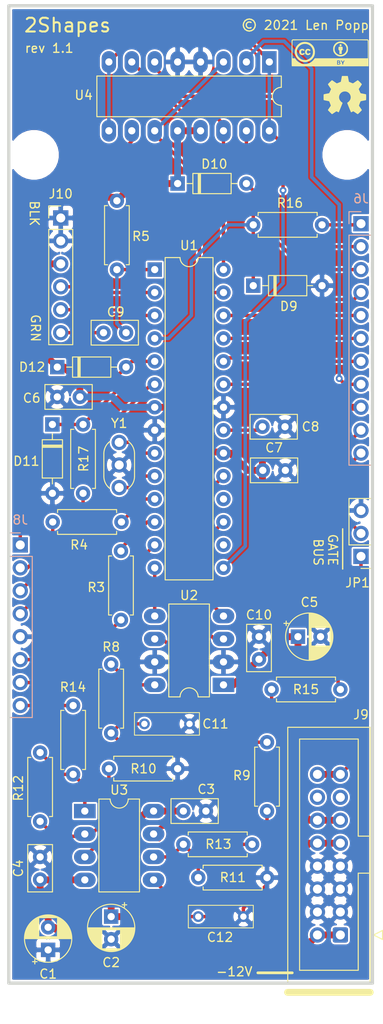
<source format=kicad_pcb>
(kicad_pcb (version 20171130) (host pcbnew "(5.1.10)-1")

  (general
    (thickness 1.6)
    (drawings 13)
    (tracks 272)
    (zones 0)
    (modules 43)
    (nets 52)
  )

  (page A4)
  (title_block
    (title "Main - Eurorack Dual Envelope Module")
    (date 2021-12-12)
    (rev 1.1)
    (company "Len Popp")
    (comment 1 "Copyright © 2021 Len Popp CC BY")
    (comment 2 "Eurorack digital ADSR envelope module")
  )

  (layers
    (0 F.Cu signal)
    (31 B.Cu signal)
    (36 B.SilkS user)
    (37 F.SilkS user)
    (38 B.Mask user)
    (39 F.Mask user)
    (40 Dwgs.User user)
    (41 Cmts.User user)
    (44 Edge.Cuts user)
    (45 Margin user)
    (46 B.CrtYd user hide)
    (47 F.CrtYd user hide)
    (48 B.Fab user hide)
    (49 F.Fab user hide)
  )

  (setup
    (last_trace_width 0.1524)
    (user_trace_width 0.381)
    (user_trace_width 0.762)
    (trace_clearance 0.1524)
    (zone_clearance 0.2032)
    (zone_45_only no)
    (trace_min 0.1524)
    (via_size 0.762)
    (via_drill 0.381)
    (via_min_size 0.508)
    (via_min_drill 0.254)
    (uvia_size 0.3)
    (uvia_drill 0.1)
    (uvias_allowed no)
    (uvia_min_size 0.2)
    (uvia_min_drill 0.1)
    (edge_width 0.05)
    (segment_width 0.2)
    (pcb_text_width 0.3)
    (pcb_text_size 1.5 1.5)
    (mod_edge_width 0.12)
    (mod_text_size 1 1)
    (mod_text_width 0.15)
    (pad_size 1.8 1.8)
    (pad_drill 0.9)
    (pad_to_mask_clearance 0.0508)
    (aux_axis_origin 0 0)
    (visible_elements 7FFFF77F)
    (pcbplotparams
      (layerselection 0x01030_ffffffff)
      (usegerberextensions true)
      (usegerberattributes false)
      (usegerberadvancedattributes false)
      (creategerberjobfile false)
      (excludeedgelayer true)
      (linewidth 0.100000)
      (plotframeref false)
      (viasonmask false)
      (mode 1)
      (useauxorigin false)
      (hpglpennumber 1)
      (hpglpenspeed 20)
      (hpglpendiameter 15.000000)
      (psnegative false)
      (psa4output false)
      (plotreference true)
      (plotvalue true)
      (plotinvisibletext false)
      (padsonsilk false)
      (subtractmaskfromsilk true)
      (outputformat 1)
      (mirror false)
      (drillshape 0)
      (scaleselection 1)
      (outputdirectory "gerbers/main/"))
  )

  (net 0 "")
  (net 1 +12V)
  (net 2 GND)
  (net 3 -12V)
  (net 4 +5V)
  (net 5 IN-POT-A-1)
  (net 6 IN-GATE-1)
  (net 7 IN-POT-D-1)
  (net 8 OUT-1)
  (net 9 IN-POT-S-1)
  (net 10 LED-1)
  (net 11 IN-POT-R-1)
  (net 12 IN-SW-LOGLIN-1)
  (net 13 IN-SW-LOGLIN-2)
  (net 14 IN-POT-A-2)
  (net 15 LED-2)
  (net 16 IN-POT-D-2)
  (net 17 IN-POT-S-2)
  (net 18 IN-GATE-2)
  (net 19 IN-POT-R-2)
  (net 20 OUT-2)
  (net 21 "Net-(C8-Pad1)")
  (net 22 "Net-(C11-Pad1)")
  (net 23 GATE-1)
  (net 24 GATE-2)
  (net 25 "Net-(R3-Pad1)")
  (net 26 "Net-(R4-Pad1)")
  (net 27 "Net-(R8-Pad2)")
  (net 28 "Net-(R9-Pad2)")
  (net 29 "Net-(R10-Pad1)")
  (net 30 "Net-(R11-Pad1)")
  (net 31 "Net-(R12-Pad1)")
  (net 32 "Net-(R13-Pad1)")
  (net 33 IN-POT-R-BOTH)
  (net 34 /Main/~LDAC)
  (net 35 IN-POT-S-BOTH)
  (net 36 /Main/SPI-SCLK)
  (net 37 /Main/SPI-MOSI)
  (net 38 IN-GATE-BUS)
  (net 39 "Net-(J9-Pad14)")
  (net 40 "Net-(J9-Pad13)")
  (net 41 /Main/ADC-SEL)
  (net 42 "Net-(J9-Pad15)")
  (net 43 "Net-(J10-Pad5)")
  (net 44 "Net-(J10-Pad4)")
  (net 45 "Net-(U1-Pad10)")
  (net 46 "Net-(U1-Pad9)")
  (net 47 "Net-(U1-Pad18)")
  (net 48 "Net-(U1-Pad16)")
  (net 49 "Net-(C9-Pad1)")
  (net 50 "Net-(C9-Pad2)")
  (net 51 "Net-(C12-Pad1)")

  (net_class Default "This is the default net class."
    (clearance 0.1524)
    (trace_width 0.1524)
    (via_dia 0.762)
    (via_drill 0.381)
    (uvia_dia 0.3)
    (uvia_drill 0.1)
    (add_net +12V)
    (add_net +5V)
    (add_net -12V)
    (add_net /Main/ADC-SEL)
    (add_net /Main/SPI-MOSI)
    (add_net /Main/SPI-SCLK)
    (add_net /Main/~LDAC)
    (add_net GATE-1)
    (add_net GATE-2)
    (add_net GND)
    (add_net IN-GATE-1)
    (add_net IN-GATE-2)
    (add_net IN-GATE-BUS)
    (add_net IN-POT-A-1)
    (add_net IN-POT-A-2)
    (add_net IN-POT-D-1)
    (add_net IN-POT-D-2)
    (add_net IN-POT-R-1)
    (add_net IN-POT-R-2)
    (add_net IN-POT-R-BOTH)
    (add_net IN-POT-S-1)
    (add_net IN-POT-S-2)
    (add_net IN-POT-S-BOTH)
    (add_net IN-SW-LOGLIN-1)
    (add_net IN-SW-LOGLIN-2)
    (add_net LED-1)
    (add_net LED-2)
    (add_net "Net-(C11-Pad1)")
    (add_net "Net-(C12-Pad1)")
    (add_net "Net-(C8-Pad1)")
    (add_net "Net-(C9-Pad1)")
    (add_net "Net-(C9-Pad2)")
    (add_net "Net-(J10-Pad4)")
    (add_net "Net-(J10-Pad5)")
    (add_net "Net-(J9-Pad13)")
    (add_net "Net-(J9-Pad14)")
    (add_net "Net-(J9-Pad15)")
    (add_net "Net-(R10-Pad1)")
    (add_net "Net-(R11-Pad1)")
    (add_net "Net-(R12-Pad1)")
    (add_net "Net-(R13-Pad1)")
    (add_net "Net-(R3-Pad1)")
    (add_net "Net-(R4-Pad1)")
    (add_net "Net-(R8-Pad2)")
    (add_net "Net-(R9-Pad2)")
    (add_net "Net-(U1-Pad10)")
    (add_net "Net-(U1-Pad16)")
    (add_net "Net-(U1-Pad18)")
    (add_net "Net-(U1-Pad9)")
    (add_net OUT-1)
    (add_net OUT-2)
  )

  (module Connector_PinHeader_2.54mm:PinHeader_1x06_P2.54mm_Vertical (layer F.Cu) (tedit 59FED5CC) (tstamp 61930ED8)
    (at 157.226 60.325)
    (descr "Through hole straight pin header, 1x06, 2.54mm pitch, single row")
    (tags "Through hole pin header THT 1x06 2.54mm single row")
    (path /60CBF552/610DB006)
    (fp_text reference J10 (at 0 -2.667) (layer F.SilkS)
      (effects (font (size 1 1) (thickness 0.15)))
    )
    (fp_text value FTDI (at 0 15.03) (layer F.Fab)
      (effects (font (size 1 1) (thickness 0.15)))
    )
    (fp_line (start -0.635 -1.27) (end 1.27 -1.27) (layer F.Fab) (width 0.1))
    (fp_line (start 1.27 -1.27) (end 1.27 13.97) (layer F.Fab) (width 0.1))
    (fp_line (start 1.27 13.97) (end -1.27 13.97) (layer F.Fab) (width 0.1))
    (fp_line (start -1.27 13.97) (end -1.27 -0.635) (layer F.Fab) (width 0.1))
    (fp_line (start -1.27 -0.635) (end -0.635 -1.27) (layer F.Fab) (width 0.1))
    (fp_line (start -1.33 14.03) (end 1.33 14.03) (layer F.SilkS) (width 0.12))
    (fp_line (start -1.33 1.27) (end -1.33 14.03) (layer F.SilkS) (width 0.12))
    (fp_line (start 1.33 1.27) (end 1.33 14.03) (layer F.SilkS) (width 0.12))
    (fp_line (start -1.33 1.27) (end 1.33 1.27) (layer F.SilkS) (width 0.12))
    (fp_line (start -1.33 0) (end -1.33 -1.33) (layer F.SilkS) (width 0.12))
    (fp_line (start -1.33 -1.33) (end 0 -1.33) (layer F.SilkS) (width 0.12))
    (fp_line (start -1.8 -1.8) (end -1.8 14.5) (layer F.CrtYd) (width 0.05))
    (fp_line (start -1.8 14.5) (end 1.8 14.5) (layer F.CrtYd) (width 0.05))
    (fp_line (start 1.8 14.5) (end 1.8 -1.8) (layer F.CrtYd) (width 0.05))
    (fp_line (start 1.8 -1.8) (end -1.8 -1.8) (layer F.CrtYd) (width 0.05))
    (fp_text user %R (at 0 6.35 90) (layer F.Fab)
      (effects (font (size 1 1) (thickness 0.15)))
    )
    (pad 6 thru_hole oval (at 0 12.7) (size 1.7 1.7) (drill 1) (layers *.Cu *.Mask)
      (net 49 "Net-(C9-Pad1)"))
    (pad 5 thru_hole oval (at 0 10.16) (size 1.7 1.7) (drill 1) (layers *.Cu *.Mask)
      (net 43 "Net-(J10-Pad5)"))
    (pad 4 thru_hole oval (at 0 7.62) (size 1.7 1.7) (drill 1) (layers *.Cu *.Mask)
      (net 44 "Net-(J10-Pad4)"))
    (pad 3 thru_hole oval (at 0 5.08) (size 1.7 1.7) (drill 1) (layers *.Cu *.Mask)
      (net 4 +5V))
    (pad 2 thru_hole oval (at 0 2.54) (size 1.7 1.7) (drill 1) (layers *.Cu *.Mask)
      (net 2 GND))
    (pad 1 thru_hole rect (at 0 0) (size 1.7 1.7) (drill 1) (layers *.Cu *.Mask)
      (net 2 GND))
    (model ${KISYS3DMOD}/Connector_PinHeader_2.54mm.3dshapes/PinHeader_1x06_P2.54mm_Vertical.wrl
      (at (xyz 0 0 0))
      (scale (xyz 1 1 1))
      (rotate (xyz 0 0 0))
    )
  )

  (module -lmp-misc:C_Disc_D5.0mm_W2.5mm_P2.50mm (layer F.Cu) (tedit 5AE50EF0) (tstamp 61B56CEC)
    (at 179.618 88.265)
    (descr "C, Disc series, Radial, pin pitch=2.50mm, , diameter*width=5*2.5mm^2, Capacitor, http://cdn-reichelt.de/documents/datenblatt/B300/DS_KERKO_TC.pdf")
    (tags "C Disc series Radial pin pitch 2.50mm  diameter 5mm width 2.5mm Capacitor")
    (path /60CBF552/61C163F8)
    (fp_text reference C7 (at 1.25 -2.5) (layer F.SilkS)
      (effects (font (size 1 1) (thickness 0.15)))
    )
    (fp_text value 100N (at 1.25 2.5) (layer F.Fab)
      (effects (font (size 1 1) (thickness 0.15)))
    )
    (fp_line (start 4 -1.5) (end -1.5 -1.5) (layer F.CrtYd) (width 0.05))
    (fp_line (start 4 1.5) (end 4 -1.5) (layer F.CrtYd) (width 0.05))
    (fp_line (start -1.5 1.5) (end 4 1.5) (layer F.CrtYd) (width 0.05))
    (fp_line (start -1.5 -1.5) (end -1.5 1.5) (layer F.CrtYd) (width 0.05))
    (fp_line (start 3.87 -1.37) (end 3.87 1.37) (layer F.SilkS) (width 0.12))
    (fp_line (start -1.37 -1.37) (end -1.37 1.37) (layer F.SilkS) (width 0.12))
    (fp_line (start -1.37 1.37) (end 3.87 1.37) (layer F.SilkS) (width 0.12))
    (fp_line (start -1.37 -1.37) (end 3.87 -1.37) (layer F.SilkS) (width 0.12))
    (fp_line (start 3.75 -1.25) (end -1.25 -1.25) (layer F.Fab) (width 0.1))
    (fp_line (start 3.75 1.25) (end 3.75 -1.25) (layer F.Fab) (width 0.1))
    (fp_line (start -1.25 1.25) (end 3.75 1.25) (layer F.Fab) (width 0.1))
    (fp_line (start -1.25 -1.25) (end -1.25 1.25) (layer F.Fab) (width 0.1))
    (fp_text user %R (at 1.25 0) (layer F.Fab)
      (effects (font (size 1 1) (thickness 0.15)))
    )
    (pad 1 thru_hole circle (at 0 0) (size 1.6 1.6) (drill 0.8) (layers *.Cu *.Mask)
      (net 4 +5V))
    (pad 2 thru_hole circle (at 2.5 0) (size 1.6 1.6) (drill 0.8) (layers *.Cu *.Mask)
      (net 2 GND))
    (model ${KISYS3DMOD}/Capacitor_THT.3dshapes/C_Disc_D5.0mm_W2.5mm_P2.50mm.wrl
      (at (xyz 0 0 0))
      (scale (xyz 1 1 1))
      (rotate (xyz 0 0 0))
    )
  )

  (module -lmp-misc:CP_Radial_D5.0mm_P2.50mm (layer F.Cu) (tedit 5AE50EF0) (tstamp 60CBF415)
    (at 155.829 141.351 90)
    (descr "CP, Radial series, Radial, pin pitch=2.50mm, , diameter=5mm, Electrolytic Capacitor")
    (tags "CP Radial series Radial pin pitch 2.50mm  diameter 5mm Electrolytic Capacitor")
    (path /60CBFB6A/60C8030A)
    (fp_text reference C1 (at -2.667 0 180) (layer F.SilkS)
      (effects (font (size 1 1) (thickness 0.15)))
    )
    (fp_text value 10U (at 1.25 3.75 90) (layer F.Fab)
      (effects (font (size 1 1) (thickness 0.15)))
    )
    (fp_circle (center 1.25 0) (end 3.75 0) (layer F.Fab) (width 0.1))
    (fp_circle (center 1.25 0) (end 3.87 0) (layer F.SilkS) (width 0.12))
    (fp_circle (center 1.25 0) (end 4 0) (layer F.CrtYd) (width 0.05))
    (fp_line (start -0.883605 -1.0875) (end -0.383605 -1.0875) (layer F.Fab) (width 0.1))
    (fp_line (start -0.633605 -1.3375) (end -0.633605 -0.8375) (layer F.Fab) (width 0.1))
    (fp_line (start 1.25 -2.58) (end 1.25 2.58) (layer F.SilkS) (width 0.12))
    (fp_line (start 1.29 -2.58) (end 1.29 2.58) (layer F.SilkS) (width 0.12))
    (fp_line (start 1.33 -2.579) (end 1.33 2.579) (layer F.SilkS) (width 0.12))
    (fp_line (start 1.37 -2.578) (end 1.37 2.578) (layer F.SilkS) (width 0.12))
    (fp_line (start 1.41 -2.576) (end 1.41 2.576) (layer F.SilkS) (width 0.12))
    (fp_line (start 1.45 -2.573) (end 1.45 2.573) (layer F.SilkS) (width 0.12))
    (fp_line (start 1.49 -2.569) (end 1.49 -1.04) (layer F.SilkS) (width 0.12))
    (fp_line (start 1.49 1.04) (end 1.49 2.569) (layer F.SilkS) (width 0.12))
    (fp_line (start 1.53 -2.565) (end 1.53 -1.04) (layer F.SilkS) (width 0.12))
    (fp_line (start 1.53 1.04) (end 1.53 2.565) (layer F.SilkS) (width 0.12))
    (fp_line (start 1.57 -2.561) (end 1.57 -1.04) (layer F.SilkS) (width 0.12))
    (fp_line (start 1.57 1.04) (end 1.57 2.561) (layer F.SilkS) (width 0.12))
    (fp_line (start 1.61 -2.556) (end 1.61 -1.04) (layer F.SilkS) (width 0.12))
    (fp_line (start 1.61 1.04) (end 1.61 2.556) (layer F.SilkS) (width 0.12))
    (fp_line (start 1.65 -2.55) (end 1.65 -1.04) (layer F.SilkS) (width 0.12))
    (fp_line (start 1.65 1.04) (end 1.65 2.55) (layer F.SilkS) (width 0.12))
    (fp_line (start 1.69 -2.543) (end 1.69 -1.04) (layer F.SilkS) (width 0.12))
    (fp_line (start 1.69 1.04) (end 1.69 2.543) (layer F.SilkS) (width 0.12))
    (fp_line (start 1.73 -2.536) (end 1.73 -1.04) (layer F.SilkS) (width 0.12))
    (fp_line (start 1.73 1.04) (end 1.73 2.536) (layer F.SilkS) (width 0.12))
    (fp_line (start 1.77 -2.528) (end 1.77 -1.04) (layer F.SilkS) (width 0.12))
    (fp_line (start 1.77 1.04) (end 1.77 2.528) (layer F.SilkS) (width 0.12))
    (fp_line (start 1.81 -2.52) (end 1.81 -1.04) (layer F.SilkS) (width 0.12))
    (fp_line (start 1.81 1.04) (end 1.81 2.52) (layer F.SilkS) (width 0.12))
    (fp_line (start 1.85 -2.511) (end 1.85 -1.04) (layer F.SilkS) (width 0.12))
    (fp_line (start 1.85 1.04) (end 1.85 2.511) (layer F.SilkS) (width 0.12))
    (fp_line (start 1.89 -2.501) (end 1.89 -1.04) (layer F.SilkS) (width 0.12))
    (fp_line (start 1.89 1.04) (end 1.89 2.501) (layer F.SilkS) (width 0.12))
    (fp_line (start 1.93 -2.491) (end 1.93 -1.04) (layer F.SilkS) (width 0.12))
    (fp_line (start 1.93 1.04) (end 1.93 2.491) (layer F.SilkS) (width 0.12))
    (fp_line (start 1.971 -2.48) (end 1.971 -1.04) (layer F.SilkS) (width 0.12))
    (fp_line (start 1.971 1.04) (end 1.971 2.48) (layer F.SilkS) (width 0.12))
    (fp_line (start 2.011 -2.468) (end 2.011 -1.04) (layer F.SilkS) (width 0.12))
    (fp_line (start 2.011 1.04) (end 2.011 2.468) (layer F.SilkS) (width 0.12))
    (fp_line (start 2.051 -2.455) (end 2.051 -1.04) (layer F.SilkS) (width 0.12))
    (fp_line (start 2.051 1.04) (end 2.051 2.455) (layer F.SilkS) (width 0.12))
    (fp_line (start 2.091 -2.442) (end 2.091 -1.04) (layer F.SilkS) (width 0.12))
    (fp_line (start 2.091 1.04) (end 2.091 2.442) (layer F.SilkS) (width 0.12))
    (fp_line (start 2.131 -2.428) (end 2.131 -1.04) (layer F.SilkS) (width 0.12))
    (fp_line (start 2.131 1.04) (end 2.131 2.428) (layer F.SilkS) (width 0.12))
    (fp_line (start 2.171 -2.414) (end 2.171 -1.04) (layer F.SilkS) (width 0.12))
    (fp_line (start 2.171 1.04) (end 2.171 2.414) (layer F.SilkS) (width 0.12))
    (fp_line (start 2.211 -2.398) (end 2.211 -1.04) (layer F.SilkS) (width 0.12))
    (fp_line (start 2.211 1.04) (end 2.211 2.398) (layer F.SilkS) (width 0.12))
    (fp_line (start 2.251 -2.382) (end 2.251 -1.04) (layer F.SilkS) (width 0.12))
    (fp_line (start 2.251 1.04) (end 2.251 2.382) (layer F.SilkS) (width 0.12))
    (fp_line (start 2.291 -2.365) (end 2.291 -1.04) (layer F.SilkS) (width 0.12))
    (fp_line (start 2.291 1.04) (end 2.291 2.365) (layer F.SilkS) (width 0.12))
    (fp_line (start 2.331 -2.348) (end 2.331 -1.04) (layer F.SilkS) (width 0.12))
    (fp_line (start 2.331 1.04) (end 2.331 2.348) (layer F.SilkS) (width 0.12))
    (fp_line (start 2.371 -2.329) (end 2.371 -1.04) (layer F.SilkS) (width 0.12))
    (fp_line (start 2.371 1.04) (end 2.371 2.329) (layer F.SilkS) (width 0.12))
    (fp_line (start 2.411 -2.31) (end 2.411 -1.04) (layer F.SilkS) (width 0.12))
    (fp_line (start 2.411 1.04) (end 2.411 2.31) (layer F.SilkS) (width 0.12))
    (fp_line (start 2.451 -2.29) (end 2.451 -1.04) (layer F.SilkS) (width 0.12))
    (fp_line (start 2.451 1.04) (end 2.451 2.29) (layer F.SilkS) (width 0.12))
    (fp_line (start 2.491 -2.268) (end 2.491 -1.04) (layer F.SilkS) (width 0.12))
    (fp_line (start 2.491 1.04) (end 2.491 2.268) (layer F.SilkS) (width 0.12))
    (fp_line (start 2.531 -2.247) (end 2.531 -1.04) (layer F.SilkS) (width 0.12))
    (fp_line (start 2.531 1.04) (end 2.531 2.247) (layer F.SilkS) (width 0.12))
    (fp_line (start 2.571 -2.224) (end 2.571 -1.04) (layer F.SilkS) (width 0.12))
    (fp_line (start 2.571 1.04) (end 2.571 2.224) (layer F.SilkS) (width 0.12))
    (fp_line (start 2.611 -2.2) (end 2.611 -1.04) (layer F.SilkS) (width 0.12))
    (fp_line (start 2.611 1.04) (end 2.611 2.2) (layer F.SilkS) (width 0.12))
    (fp_line (start 2.651 -2.175) (end 2.651 -1.04) (layer F.SilkS) (width 0.12))
    (fp_line (start 2.651 1.04) (end 2.651 2.175) (layer F.SilkS) (width 0.12))
    (fp_line (start 2.691 -2.149) (end 2.691 -1.04) (layer F.SilkS) (width 0.12))
    (fp_line (start 2.691 1.04) (end 2.691 2.149) (layer F.SilkS) (width 0.12))
    (fp_line (start 2.731 -2.122) (end 2.731 -1.04) (layer F.SilkS) (width 0.12))
    (fp_line (start 2.731 1.04) (end 2.731 2.122) (layer F.SilkS) (width 0.12))
    (fp_line (start 2.771 -2.095) (end 2.771 -1.04) (layer F.SilkS) (width 0.12))
    (fp_line (start 2.771 1.04) (end 2.771 2.095) (layer F.SilkS) (width 0.12))
    (fp_line (start 2.811 -2.065) (end 2.811 -1.04) (layer F.SilkS) (width 0.12))
    (fp_line (start 2.811 1.04) (end 2.811 2.065) (layer F.SilkS) (width 0.12))
    (fp_line (start 2.851 -2.035) (end 2.851 -1.04) (layer F.SilkS) (width 0.12))
    (fp_line (start 2.851 1.04) (end 2.851 2.035) (layer F.SilkS) (width 0.12))
    (fp_line (start 2.891 -2.004) (end 2.891 -1.04) (layer F.SilkS) (width 0.12))
    (fp_line (start 2.891 1.04) (end 2.891 2.004) (layer F.SilkS) (width 0.12))
    (fp_line (start 2.931 -1.971) (end 2.931 -1.04) (layer F.SilkS) (width 0.12))
    (fp_line (start 2.931 1.04) (end 2.931 1.971) (layer F.SilkS) (width 0.12))
    (fp_line (start 2.971 -1.937) (end 2.971 -1.04) (layer F.SilkS) (width 0.12))
    (fp_line (start 2.971 1.04) (end 2.971 1.937) (layer F.SilkS) (width 0.12))
    (fp_line (start 3.011 -1.901) (end 3.011 -1.04) (layer F.SilkS) (width 0.12))
    (fp_line (start 3.011 1.04) (end 3.011 1.901) (layer F.SilkS) (width 0.12))
    (fp_line (start 3.051 -1.864) (end 3.051 -1.04) (layer F.SilkS) (width 0.12))
    (fp_line (start 3.051 1.04) (end 3.051 1.864) (layer F.SilkS) (width 0.12))
    (fp_line (start 3.091 -1.826) (end 3.091 -1.04) (layer F.SilkS) (width 0.12))
    (fp_line (start 3.091 1.04) (end 3.091 1.826) (layer F.SilkS) (width 0.12))
    (fp_line (start 3.131 -1.785) (end 3.131 -1.04) (layer F.SilkS) (width 0.12))
    (fp_line (start 3.131 1.04) (end 3.131 1.785) (layer F.SilkS) (width 0.12))
    (fp_line (start 3.171 -1.743) (end 3.171 -1.04) (layer F.SilkS) (width 0.12))
    (fp_line (start 3.171 1.04) (end 3.171 1.743) (layer F.SilkS) (width 0.12))
    (fp_line (start 3.211 -1.699) (end 3.211 -1.04) (layer F.SilkS) (width 0.12))
    (fp_line (start 3.211 1.04) (end 3.211 1.699) (layer F.SilkS) (width 0.12))
    (fp_line (start 3.251 -1.653) (end 3.251 -1.04) (layer F.SilkS) (width 0.12))
    (fp_line (start 3.251 1.04) (end 3.251 1.653) (layer F.SilkS) (width 0.12))
    (fp_line (start 3.291 -1.605) (end 3.291 -1.04) (layer F.SilkS) (width 0.12))
    (fp_line (start 3.291 1.04) (end 3.291 1.605) (layer F.SilkS) (width 0.12))
    (fp_line (start 3.331 -1.554) (end 3.331 -1.04) (layer F.SilkS) (width 0.12))
    (fp_line (start 3.331 1.04) (end 3.331 1.554) (layer F.SilkS) (width 0.12))
    (fp_line (start 3.371 -1.5) (end 3.371 -1.04) (layer F.SilkS) (width 0.12))
    (fp_line (start 3.371 1.04) (end 3.371 1.5) (layer F.SilkS) (width 0.12))
    (fp_line (start 3.411 -1.443) (end 3.411 -1.04) (layer F.SilkS) (width 0.12))
    (fp_line (start 3.411 1.04) (end 3.411 1.443) (layer F.SilkS) (width 0.12))
    (fp_line (start 3.451 -1.383) (end 3.451 -1.04) (layer F.SilkS) (width 0.12))
    (fp_line (start 3.451 1.04) (end 3.451 1.383) (layer F.SilkS) (width 0.12))
    (fp_line (start 3.491 -1.319) (end 3.491 -1.04) (layer F.SilkS) (width 0.12))
    (fp_line (start 3.491 1.04) (end 3.491 1.319) (layer F.SilkS) (width 0.12))
    (fp_line (start 3.531 -1.251) (end 3.531 -1.04) (layer F.SilkS) (width 0.12))
    (fp_line (start 3.531 1.04) (end 3.531 1.251) (layer F.SilkS) (width 0.12))
    (fp_line (start 3.571 -1.178) (end 3.571 1.178) (layer F.SilkS) (width 0.12))
    (fp_line (start 3.611 -1.098) (end 3.611 1.098) (layer F.SilkS) (width 0.12))
    (fp_line (start 3.651 -1.011) (end 3.651 1.011) (layer F.SilkS) (width 0.12))
    (fp_line (start 3.691 -0.915) (end 3.691 0.915) (layer F.SilkS) (width 0.12))
    (fp_line (start 3.731 -0.805) (end 3.731 0.805) (layer F.SilkS) (width 0.12))
    (fp_line (start 3.771 -0.677) (end 3.771 0.677) (layer F.SilkS) (width 0.12))
    (fp_line (start 3.811 -0.518) (end 3.811 0.518) (layer F.SilkS) (width 0.12))
    (fp_line (start 3.851 -0.284) (end 3.851 0.284) (layer F.SilkS) (width 0.12))
    (fp_line (start -1.554775 -1.475) (end -1.054775 -1.475) (layer F.SilkS) (width 0.12))
    (fp_line (start -1.304775 -1.725) (end -1.304775 -1.225) (layer F.SilkS) (width 0.12))
    (fp_text user %R (at 1.25 0 90) (layer F.Fab)
      (effects (font (size 1 1) (thickness 0.15)))
    )
    (pad 2 thru_hole circle (at 2.5 0 90) (size 1.6 1.6) (drill 0.8) (layers *.Cu *.Mask)
      (net 3 -12V))
    (pad 1 thru_hole rect (at 0 0 90) (size 1.6 1.6) (drill 0.8) (layers *.Cu *.Mask)
      (net 2 GND))
    (model ${KISYS3DMOD}/Capacitor_THT.3dshapes/CP_Radial_D5.0mm_P2.50mm.wrl
      (at (xyz 0 0 0))
      (scale (xyz 1 1 1))
      (rotate (xyz 0 0 0))
    )
  )

  (module -lmp-misc:R_Axial_DIN0207_L6.3mm_D2.5mm_P7.62mm_Horizontal (layer F.Cu) (tedit 5AE5139B) (tstamp 61931122)
    (at 163.957 93.98 180)
    (descr "Resistor, Axial_DIN0207 series, Axial, Horizontal, pin pitch=7.62mm, 0.25W = 1/4W, length*diameter=6.3*2.5mm^2, http://cdn-reichelt.de/documents/datenblatt/B400/1_4W%23YAG.pdf")
    (tags "Resistor Axial_DIN0207 series Axial Horizontal pin pitch 7.62mm 0.25W = 1/4W length 6.3mm diameter 2.5mm")
    (path /60CBF552/6189938B)
    (fp_text reference R4 (at 4.699 -2.54) (layer F.SilkS)
      (effects (font (size 1 1) (thickness 0.15)))
    )
    (fp_text value 270R (at 3.81 2.37) (layer F.Fab)
      (effects (font (size 1 1) (thickness 0.15)))
    )
    (fp_line (start 8.67 -1.5) (end -1.05 -1.5) (layer F.CrtYd) (width 0.05))
    (fp_line (start 8.67 1.5) (end 8.67 -1.5) (layer F.CrtYd) (width 0.05))
    (fp_line (start -1.05 1.5) (end 8.67 1.5) (layer F.CrtYd) (width 0.05))
    (fp_line (start -1.05 -1.5) (end -1.05 1.5) (layer F.CrtYd) (width 0.05))
    (fp_line (start 7.08 1.37) (end 7.08 1.04) (layer F.SilkS) (width 0.12))
    (fp_line (start 0.54 1.37) (end 7.08 1.37) (layer F.SilkS) (width 0.12))
    (fp_line (start 0.54 1.04) (end 0.54 1.37) (layer F.SilkS) (width 0.12))
    (fp_line (start 7.08 -1.37) (end 7.08 -1.04) (layer F.SilkS) (width 0.12))
    (fp_line (start 0.54 -1.37) (end 7.08 -1.37) (layer F.SilkS) (width 0.12))
    (fp_line (start 0.54 -1.04) (end 0.54 -1.37) (layer F.SilkS) (width 0.12))
    (fp_line (start 7.62 0) (end 6.96 0) (layer F.Fab) (width 0.1))
    (fp_line (start 0 0) (end 0.66 0) (layer F.Fab) (width 0.1))
    (fp_line (start 6.96 -1.25) (end 0.66 -1.25) (layer F.Fab) (width 0.1))
    (fp_line (start 6.96 1.25) (end 6.96 -1.25) (layer F.Fab) (width 0.1))
    (fp_line (start 0.66 1.25) (end 6.96 1.25) (layer F.Fab) (width 0.1))
    (fp_line (start 0.66 -1.25) (end 0.66 1.25) (layer F.Fab) (width 0.1))
    (fp_text user %R (at 3.81 0) (layer F.Fab)
      (effects (font (size 1 1) (thickness 0.15)))
    )
    (pad 2 thru_hole oval (at 7.62 0 180) (size 1.6 1.6) (drill 0.8) (layers *.Cu *.Mask)
      (net 10 LED-1))
    (pad 1 thru_hole circle (at 0 0 180) (size 1.6 1.6) (drill 0.8) (layers *.Cu *.Mask)
      (net 26 "Net-(R4-Pad1)"))
    (model ${KISYS3DMOD}/Resistor_THT.3dshapes/R_Axial_DIN0207_L6.3mm_D2.5mm_P7.62mm_Horizontal.wrl
      (at (xyz 0 0 0))
      (scale (xyz 1 1 1))
      (rotate (xyz 0 0 0))
    )
  )

  (module -lmp-misc:C_Disc_D5.0mm_W2.5mm_P2.50mm (layer F.Cu) (tedit 5AE50EF0) (tstamp 61B54C18)
    (at 161.965 73.025)
    (descr "C, Disc series, Radial, pin pitch=2.50mm, , diameter*width=5*2.5mm^2, Capacitor, http://cdn-reichelt.de/documents/datenblatt/B300/DS_KERKO_TC.pdf")
    (tags "C Disc series Radial pin pitch 2.50mm  diameter 5mm width 2.5mm Capacitor")
    (path /60CBF552/610DB012)
    (fp_text reference C9 (at 1.357 -2.286 180) (layer F.SilkS)
      (effects (font (size 1 1) (thickness 0.15)))
    )
    (fp_text value 100N (at 1.25 2.5) (layer F.Fab)
      (effects (font (size 1 1) (thickness 0.15)))
    )
    (fp_line (start -1.25 -1.25) (end -1.25 1.25) (layer F.Fab) (width 0.1))
    (fp_line (start -1.25 1.25) (end 3.75 1.25) (layer F.Fab) (width 0.1))
    (fp_line (start 3.75 1.25) (end 3.75 -1.25) (layer F.Fab) (width 0.1))
    (fp_line (start 3.75 -1.25) (end -1.25 -1.25) (layer F.Fab) (width 0.1))
    (fp_line (start -1.37 -1.37) (end 3.87 -1.37) (layer F.SilkS) (width 0.12))
    (fp_line (start -1.37 1.37) (end 3.87 1.37) (layer F.SilkS) (width 0.12))
    (fp_line (start -1.37 -1.37) (end -1.37 1.37) (layer F.SilkS) (width 0.12))
    (fp_line (start 3.87 -1.37) (end 3.87 1.37) (layer F.SilkS) (width 0.12))
    (fp_line (start -1.5 -1.5) (end -1.5 1.5) (layer F.CrtYd) (width 0.05))
    (fp_line (start -1.5 1.5) (end 4 1.5) (layer F.CrtYd) (width 0.05))
    (fp_line (start 4 1.5) (end 4 -1.5) (layer F.CrtYd) (width 0.05))
    (fp_line (start 4 -1.5) (end -1.5 -1.5) (layer F.CrtYd) (width 0.05))
    (fp_text user %R (at 1.25 0) (layer F.Fab)
      (effects (font (size 1 1) (thickness 0.15)))
    )
    (pad 1 thru_hole circle (at 0 0) (size 1.6 1.6) (drill 0.8) (layers *.Cu *.Mask)
      (net 49 "Net-(C9-Pad1)"))
    (pad 2 thru_hole circle (at 2.5 0) (size 1.6 1.6) (drill 0.8) (layers *.Cu *.Mask)
      (net 50 "Net-(C9-Pad2)"))
    (model ${KISYS3DMOD}/Capacitor_THT.3dshapes/C_Disc_D5.0mm_W2.5mm_P2.50mm.wrl
      (at (xyz 0 0 0))
      (scale (xyz 1 1 1))
      (rotate (xyz 0 0 0))
    )
  )

  (module -lmp-misc:R_Axial_DIN0207_L6.3mm_D2.5mm_P7.62mm_Horizontal (layer F.Cu) (tedit 5AE5139B) (tstamp 61A862F7)
    (at 163.9 97.2 270)
    (descr "Resistor, Axial_DIN0207 series, Axial, Horizontal, pin pitch=7.62mm, 0.25W = 1/4W, length*diameter=6.3*2.5mm^2, http://cdn-reichelt.de/documents/datenblatt/B400/1_4W%23YAG.pdf")
    (tags "Resistor Axial_DIN0207 series Axial Horizontal pin pitch 7.62mm 0.25W = 1/4W length 6.3mm diameter 2.5mm")
    (path /60CBF552/618B87A7)
    (fp_text reference R3 (at 4.019 2.737 180) (layer F.SilkS)
      (effects (font (size 1 1) (thickness 0.15)))
    )
    (fp_text value 270R (at 3.81 2.37 90) (layer F.Fab)
      (effects (font (size 1 1) (thickness 0.15)))
    )
    (fp_line (start 0.66 -1.25) (end 0.66 1.25) (layer F.Fab) (width 0.1))
    (fp_line (start 0.66 1.25) (end 6.96 1.25) (layer F.Fab) (width 0.1))
    (fp_line (start 6.96 1.25) (end 6.96 -1.25) (layer F.Fab) (width 0.1))
    (fp_line (start 6.96 -1.25) (end 0.66 -1.25) (layer F.Fab) (width 0.1))
    (fp_line (start 0 0) (end 0.66 0) (layer F.Fab) (width 0.1))
    (fp_line (start 7.62 0) (end 6.96 0) (layer F.Fab) (width 0.1))
    (fp_line (start 0.54 -1.04) (end 0.54 -1.37) (layer F.SilkS) (width 0.12))
    (fp_line (start 0.54 -1.37) (end 7.08 -1.37) (layer F.SilkS) (width 0.12))
    (fp_line (start 7.08 -1.37) (end 7.08 -1.04) (layer F.SilkS) (width 0.12))
    (fp_line (start 0.54 1.04) (end 0.54 1.37) (layer F.SilkS) (width 0.12))
    (fp_line (start 0.54 1.37) (end 7.08 1.37) (layer F.SilkS) (width 0.12))
    (fp_line (start 7.08 1.37) (end 7.08 1.04) (layer F.SilkS) (width 0.12))
    (fp_line (start -1.05 -1.5) (end -1.05 1.5) (layer F.CrtYd) (width 0.05))
    (fp_line (start -1.05 1.5) (end 8.67 1.5) (layer F.CrtYd) (width 0.05))
    (fp_line (start 8.67 1.5) (end 8.67 -1.5) (layer F.CrtYd) (width 0.05))
    (fp_line (start 8.67 -1.5) (end -1.05 -1.5) (layer F.CrtYd) (width 0.05))
    (fp_text user %R (at 3.81 0 90) (layer F.Fab)
      (effects (font (size 1 1) (thickness 0.15)))
    )
    (pad 2 thru_hole oval (at 7.62 0 270) (size 1.6 1.6) (drill 0.8) (layers *.Cu *.Mask)
      (net 15 LED-2))
    (pad 1 thru_hole circle (at 0 0 270) (size 1.6 1.6) (drill 0.8) (layers *.Cu *.Mask)
      (net 25 "Net-(R3-Pad1)"))
    (model ${KISYS3DMOD}/Resistor_THT.3dshapes/R_Axial_DIN0207_L6.3mm_D2.5mm_P7.62mm_Horizontal.wrl
      (at (xyz 0 0 0))
      (scale (xyz 1 1 1))
      (rotate (xyz 0 0 0))
    )
  )

  (module -lmp-misc:DIP-8_W7.62mm_LongPads (layer F.Cu) (tedit 5A02E8C5) (tstamp 61B53053)
    (at 159.893 125.984)
    (descr "8-lead though-hole mounted DIP package, row spacing 7.62 mm (300 mils), LongPads")
    (tags "THT DIP DIL PDIP 2.54mm 7.62mm 300mil LongPads")
    (path /60CBF552/61128D63)
    (fp_text reference U3 (at 3.81 -2.33) (layer F.SilkS)
      (effects (font (size 1 1) (thickness 0.15)))
    )
    (fp_text value TL072 (at 3.81 9.95) (layer F.Fab)
      (effects (font (size 1 1) (thickness 0.15)))
    )
    (fp_line (start 1.635 -1.27) (end 6.985 -1.27) (layer F.Fab) (width 0.1))
    (fp_line (start 6.985 -1.27) (end 6.985 8.89) (layer F.Fab) (width 0.1))
    (fp_line (start 6.985 8.89) (end 0.635 8.89) (layer F.Fab) (width 0.1))
    (fp_line (start 0.635 8.89) (end 0.635 -0.27) (layer F.Fab) (width 0.1))
    (fp_line (start 0.635 -0.27) (end 1.635 -1.27) (layer F.Fab) (width 0.1))
    (fp_line (start 2.81 -1.33) (end 1.56 -1.33) (layer F.SilkS) (width 0.12))
    (fp_line (start 1.56 -1.33) (end 1.56 8.95) (layer F.SilkS) (width 0.12))
    (fp_line (start 1.56 8.95) (end 6.06 8.95) (layer F.SilkS) (width 0.12))
    (fp_line (start 6.06 8.95) (end 6.06 -1.33) (layer F.SilkS) (width 0.12))
    (fp_line (start 6.06 -1.33) (end 4.81 -1.33) (layer F.SilkS) (width 0.12))
    (fp_line (start -1.45 -1.55) (end -1.45 9.15) (layer F.CrtYd) (width 0.05))
    (fp_line (start -1.45 9.15) (end 9.1 9.15) (layer F.CrtYd) (width 0.05))
    (fp_line (start 9.1 9.15) (end 9.1 -1.55) (layer F.CrtYd) (width 0.05))
    (fp_line (start 9.1 -1.55) (end -1.45 -1.55) (layer F.CrtYd) (width 0.05))
    (fp_arc (start 3.81 -1.33) (end 2.81 -1.33) (angle -180) (layer F.SilkS) (width 0.12))
    (fp_text user %R (at 3.81 3.81) (layer F.Fab)
      (effects (font (size 1 1) (thickness 0.15)))
    )
    (pad 1 thru_hole rect (at 0 0) (size 2.4 1.6) (drill 0.8) (layers *.Cu *.Mask)
      (net 31 "Net-(R12-Pad1)"))
    (pad 5 thru_hole oval (at 7.62 7.62) (size 2.4 1.6) (drill 0.8) (layers *.Cu *.Mask)
      (net 51 "Net-(C12-Pad1)"))
    (pad 2 thru_hole oval (at 0 2.54) (size 2.4 1.6) (drill 0.8) (layers *.Cu *.Mask)
      (net 29 "Net-(R10-Pad1)"))
    (pad 6 thru_hole oval (at 7.62 5.08) (size 2.4 1.6) (drill 0.8) (layers *.Cu *.Mask)
      (net 30 "Net-(R11-Pad1)"))
    (pad 3 thru_hole oval (at 0 5.08) (size 2.4 1.6) (drill 0.8) (layers *.Cu *.Mask)
      (net 22 "Net-(C11-Pad1)"))
    (pad 7 thru_hole oval (at 7.62 2.54) (size 2.4 1.6) (drill 0.8) (layers *.Cu *.Mask)
      (net 32 "Net-(R13-Pad1)"))
    (pad 4 thru_hole oval (at 0 7.62) (size 2.4 1.6) (drill 0.8) (layers *.Cu *.Mask)
      (net 3 -12V))
    (pad 8 thru_hole oval (at 7.62 0) (size 2.4 1.6) (drill 0.8) (layers *.Cu *.Mask)
      (net 1 +12V))
    (model ${KISYS3DMOD}/Package_DIP.3dshapes/DIP-8_W7.62mm.wrl
      (at (xyz 0 0 0))
      (scale (xyz 1 1 1))
      (rotate (xyz 0 0 0))
    )
  )

  (module Crystal:Resonator_muRata_CSTLSxxxX-3Pin_W5.5mm_H3.0mm (layer F.Cu) (tedit 5A0FD1B2) (tstamp 619325CD)
    (at 163.703 90.17 90)
    (descr "Ceramic Resomator/Filter Murata CSTLSxxxX, http://www.murata.com/~/media/webrenewal/support/library/catalog/products/timingdevice/ceralock/p17e.ashx, length*width=5.5x3.0mm^2 package, package length=5.5mm, package width=3.0mm, 3 pins")
    (tags "THT ceramic resonator filter CSTLSxxxX")
    (path /60CBF552/610DAFCD)
    (fp_text reference Y1 (at 7.112 0 180) (layer F.SilkS)
      (effects (font (size 1 1) (thickness 0.15)))
    )
    (fp_text value 16MHz (at 2.5 2.7 90) (layer F.Fab)
      (effects (font (size 1 1) (thickness 0.15)))
    )
    (fp_line (start 1.25 -1.5) (end 3.75 -1.5) (layer F.Fab) (width 0.1))
    (fp_line (start 1.25 1.5) (end 3.75 1.5) (layer F.Fab) (width 0.1))
    (fp_line (start 1.25 -1.5) (end 3.75 -1.5) (layer F.Fab) (width 0.1))
    (fp_line (start 1.25 1.5) (end 3.75 1.5) (layer F.Fab) (width 0.1))
    (fp_line (start 1.25 -1.7) (end 3.75 -1.7) (layer F.SilkS) (width 0.12))
    (fp_line (start 1.25 1.7) (end 3.75 1.7) (layer F.SilkS) (width 0.12))
    (fp_line (start -1.1 -2) (end -1.1 2) (layer F.CrtYd) (width 0.05))
    (fp_line (start -1.1 2) (end 6 2) (layer F.CrtYd) (width 0.05))
    (fp_line (start 6 2) (end 6 -2) (layer F.CrtYd) (width 0.05))
    (fp_line (start 6 -2) (end -1.1 -2) (layer F.CrtYd) (width 0.05))
    (fp_arc (start 3.75 0) (end 3.75 1.7) (angle -51.9) (layer F.SilkS) (width 0.12))
    (fp_arc (start 1.25 0) (end 1.25 1.7) (angle 51.9) (layer F.SilkS) (width 0.12))
    (fp_arc (start 3.75 0) (end 3.75 -1.7) (angle 51.9) (layer F.SilkS) (width 0.12))
    (fp_arc (start 1.25 0) (end 1.25 -1.7) (angle -51.9) (layer F.SilkS) (width 0.12))
    (fp_arc (start 3.75 0) (end 3.75 -1.5) (angle 180) (layer F.Fab) (width 0.1))
    (fp_arc (start 1.25 0) (end 1.25 -1.5) (angle -180) (layer F.Fab) (width 0.1))
    (fp_arc (start 3.75 0) (end 3.75 -1.5) (angle 180) (layer F.Fab) (width 0.1))
    (fp_arc (start 1.25 0) (end 1.25 -1.5) (angle -180) (layer F.Fab) (width 0.1))
    (fp_text user %R (at 2.5 0 90) (layer F.Fab)
      (effects (font (size 1 1) (thickness 0.15)))
    )
    (pad 3 thru_hole circle (at 5 0 90) (size 1.7 1.7) (drill 1) (layers *.Cu *.Mask)
      (net 46 "Net-(U1-Pad9)"))
    (pad 2 thru_hole circle (at 2.5 0 90) (size 1.7 1.7) (drill 1) (layers *.Cu *.Mask)
      (net 2 GND))
    (pad 1 thru_hole circle (at 0 0 90) (size 1.7 1.7) (drill 1) (layers *.Cu *.Mask)
      (net 45 "Net-(U1-Pad10)"))
    (model ${KISYS3DMOD}/Crystal.3dshapes/Resonator_muRata_CSTLSxxxX-3Pin_W5.5mm_H3.0mm.wrl
      (at (xyz 0 0 0))
      (scale (xyz 1 1 1))
      (rotate (xyz 0 0 0))
    )
  )

  (module Diode_THT:D_DO-35_SOD27_P7.62mm_Horizontal (layer F.Cu) (tedit 5AE50CD5) (tstamp 61930DDD)
    (at 178.562 67.818)
    (descr "Diode, DO-35_SOD27 series, Axial, Horizontal, pin pitch=7.62mm, , length*diameter=4*2mm^2, , http://www.diodes.com/_files/packages/DO-35.pdf")
    (tags "Diode DO-35_SOD27 series Axial Horizontal pin pitch 7.62mm  length 4mm diameter 2mm")
    (path /60CBF552/610873D1)
    (fp_text reference D9 (at 3.937 2.286) (layer F.SilkS)
      (effects (font (size 1 1) (thickness 0.15)))
    )
    (fp_text value 1N5711 (at 3.81 2.12) (layer F.Fab)
      (effects (font (size 1 1) (thickness 0.15)))
    )
    (fp_line (start 1.81 -1) (end 1.81 1) (layer F.Fab) (width 0.1))
    (fp_line (start 1.81 1) (end 5.81 1) (layer F.Fab) (width 0.1))
    (fp_line (start 5.81 1) (end 5.81 -1) (layer F.Fab) (width 0.1))
    (fp_line (start 5.81 -1) (end 1.81 -1) (layer F.Fab) (width 0.1))
    (fp_line (start 0 0) (end 1.81 0) (layer F.Fab) (width 0.1))
    (fp_line (start 7.62 0) (end 5.81 0) (layer F.Fab) (width 0.1))
    (fp_line (start 2.41 -1) (end 2.41 1) (layer F.Fab) (width 0.1))
    (fp_line (start 2.51 -1) (end 2.51 1) (layer F.Fab) (width 0.1))
    (fp_line (start 2.31 -1) (end 2.31 1) (layer F.Fab) (width 0.1))
    (fp_line (start 1.69 -1.12) (end 1.69 1.12) (layer F.SilkS) (width 0.12))
    (fp_line (start 1.69 1.12) (end 5.93 1.12) (layer F.SilkS) (width 0.12))
    (fp_line (start 5.93 1.12) (end 5.93 -1.12) (layer F.SilkS) (width 0.12))
    (fp_line (start 5.93 -1.12) (end 1.69 -1.12) (layer F.SilkS) (width 0.12))
    (fp_line (start 1.04 0) (end 1.69 0) (layer F.SilkS) (width 0.12))
    (fp_line (start 6.58 0) (end 5.93 0) (layer F.SilkS) (width 0.12))
    (fp_line (start 2.41 -1.12) (end 2.41 1.12) (layer F.SilkS) (width 0.12))
    (fp_line (start 2.53 -1.12) (end 2.53 1.12) (layer F.SilkS) (width 0.12))
    (fp_line (start 2.29 -1.12) (end 2.29 1.12) (layer F.SilkS) (width 0.12))
    (fp_line (start -1.05 -1.25) (end -1.05 1.25) (layer F.CrtYd) (width 0.05))
    (fp_line (start -1.05 1.25) (end 8.67 1.25) (layer F.CrtYd) (width 0.05))
    (fp_line (start 8.67 1.25) (end 8.67 -1.25) (layer F.CrtYd) (width 0.05))
    (fp_line (start 8.67 -1.25) (end -1.05 -1.25) (layer F.CrtYd) (width 0.05))
    (fp_text user K (at 0 -1.8) (layer F.Fab)
      (effects (font (size 1 1) (thickness 0.15)))
    )
    (fp_text user %R (at 4.11 0) (layer F.Fab)
      (effects (font (size 0.8 0.8) (thickness 0.12)))
    )
    (pad 2 thru_hole oval (at 7.62 0) (size 1.6 1.6) (drill 0.8) (layers *.Cu *.Mask)
      (net 2 GND))
    (pad 1 thru_hole rect (at 0 0) (size 1.6 1.6) (drill 0.8) (layers *.Cu *.Mask)
      (net 23 GATE-1))
    (model ${KISYS3DMOD}/Diode_THT.3dshapes/D_DO-35_SOD27_P7.62mm_Horizontal.wrl
      (at (xyz 0 0 0))
      (scale (xyz 1 1 1))
      (rotate (xyz 0 0 0))
    )
  )

  (module -lmp-misc:DIP-8_W7.62mm_LongPads (layer F.Cu) (tedit 5A02E8C5) (tstamp 61B50FC4)
    (at 175.26 112.014 180)
    (descr "8-lead though-hole mounted DIP package, row spacing 7.62 mm (300 mils), LongPads")
    (tags "THT DIP DIL PDIP 2.54mm 7.62mm 300mil LongPads")
    (path /60CBF552/610E3AA3)
    (fp_text reference U2 (at 3.81 9.906) (layer F.SilkS)
      (effects (font (size 1 1) (thickness 0.15)))
    )
    (fp_text value MCP4822 (at 3.81 9.95) (layer F.Fab)
      (effects (font (size 1 1) (thickness 0.15)))
    )
    (fp_line (start 1.635 -1.27) (end 6.985 -1.27) (layer F.Fab) (width 0.1))
    (fp_line (start 6.985 -1.27) (end 6.985 8.89) (layer F.Fab) (width 0.1))
    (fp_line (start 6.985 8.89) (end 0.635 8.89) (layer F.Fab) (width 0.1))
    (fp_line (start 0.635 8.89) (end 0.635 -0.27) (layer F.Fab) (width 0.1))
    (fp_line (start 0.635 -0.27) (end 1.635 -1.27) (layer F.Fab) (width 0.1))
    (fp_line (start 2.81 -1.33) (end 1.56 -1.33) (layer F.SilkS) (width 0.12))
    (fp_line (start 1.56 -1.33) (end 1.56 8.95) (layer F.SilkS) (width 0.12))
    (fp_line (start 1.56 8.95) (end 6.06 8.95) (layer F.SilkS) (width 0.12))
    (fp_line (start 6.06 8.95) (end 6.06 -1.33) (layer F.SilkS) (width 0.12))
    (fp_line (start 6.06 -1.33) (end 4.81 -1.33) (layer F.SilkS) (width 0.12))
    (fp_line (start -1.45 -1.55) (end -1.45 9.15) (layer F.CrtYd) (width 0.05))
    (fp_line (start -1.45 9.15) (end 9.1 9.15) (layer F.CrtYd) (width 0.05))
    (fp_line (start 9.1 9.15) (end 9.1 -1.55) (layer F.CrtYd) (width 0.05))
    (fp_line (start 9.1 -1.55) (end -1.45 -1.55) (layer F.CrtYd) (width 0.05))
    (fp_arc (start 3.81 -1.33) (end 2.81 -1.33) (angle -180) (layer F.SilkS) (width 0.12))
    (fp_text user %R (at 3.81 3.81) (layer F.Fab)
      (effects (font (size 1 1) (thickness 0.15)))
    )
    (pad 1 thru_hole rect (at 0 0 180) (size 2.4 1.6) (drill 0.8) (layers *.Cu *.Mask)
      (net 4 +5V))
    (pad 5 thru_hole oval (at 7.62 7.62 180) (size 2.4 1.6) (drill 0.8) (layers *.Cu *.Mask)
      (net 34 /Main/~LDAC))
    (pad 2 thru_hole oval (at 0 2.54 180) (size 2.4 1.6) (drill 0.8) (layers *.Cu *.Mask)
      (net 2 GND))
    (pad 6 thru_hole oval (at 7.62 5.08 180) (size 2.4 1.6) (drill 0.8) (layers *.Cu *.Mask)
      (net 28 "Net-(R9-Pad2)"))
    (pad 3 thru_hole oval (at 0 5.08 180) (size 2.4 1.6) (drill 0.8) (layers *.Cu *.Mask)
      (net 36 /Main/SPI-SCLK))
    (pad 7 thru_hole oval (at 7.62 2.54 180) (size 2.4 1.6) (drill 0.8) (layers *.Cu *.Mask)
      (net 2 GND))
    (pad 4 thru_hole oval (at 0 7.62 180) (size 2.4 1.6) (drill 0.8) (layers *.Cu *.Mask)
      (net 37 /Main/SPI-MOSI))
    (pad 8 thru_hole oval (at 7.62 0 180) (size 2.4 1.6) (drill 0.8) (layers *.Cu *.Mask)
      (net 27 "Net-(R8-Pad2)"))
    (model ${KISYS3DMOD}/Package_DIP.3dshapes/DIP-8_W7.62mm.wrl
      (at (xyz 0 0 0))
      (scale (xyz 1 1 1))
      (rotate (xyz 0 0 0))
    )
  )

  (module -lmp-misc:R_Axial_DIN0207_L6.3mm_D2.5mm_P7.62mm_Horizontal (layer F.Cu) (tedit 5AE5139B) (tstamp 619D2E57)
    (at 154.94 119.507 270)
    (descr "Resistor, Axial_DIN0207 series, Axial, Horizontal, pin pitch=7.62mm, 0.25W = 1/4W, length*diameter=6.3*2.5mm^2, http://cdn-reichelt.de/documents/datenblatt/B400/1_4W%23YAG.pdf")
    (tags "Resistor Axial_DIN0207 series Axial Horizontal pin pitch 7.62mm 0.25W = 1/4W length 6.3mm diameter 2.5mm")
    (path /60CBF552/61106BB2)
    (fp_text reference R12 (at 3.937 2.413 90) (layer F.SilkS)
      (effects (font (size 1 1) (thickness 0.15)))
    )
    (fp_text value 47K (at 3.81 2.37 90) (layer F.Fab)
      (effects (font (size 1 1) (thickness 0.15)))
    )
    (fp_line (start 8.67 -1.5) (end -1.05 -1.5) (layer F.CrtYd) (width 0.05))
    (fp_line (start 8.67 1.5) (end 8.67 -1.5) (layer F.CrtYd) (width 0.05))
    (fp_line (start -1.05 1.5) (end 8.67 1.5) (layer F.CrtYd) (width 0.05))
    (fp_line (start -1.05 -1.5) (end -1.05 1.5) (layer F.CrtYd) (width 0.05))
    (fp_line (start 7.08 1.37) (end 7.08 1.04) (layer F.SilkS) (width 0.12))
    (fp_line (start 0.54 1.37) (end 7.08 1.37) (layer F.SilkS) (width 0.12))
    (fp_line (start 0.54 1.04) (end 0.54 1.37) (layer F.SilkS) (width 0.12))
    (fp_line (start 7.08 -1.37) (end 7.08 -1.04) (layer F.SilkS) (width 0.12))
    (fp_line (start 0.54 -1.37) (end 7.08 -1.37) (layer F.SilkS) (width 0.12))
    (fp_line (start 0.54 -1.04) (end 0.54 -1.37) (layer F.SilkS) (width 0.12))
    (fp_line (start 7.62 0) (end 6.96 0) (layer F.Fab) (width 0.1))
    (fp_line (start 0 0) (end 0.66 0) (layer F.Fab) (width 0.1))
    (fp_line (start 6.96 -1.25) (end 0.66 -1.25) (layer F.Fab) (width 0.1))
    (fp_line (start 6.96 1.25) (end 6.96 -1.25) (layer F.Fab) (width 0.1))
    (fp_line (start 0.66 1.25) (end 6.96 1.25) (layer F.Fab) (width 0.1))
    (fp_line (start 0.66 -1.25) (end 0.66 1.25) (layer F.Fab) (width 0.1))
    (fp_text user %R (at 3.81 0 90) (layer F.Fab)
      (effects (font (size 1 1) (thickness 0.15)))
    )
    (pad 2 thru_hole oval (at 7.62 0 270) (size 1.6 1.6) (drill 0.8) (layers *.Cu *.Mask)
      (net 29 "Net-(R10-Pad1)"))
    (pad 1 thru_hole circle (at 0 0 270) (size 1.6 1.6) (drill 0.8) (layers *.Cu *.Mask)
      (net 31 "Net-(R12-Pad1)"))
    (model ${KISYS3DMOD}/Resistor_THT.3dshapes/R_Axial_DIN0207_L6.3mm_D2.5mm_P7.62mm_Horizontal.wrl
      (at (xyz 0 0 0))
      (scale (xyz 1 1 1))
      (rotate (xyz 0 0 0))
    )
  )

  (module -lmp-misc:R_Axial_DIN0207_L6.3mm_D2.5mm_P7.62mm_Horizontal (layer F.Cu) (tedit 5AE5139B) (tstamp 61A885EA)
    (at 188.214 112.522 180)
    (descr "Resistor, Axial_DIN0207 series, Axial, Horizontal, pin pitch=7.62mm, 0.25W = 1/4W, length*diameter=6.3*2.5mm^2, http://cdn-reichelt.de/documents/datenblatt/B400/1_4W%23YAG.pdf")
    (tags "Resistor Axial_DIN0207 series Axial Horizontal pin pitch 7.62mm 0.25W = 1/4W length 6.3mm diameter 2.5mm")
    (path /60CBF552/61128DA3)
    (fp_text reference R15 (at 3.81 0) (layer F.SilkS)
      (effects (font (size 1 1) (thickness 0.15)))
    )
    (fp_text value 51R (at 3.81 2.37) (layer F.Fab)
      (effects (font (size 1 1) (thickness 0.15)))
    )
    (fp_line (start 8.67 -1.5) (end -1.05 -1.5) (layer F.CrtYd) (width 0.05))
    (fp_line (start 8.67 1.5) (end 8.67 -1.5) (layer F.CrtYd) (width 0.05))
    (fp_line (start -1.05 1.5) (end 8.67 1.5) (layer F.CrtYd) (width 0.05))
    (fp_line (start -1.05 -1.5) (end -1.05 1.5) (layer F.CrtYd) (width 0.05))
    (fp_line (start 7.08 1.37) (end 7.08 1.04) (layer F.SilkS) (width 0.12))
    (fp_line (start 0.54 1.37) (end 7.08 1.37) (layer F.SilkS) (width 0.12))
    (fp_line (start 0.54 1.04) (end 0.54 1.37) (layer F.SilkS) (width 0.12))
    (fp_line (start 7.08 -1.37) (end 7.08 -1.04) (layer F.SilkS) (width 0.12))
    (fp_line (start 0.54 -1.37) (end 7.08 -1.37) (layer F.SilkS) (width 0.12))
    (fp_line (start 0.54 -1.04) (end 0.54 -1.37) (layer F.SilkS) (width 0.12))
    (fp_line (start 7.62 0) (end 6.96 0) (layer F.Fab) (width 0.1))
    (fp_line (start 0 0) (end 0.66 0) (layer F.Fab) (width 0.1))
    (fp_line (start 6.96 -1.25) (end 0.66 -1.25) (layer F.Fab) (width 0.1))
    (fp_line (start 6.96 1.25) (end 6.96 -1.25) (layer F.Fab) (width 0.1))
    (fp_line (start 0.66 1.25) (end 6.96 1.25) (layer F.Fab) (width 0.1))
    (fp_line (start 0.66 -1.25) (end 0.66 1.25) (layer F.Fab) (width 0.1))
    (fp_text user %R (at 3.81 0) (layer F.Fab)
      (effects (font (size 1 1) (thickness 0.15)))
    )
    (pad 2 thru_hole oval (at 7.62 0 180) (size 1.6 1.6) (drill 0.8) (layers *.Cu *.Mask)
      (net 32 "Net-(R13-Pad1)"))
    (pad 1 thru_hole circle (at 0 0 180) (size 1.6 1.6) (drill 0.8) (layers *.Cu *.Mask)
      (net 8 OUT-1))
    (model ${KISYS3DMOD}/Resistor_THT.3dshapes/R_Axial_DIN0207_L6.3mm_D2.5mm_P7.62mm_Horizontal.wrl
      (at (xyz 0 0 0))
      (scale (xyz 1 1 1))
      (rotate (xyz 0 0 0))
    )
  )

  (module -lmp-misc:C_Disc_D5.0mm_W2.5mm_P2.50mm (layer F.Cu) (tedit 5AE50EF0) (tstamp 61AD87A7)
    (at 179.197 106.68 270)
    (descr "C, Disc series, Radial, pin pitch=2.50mm, , diameter*width=5*2.5mm^2, Capacitor, http://cdn-reichelt.de/documents/datenblatt/B300/DS_KERKO_TC.pdf")
    (tags "C Disc series Radial pin pitch 2.50mm  diameter 5mm width 2.5mm Capacitor")
    (path /60CBF552/610E7BA7)
    (fp_text reference C10 (at -2.413 0 180) (layer F.SilkS)
      (effects (font (size 1 1) (thickness 0.15)))
    )
    (fp_text value 100N (at 1.25 2.5 90) (layer F.Fab)
      (effects (font (size 1 1) (thickness 0.15)))
    )
    (fp_line (start -1.25 -1.25) (end -1.25 1.25) (layer F.Fab) (width 0.1))
    (fp_line (start -1.25 1.25) (end 3.75 1.25) (layer F.Fab) (width 0.1))
    (fp_line (start 3.75 1.25) (end 3.75 -1.25) (layer F.Fab) (width 0.1))
    (fp_line (start 3.75 -1.25) (end -1.25 -1.25) (layer F.Fab) (width 0.1))
    (fp_line (start -1.37 -1.37) (end 3.87 -1.37) (layer F.SilkS) (width 0.12))
    (fp_line (start -1.37 1.37) (end 3.87 1.37) (layer F.SilkS) (width 0.12))
    (fp_line (start -1.37 -1.37) (end -1.37 1.37) (layer F.SilkS) (width 0.12))
    (fp_line (start 3.87 -1.37) (end 3.87 1.37) (layer F.SilkS) (width 0.12))
    (fp_line (start -1.5 -1.5) (end -1.5 1.5) (layer F.CrtYd) (width 0.05))
    (fp_line (start -1.5 1.5) (end 4 1.5) (layer F.CrtYd) (width 0.05))
    (fp_line (start 4 1.5) (end 4 -1.5) (layer F.CrtYd) (width 0.05))
    (fp_line (start 4 -1.5) (end -1.5 -1.5) (layer F.CrtYd) (width 0.05))
    (fp_text user %R (at 1.25 0 90) (layer F.Fab)
      (effects (font (size 1 1) (thickness 0.15)))
    )
    (pad 1 thru_hole circle (at 0 0 270) (size 1.6 1.6) (drill 0.8) (layers *.Cu *.Mask)
      (net 2 GND))
    (pad 2 thru_hole circle (at 2.5 0 270) (size 1.6 1.6) (drill 0.8) (layers *.Cu *.Mask)
      (net 4 +5V))
    (model ${KISYS3DMOD}/Capacitor_THT.3dshapes/C_Disc_D5.0mm_W2.5mm_P2.50mm.wrl
      (at (xyz 0 0 0))
      (scale (xyz 1 1 1))
      (rotate (xyz 0 0 0))
    )
  )

  (module -lmp-misc:C_Disc_D5.0mm_W2.5mm_P2.50mm (layer F.Cu) (tedit 5AE50EF0) (tstamp 61932FF0)
    (at 170.815 125.984)
    (descr "C, Disc series, Radial, pin pitch=2.50mm, , diameter*width=5*2.5mm^2, Capacitor, http://cdn-reichelt.de/documents/datenblatt/B300/DS_KERKO_TC.pdf")
    (tags "C Disc series Radial pin pitch 2.50mm  diameter 5mm width 2.5mm Capacitor")
    (path /60CBFB6A/615DB36A)
    (fp_text reference C3 (at 2.54 -2.413) (layer F.SilkS)
      (effects (font (size 1 1) (thickness 0.15)))
    )
    (fp_text value 100N (at 1.25 2.5) (layer F.Fab)
      (effects (font (size 1 1) (thickness 0.15)))
    )
    (fp_line (start -1.25 -1.25) (end -1.25 1.25) (layer F.Fab) (width 0.1))
    (fp_line (start -1.25 1.25) (end 3.75 1.25) (layer F.Fab) (width 0.1))
    (fp_line (start 3.75 1.25) (end 3.75 -1.25) (layer F.Fab) (width 0.1))
    (fp_line (start 3.75 -1.25) (end -1.25 -1.25) (layer F.Fab) (width 0.1))
    (fp_line (start -1.37 -1.37) (end 3.87 -1.37) (layer F.SilkS) (width 0.12))
    (fp_line (start -1.37 1.37) (end 3.87 1.37) (layer F.SilkS) (width 0.12))
    (fp_line (start -1.37 -1.37) (end -1.37 1.37) (layer F.SilkS) (width 0.12))
    (fp_line (start 3.87 -1.37) (end 3.87 1.37) (layer F.SilkS) (width 0.12))
    (fp_line (start -1.5 -1.5) (end -1.5 1.5) (layer F.CrtYd) (width 0.05))
    (fp_line (start -1.5 1.5) (end 4 1.5) (layer F.CrtYd) (width 0.05))
    (fp_line (start 4 1.5) (end 4 -1.5) (layer F.CrtYd) (width 0.05))
    (fp_line (start 4 -1.5) (end -1.5 -1.5) (layer F.CrtYd) (width 0.05))
    (fp_text user %R (at 1.25 0) (layer F.Fab)
      (effects (font (size 1 1) (thickness 0.15)))
    )
    (pad 1 thru_hole circle (at 0 0) (size 1.6 1.6) (drill 0.8) (layers *.Cu *.Mask)
      (net 1 +12V))
    (pad 2 thru_hole circle (at 2.5 0) (size 1.6 1.6) (drill 0.8) (layers *.Cu *.Mask)
      (net 2 GND))
    (model ${KISYS3DMOD}/Capacitor_THT.3dshapes/C_Disc_D5.0mm_W2.5mm_P2.50mm.wrl
      (at (xyz 0 0 0))
      (scale (xyz 1 1 1))
      (rotate (xyz 0 0 0))
    )
  )

  (module Package_DIP:DIP-28_W7.62mm (layer F.Cu) (tedit 5A02E8C5) (tstamp 61A086AA)
    (at 167.64 66.04)
    (descr "28-lead though-hole mounted DIP package, row spacing 7.62 mm (300 mils)")
    (tags "THT DIP DIL PDIP 2.54mm 7.62mm 300mil")
    (path /60CBF552/610DAF7D)
    (fp_text reference U1 (at 3.81 -2.667) (layer F.SilkS)
      (effects (font (size 1 1) (thickness 0.15)))
    )
    (fp_text value ATmega328P-PU (at 3.81 35.35) (layer F.Fab)
      (effects (font (size 1 1) (thickness 0.15)))
    )
    (fp_line (start 1.635 -1.27) (end 6.985 -1.27) (layer F.Fab) (width 0.1))
    (fp_line (start 6.985 -1.27) (end 6.985 34.29) (layer F.Fab) (width 0.1))
    (fp_line (start 6.985 34.29) (end 0.635 34.29) (layer F.Fab) (width 0.1))
    (fp_line (start 0.635 34.29) (end 0.635 -0.27) (layer F.Fab) (width 0.1))
    (fp_line (start 0.635 -0.27) (end 1.635 -1.27) (layer F.Fab) (width 0.1))
    (fp_line (start 2.81 -1.33) (end 1.16 -1.33) (layer F.SilkS) (width 0.12))
    (fp_line (start 1.16 -1.33) (end 1.16 34.35) (layer F.SilkS) (width 0.12))
    (fp_line (start 1.16 34.35) (end 6.46 34.35) (layer F.SilkS) (width 0.12))
    (fp_line (start 6.46 34.35) (end 6.46 -1.33) (layer F.SilkS) (width 0.12))
    (fp_line (start 6.46 -1.33) (end 4.81 -1.33) (layer F.SilkS) (width 0.12))
    (fp_line (start -1.1 -1.55) (end -1.1 34.55) (layer F.CrtYd) (width 0.05))
    (fp_line (start -1.1 34.55) (end 8.7 34.55) (layer F.CrtYd) (width 0.05))
    (fp_line (start 8.7 34.55) (end 8.7 -1.55) (layer F.CrtYd) (width 0.05))
    (fp_line (start 8.7 -1.55) (end -1.1 -1.55) (layer F.CrtYd) (width 0.05))
    (fp_text user %R (at 3.81 16.51) (layer F.Fab)
      (effects (font (size 1 1) (thickness 0.15)))
    )
    (fp_arc (start 3.81 -1.33) (end 2.81 -1.33) (angle -180) (layer F.SilkS) (width 0.12))
    (pad 28 thru_hole oval (at 7.62 0) (size 1.6 1.6) (drill 0.8) (layers *.Cu *.Mask)
      (net 33 IN-POT-R-BOTH))
    (pad 14 thru_hole oval (at 0 33.02) (size 1.6 1.6) (drill 0.8) (layers *.Cu *.Mask)
      (net 34 /Main/~LDAC))
    (pad 27 thru_hole oval (at 7.62 2.54) (size 1.6 1.6) (drill 0.8) (layers *.Cu *.Mask)
      (net 35 IN-POT-S-BOTH))
    (pad 13 thru_hole oval (at 0 30.48) (size 1.6 1.6) (drill 0.8) (layers *.Cu *.Mask)
      (net 13 IN-SW-LOGLIN-2))
    (pad 26 thru_hole oval (at 7.62 5.08) (size 1.6 1.6) (drill 0.8) (layers *.Cu *.Mask)
      (net 16 IN-POT-D-2))
    (pad 12 thru_hole oval (at 0 27.94) (size 1.6 1.6) (drill 0.8) (layers *.Cu *.Mask)
      (net 25 "Net-(R3-Pad1)"))
    (pad 25 thru_hole oval (at 7.62 7.62) (size 1.6 1.6) (drill 0.8) (layers *.Cu *.Mask)
      (net 14 IN-POT-A-2))
    (pad 11 thru_hole oval (at 0 25.4) (size 1.6 1.6) (drill 0.8) (layers *.Cu *.Mask)
      (net 26 "Net-(R4-Pad1)"))
    (pad 24 thru_hole oval (at 7.62 10.16) (size 1.6 1.6) (drill 0.8) (layers *.Cu *.Mask)
      (net 7 IN-POT-D-1))
    (pad 10 thru_hole oval (at 0 22.86) (size 1.6 1.6) (drill 0.8) (layers *.Cu *.Mask)
      (net 45 "Net-(U1-Pad10)"))
    (pad 23 thru_hole oval (at 7.62 12.7) (size 1.6 1.6) (drill 0.8) (layers *.Cu *.Mask)
      (net 5 IN-POT-A-1))
    (pad 9 thru_hole oval (at 0 20.32) (size 1.6 1.6) (drill 0.8) (layers *.Cu *.Mask)
      (net 46 "Net-(U1-Pad9)"))
    (pad 22 thru_hole oval (at 7.62 15.24) (size 1.6 1.6) (drill 0.8) (layers *.Cu *.Mask)
      (net 2 GND))
    (pad 8 thru_hole oval (at 0 17.78) (size 1.6 1.6) (drill 0.8) (layers *.Cu *.Mask)
      (net 2 GND))
    (pad 21 thru_hole oval (at 7.62 17.78) (size 1.6 1.6) (drill 0.8) (layers *.Cu *.Mask)
      (net 21 "Net-(C8-Pad1)"))
    (pad 7 thru_hole oval (at 0 15.24) (size 1.6 1.6) (drill 0.8) (layers *.Cu *.Mask)
      (net 4 +5V))
    (pad 20 thru_hole oval (at 7.62 20.32) (size 1.6 1.6) (drill 0.8) (layers *.Cu *.Mask)
      (net 4 +5V))
    (pad 6 thru_hole oval (at 0 12.7) (size 1.6 1.6) (drill 0.8) (layers *.Cu *.Mask)
      (net 12 IN-SW-LOGLIN-1))
    (pad 19 thru_hole oval (at 7.62 22.86) (size 1.6 1.6) (drill 0.8) (layers *.Cu *.Mask)
      (net 36 /Main/SPI-SCLK))
    (pad 5 thru_hole oval (at 0 10.16) (size 1.6 1.6) (drill 0.8) (layers *.Cu *.Mask)
      (net 24 GATE-2))
    (pad 18 thru_hole oval (at 7.62 25.4) (size 1.6 1.6) (drill 0.8) (layers *.Cu *.Mask)
      (net 47 "Net-(U1-Pad18)"))
    (pad 4 thru_hole oval (at 0 7.62) (size 1.6 1.6) (drill 0.8) (layers *.Cu *.Mask)
      (net 23 GATE-1))
    (pad 17 thru_hole oval (at 7.62 27.94) (size 1.6 1.6) (drill 0.8) (layers *.Cu *.Mask)
      (net 37 /Main/SPI-MOSI))
    (pad 3 thru_hole oval (at 0 5.08) (size 1.6 1.6) (drill 0.8) (layers *.Cu *.Mask)
      (net 43 "Net-(J10-Pad5)"))
    (pad 16 thru_hole oval (at 7.62 30.48) (size 1.6 1.6) (drill 0.8) (layers *.Cu *.Mask)
      (net 48 "Net-(U1-Pad16)"))
    (pad 2 thru_hole oval (at 0 2.54) (size 1.6 1.6) (drill 0.8) (layers *.Cu *.Mask)
      (net 44 "Net-(J10-Pad4)"))
    (pad 15 thru_hole oval (at 7.62 33.02) (size 1.6 1.6) (drill 0.8) (layers *.Cu *.Mask)
      (net 41 /Main/ADC-SEL))
    (pad 1 thru_hole rect (at 0 0) (size 1.6 1.6) (drill 0.8) (layers *.Cu *.Mask)
      (net 50 "Net-(C9-Pad2)"))
    (model ${KISYS3DMOD}/Package_DIP.3dshapes/DIP-28_W7.62mm.wrl
      (at (xyz 0 0 0))
      (scale (xyz 1 1 1))
      (rotate (xyz 0 0 0))
    )
  )

  (module -lmp-misc:C_Rect_Kemet_L7.2mm_W2.5mm_P5mm (layer F.Cu) (tedit 6110421A) (tstamp 619EE285)
    (at 172.466 137.668)
    (descr MMK5223J50J01L4BULK-2)
    (tags Capacitor)
    (path /60CBF552/61120921)
    (fp_text reference C12 (at 2.413 2.286) (layer F.SilkS)
      (effects (font (size 1 1) (thickness 0.14986)))
    )
    (fp_text value 3N3 (at 2.5 0) (layer F.SilkS) hide
      (effects (font (size 1.27 1.27) (thickness 0.254)))
    )
    (fp_line (start -1.1 -1.25) (end 6.1 -1.25) (layer F.Fab) (width 0.2))
    (fp_line (start 6.1 -1.25) (end 6.1 1.25) (layer F.Fab) (width 0.2))
    (fp_line (start 6.1 1.25) (end -1.1 1.25) (layer F.Fab) (width 0.2))
    (fp_line (start -1.1 1.25) (end -1.1 -1.25) (layer F.Fab) (width 0.2))
    (fp_line (start -1.1 -1.25) (end 6.1 -1.25) (layer F.SilkS) (width 0.1))
    (fp_line (start 6.1 -1.25) (end 6.1 1.25) (layer F.SilkS) (width 0.1))
    (fp_line (start 6.1 1.25) (end -1.1 1.25) (layer F.SilkS) (width 0.1))
    (fp_line (start -1.1 1.25) (end -1.1 -1.25) (layer F.SilkS) (width 0.1))
    (fp_line (start -2.1 -2.25) (end 7.1 -2.25) (layer F.CrtYd) (width 0.1))
    (fp_line (start 7.1 -2.25) (end 7.1 2.25) (layer F.CrtYd) (width 0.1))
    (fp_line (start 7.1 2.25) (end -2.1 2.25) (layer F.CrtYd) (width 0.1))
    (fp_line (start -2.1 2.25) (end -2.1 -2.25) (layer F.CrtYd) (width 0.1))
    (fp_text user %R (at 2.5 0) (layer F.Fab)
      (effects (font (size 1.27 1.27) (thickness 0.254)))
    )
    (pad 2 thru_hole circle (at 5 0) (size 1.2 1.2) (drill 0.7) (layers *.Cu *.Mask)
      (net 2 GND))
    (pad 1 thru_hole circle (at 0 0) (size 1.2 1.2) (drill 0.7) (layers *.Cu *.Mask)
      (net 51 "Net-(C12-Pad1)"))
    (model C:\Users\Len\OneDrive\Documents\Electronics\KiCad\download\SamacSys_Parts.3dshapes\MMK5223J50J01L4BULK.stp
      (at (xyz 0 0 0))
      (scale (xyz 1 1 1))
      (rotate (xyz 0 0 0))
    )
  )

  (module -lmp-misc:R_Axial_DIN0207_L6.3mm_D2.5mm_P7.62mm_Horizontal (layer F.Cu) (tedit 5AE5139B) (tstamp 61932F7C)
    (at 162.814 117.348 90)
    (descr "Resistor, Axial_DIN0207 series, Axial, Horizontal, pin pitch=7.62mm, 0.25W = 1/4W, length*diameter=6.3*2.5mm^2, http://cdn-reichelt.de/documents/datenblatt/B400/1_4W%23YAG.pdf")
    (tags "Resistor Axial_DIN0207 series Axial Horizontal pin pitch 7.62mm 0.25W = 1/4W length 6.3mm diameter 2.5mm")
    (path /60CBF552/61136DAC)
    (fp_text reference R8 (at 9.525 0 180) (layer F.SilkS)
      (effects (font (size 1 1) (thickness 0.15)))
    )
    (fp_text value 24K (at 3.81 2.37 90) (layer F.Fab)
      (effects (font (size 1 1) (thickness 0.15)))
    )
    (fp_line (start 8.67 -1.5) (end -1.05 -1.5) (layer F.CrtYd) (width 0.05))
    (fp_line (start 8.67 1.5) (end 8.67 -1.5) (layer F.CrtYd) (width 0.05))
    (fp_line (start -1.05 1.5) (end 8.67 1.5) (layer F.CrtYd) (width 0.05))
    (fp_line (start -1.05 -1.5) (end -1.05 1.5) (layer F.CrtYd) (width 0.05))
    (fp_line (start 7.08 1.37) (end 7.08 1.04) (layer F.SilkS) (width 0.12))
    (fp_line (start 0.54 1.37) (end 7.08 1.37) (layer F.SilkS) (width 0.12))
    (fp_line (start 0.54 1.04) (end 0.54 1.37) (layer F.SilkS) (width 0.12))
    (fp_line (start 7.08 -1.37) (end 7.08 -1.04) (layer F.SilkS) (width 0.12))
    (fp_line (start 0.54 -1.37) (end 7.08 -1.37) (layer F.SilkS) (width 0.12))
    (fp_line (start 0.54 -1.04) (end 0.54 -1.37) (layer F.SilkS) (width 0.12))
    (fp_line (start 7.62 0) (end 6.96 0) (layer F.Fab) (width 0.1))
    (fp_line (start 0 0) (end 0.66 0) (layer F.Fab) (width 0.1))
    (fp_line (start 6.96 -1.25) (end 0.66 -1.25) (layer F.Fab) (width 0.1))
    (fp_line (start 6.96 1.25) (end 6.96 -1.25) (layer F.Fab) (width 0.1))
    (fp_line (start 0.66 1.25) (end 6.96 1.25) (layer F.Fab) (width 0.1))
    (fp_line (start 0.66 -1.25) (end 0.66 1.25) (layer F.Fab) (width 0.1))
    (fp_text user %R (at 3.81 0 90) (layer F.Fab)
      (effects (font (size 1 1) (thickness 0.15)))
    )
    (pad 2 thru_hole oval (at 7.62 0 90) (size 1.6 1.6) (drill 0.8) (layers *.Cu *.Mask)
      (net 27 "Net-(R8-Pad2)"))
    (pad 1 thru_hole circle (at 0 0 90) (size 1.6 1.6) (drill 0.8) (layers *.Cu *.Mask)
      (net 22 "Net-(C11-Pad1)"))
    (model ${KISYS3DMOD}/Resistor_THT.3dshapes/R_Axial_DIN0207_L6.3mm_D2.5mm_P7.62mm_Horizontal.wrl
      (at (xyz 0 0 0))
      (scale (xyz 1 1 1))
      (rotate (xyz 0 0 0))
    )
  )

  (module -lmp-misc:R_Axial_DIN0207_L6.3mm_D2.5mm_P7.62mm_Horizontal (layer F.Cu) (tedit 5AE5139B) (tstamp 619FBFA0)
    (at 163.449 58.42 270)
    (descr "Resistor, Axial_DIN0207 series, Axial, Horizontal, pin pitch=7.62mm, 0.25W = 1/4W, length*diameter=6.3*2.5mm^2, http://cdn-reichelt.de/documents/datenblatt/B400/1_4W%23YAG.pdf")
    (tags "Resistor Axial_DIN0207 series Axial Horizontal pin pitch 7.62mm 0.25W = 1/4W length 6.3mm diameter 2.5mm")
    (path /60CBF552/610DAFE1)
    (fp_text reference R5 (at 3.937 -2.667 180) (layer F.SilkS)
      (effects (font (size 1 1) (thickness 0.15)))
    )
    (fp_text value 10K (at 3.81 2.37 90) (layer F.Fab)
      (effects (font (size 1 1) (thickness 0.15)))
    )
    (fp_line (start 8.67 -1.5) (end -1.05 -1.5) (layer F.CrtYd) (width 0.05))
    (fp_line (start 8.67 1.5) (end 8.67 -1.5) (layer F.CrtYd) (width 0.05))
    (fp_line (start -1.05 1.5) (end 8.67 1.5) (layer F.CrtYd) (width 0.05))
    (fp_line (start -1.05 -1.5) (end -1.05 1.5) (layer F.CrtYd) (width 0.05))
    (fp_line (start 7.08 1.37) (end 7.08 1.04) (layer F.SilkS) (width 0.12))
    (fp_line (start 0.54 1.37) (end 7.08 1.37) (layer F.SilkS) (width 0.12))
    (fp_line (start 0.54 1.04) (end 0.54 1.37) (layer F.SilkS) (width 0.12))
    (fp_line (start 7.08 -1.37) (end 7.08 -1.04) (layer F.SilkS) (width 0.12))
    (fp_line (start 0.54 -1.37) (end 7.08 -1.37) (layer F.SilkS) (width 0.12))
    (fp_line (start 0.54 -1.04) (end 0.54 -1.37) (layer F.SilkS) (width 0.12))
    (fp_line (start 7.62 0) (end 6.96 0) (layer F.Fab) (width 0.1))
    (fp_line (start 0 0) (end 0.66 0) (layer F.Fab) (width 0.1))
    (fp_line (start 6.96 -1.25) (end 0.66 -1.25) (layer F.Fab) (width 0.1))
    (fp_line (start 6.96 1.25) (end 6.96 -1.25) (layer F.Fab) (width 0.1))
    (fp_line (start 0.66 1.25) (end 6.96 1.25) (layer F.Fab) (width 0.1))
    (fp_line (start 0.66 -1.25) (end 0.66 1.25) (layer F.Fab) (width 0.1))
    (fp_text user %R (at 3.81 0 90) (layer F.Fab)
      (effects (font (size 1 1) (thickness 0.15)))
    )
    (pad 2 thru_hole oval (at 7.62 0 270) (size 1.6 1.6) (drill 0.8) (layers *.Cu *.Mask)
      (net 50 "Net-(C9-Pad2)"))
    (pad 1 thru_hole circle (at 0 0 270) (size 1.6 1.6) (drill 0.8) (layers *.Cu *.Mask)
      (net 4 +5V))
    (model ${KISYS3DMOD}/Resistor_THT.3dshapes/R_Axial_DIN0207_L6.3mm_D2.5mm_P7.62mm_Horizontal.wrl
      (at (xyz 0 0 0))
      (scale (xyz 1 1 1))
      (rotate (xyz 0 0 0))
    )
  )

  (module -lmp-misc:R_Axial_DIN0207_L6.3mm_D2.5mm_P7.62mm_Horizontal (layer F.Cu) (tedit 5AE5139B) (tstamp 61931208)
    (at 178.562 61.087)
    (descr "Resistor, Axial_DIN0207 series, Axial, Horizontal, pin pitch=7.62mm, 0.25W = 1/4W, length*diameter=6.3*2.5mm^2, http://cdn-reichelt.de/documents/datenblatt/B400/1_4W%23YAG.pdf")
    (tags "Resistor Axial_DIN0207 series Axial Horizontal pin pitch 7.62mm 0.25W = 1/4W length 6.3mm diameter 2.5mm")
    (path /60CBF552/611ADB76)
    (fp_text reference R16 (at 4.064 -2.413) (layer F.SilkS)
      (effects (font (size 1 1) (thickness 0.15)))
    )
    (fp_text value 100K (at 3.81 2.37) (layer F.Fab)
      (effects (font (size 1 1) (thickness 0.15)))
    )
    (fp_line (start 8.67 -1.5) (end -1.05 -1.5) (layer F.CrtYd) (width 0.05))
    (fp_line (start 8.67 1.5) (end 8.67 -1.5) (layer F.CrtYd) (width 0.05))
    (fp_line (start -1.05 1.5) (end 8.67 1.5) (layer F.CrtYd) (width 0.05))
    (fp_line (start -1.05 -1.5) (end -1.05 1.5) (layer F.CrtYd) (width 0.05))
    (fp_line (start 7.08 1.37) (end 7.08 1.04) (layer F.SilkS) (width 0.12))
    (fp_line (start 0.54 1.37) (end 7.08 1.37) (layer F.SilkS) (width 0.12))
    (fp_line (start 0.54 1.04) (end 0.54 1.37) (layer F.SilkS) (width 0.12))
    (fp_line (start 7.08 -1.37) (end 7.08 -1.04) (layer F.SilkS) (width 0.12))
    (fp_line (start 0.54 -1.37) (end 7.08 -1.37) (layer F.SilkS) (width 0.12))
    (fp_line (start 0.54 -1.04) (end 0.54 -1.37) (layer F.SilkS) (width 0.12))
    (fp_line (start 7.62 0) (end 6.96 0) (layer F.Fab) (width 0.1))
    (fp_line (start 0 0) (end 0.66 0) (layer F.Fab) (width 0.1))
    (fp_line (start 6.96 -1.25) (end 0.66 -1.25) (layer F.Fab) (width 0.1))
    (fp_line (start 6.96 1.25) (end 6.96 -1.25) (layer F.Fab) (width 0.1))
    (fp_line (start 0.66 1.25) (end 6.96 1.25) (layer F.Fab) (width 0.1))
    (fp_line (start 0.66 -1.25) (end 0.66 1.25) (layer F.Fab) (width 0.1))
    (fp_text user %R (at 3.81 0) (layer F.Fab)
      (effects (font (size 1 1) (thickness 0.15)))
    )
    (pad 2 thru_hole oval (at 7.62 0) (size 1.6 1.6) (drill 0.8) (layers *.Cu *.Mask)
      (net 6 IN-GATE-1))
    (pad 1 thru_hole circle (at 0 0) (size 1.6 1.6) (drill 0.8) (layers *.Cu *.Mask)
      (net 23 GATE-1))
    (model ${KISYS3DMOD}/Resistor_THT.3dshapes/R_Axial_DIN0207_L6.3mm_D2.5mm_P7.62mm_Horizontal.wrl
      (at (xyz 0 0 0))
      (scale (xyz 1 1 1))
      (rotate (xyz 0 0 0))
    )
  )

  (module -lmp-misc:C_Disc_D5.0mm_W2.5mm_P2.50mm (layer F.Cu) (tedit 5AE50EF0) (tstamp 61B57168)
    (at 159.345 80.137 180)
    (descr "C, Disc series, Radial, pin pitch=2.50mm, , diameter*width=5*2.5mm^2, Capacitor, http://cdn-reichelt.de/documents/datenblatt/B300/DS_KERKO_TC.pdf")
    (tags "C Disc series Radial pin pitch 2.50mm  diameter 5mm width 2.5mm Capacitor")
    (path /60CBF552/610DAF89)
    (fp_text reference C6 (at 5.334 -0.127) (layer F.SilkS)
      (effects (font (size 1 1) (thickness 0.15)))
    )
    (fp_text value 100N (at 1.25 2.5) (layer F.Fab)
      (effects (font (size 1 1) (thickness 0.15)))
    )
    (fp_line (start 4 -1.5) (end -1.5 -1.5) (layer F.CrtYd) (width 0.05))
    (fp_line (start 4 1.5) (end 4 -1.5) (layer F.CrtYd) (width 0.05))
    (fp_line (start -1.5 1.5) (end 4 1.5) (layer F.CrtYd) (width 0.05))
    (fp_line (start -1.5 -1.5) (end -1.5 1.5) (layer F.CrtYd) (width 0.05))
    (fp_line (start 3.87 -1.37) (end 3.87 1.37) (layer F.SilkS) (width 0.12))
    (fp_line (start -1.37 -1.37) (end -1.37 1.37) (layer F.SilkS) (width 0.12))
    (fp_line (start -1.37 1.37) (end 3.87 1.37) (layer F.SilkS) (width 0.12))
    (fp_line (start -1.37 -1.37) (end 3.87 -1.37) (layer F.SilkS) (width 0.12))
    (fp_line (start 3.75 -1.25) (end -1.25 -1.25) (layer F.Fab) (width 0.1))
    (fp_line (start 3.75 1.25) (end 3.75 -1.25) (layer F.Fab) (width 0.1))
    (fp_line (start -1.25 1.25) (end 3.75 1.25) (layer F.Fab) (width 0.1))
    (fp_line (start -1.25 -1.25) (end -1.25 1.25) (layer F.Fab) (width 0.1))
    (fp_text user %R (at 1.25 0) (layer F.Fab)
      (effects (font (size 1 1) (thickness 0.15)))
    )
    (pad 2 thru_hole circle (at 2.5 0 180) (size 1.6 1.6) (drill 0.8) (layers *.Cu *.Mask)
      (net 2 GND))
    (pad 1 thru_hole circle (at 0 0 180) (size 1.6 1.6) (drill 0.8) (layers *.Cu *.Mask)
      (net 4 +5V))
    (model ${KISYS3DMOD}/Capacitor_THT.3dshapes/C_Disc_D5.0mm_W2.5mm_P2.50mm.wrl
      (at (xyz 0 0 0))
      (scale (xyz 1 1 1))
      (rotate (xyz 0 0 0))
    )
  )

  (module Connector_PinSocket_2.54mm:PinSocket_1x08_P2.54mm_Vertical (layer B.Cu) (tedit 5A19A420) (tstamp 61A86481)
    (at 152.74 96.52 180)
    (descr "Through hole straight socket strip, 1x08, 2.54mm pitch, single row (from Kicad 4.0.7), script generated")
    (tags "Through hole socket strip THT 1x08 2.54mm single row")
    (path /60CBFB6A/60C2C145)
    (fp_text reference J8 (at 0 2.77) (layer B.SilkS)
      (effects (font (size 1 1) (thickness 0.15)) (justify mirror))
    )
    (fp_text value Conn_Back_Left (at 0 -20.55) (layer B.Fab)
      (effects (font (size 1 1) (thickness 0.15)) (justify mirror))
    )
    (fp_line (start -1.27 1.27) (end 0.635 1.27) (layer B.Fab) (width 0.1))
    (fp_line (start 0.635 1.27) (end 1.27 0.635) (layer B.Fab) (width 0.1))
    (fp_line (start 1.27 0.635) (end 1.27 -19.05) (layer B.Fab) (width 0.1))
    (fp_line (start 1.27 -19.05) (end -1.27 -19.05) (layer B.Fab) (width 0.1))
    (fp_line (start -1.27 -19.05) (end -1.27 1.27) (layer B.Fab) (width 0.1))
    (fp_line (start -1.33 -1.27) (end 1.33 -1.27) (layer B.SilkS) (width 0.12))
    (fp_line (start -1.33 -1.27) (end -1.33 -19.11) (layer B.SilkS) (width 0.12))
    (fp_line (start -1.33 -19.11) (end 1.33 -19.11) (layer B.SilkS) (width 0.12))
    (fp_line (start 1.33 -1.27) (end 1.33 -19.11) (layer B.SilkS) (width 0.12))
    (fp_line (start 1.33 1.33) (end 1.33 0) (layer B.SilkS) (width 0.12))
    (fp_line (start 0 1.33) (end 1.33 1.33) (layer B.SilkS) (width 0.12))
    (fp_line (start -1.8 1.8) (end 1.75 1.8) (layer B.CrtYd) (width 0.05))
    (fp_line (start 1.75 1.8) (end 1.75 -19.55) (layer B.CrtYd) (width 0.05))
    (fp_line (start 1.75 -19.55) (end -1.8 -19.55) (layer B.CrtYd) (width 0.05))
    (fp_line (start -1.8 -19.55) (end -1.8 1.8) (layer B.CrtYd) (width 0.05))
    (fp_text user %R (at 0 -8.89 270) (layer B.Fab)
      (effects (font (size 1 1) (thickness 0.15)) (justify mirror))
    )
    (pad 8 thru_hole oval (at 0 -17.78 180) (size 1.7 1.7) (drill 1) (layers *.Cu *.Mask)
      (net 20 OUT-2))
    (pad 7 thru_hole oval (at 0 -15.24 180) (size 1.7 1.7) (drill 1) (layers *.Cu *.Mask)
      (net 15 LED-2))
    (pad 6 thru_hole oval (at 0 -12.7 180) (size 1.7 1.7) (drill 1) (layers *.Cu *.Mask)
      (net 13 IN-SW-LOGLIN-2))
    (pad 5 thru_hole oval (at 0 -10.16 180) (size 1.7 1.7) (drill 1) (layers *.Cu *.Mask)
      (net 2 GND))
    (pad 4 thru_hole oval (at 0 -7.62 180) (size 1.7 1.7) (drill 1) (layers *.Cu *.Mask)
      (net 18 IN-GATE-2))
    (pad 3 thru_hole oval (at 0 -5.08 180) (size 1.7 1.7) (drill 1) (layers *.Cu *.Mask)
      (net 10 LED-1))
    (pad 2 thru_hole oval (at 0 -2.54 180) (size 1.7 1.7) (drill 1) (layers *.Cu *.Mask)
      (net 12 IN-SW-LOGLIN-1))
    (pad 1 thru_hole rect (at 0 0 180) (size 1.7 1.7) (drill 1) (layers *.Cu *.Mask)
      (net 17 IN-POT-S-2))
    (model ${KISYS3DMOD}/Connector_PinSocket_2.54mm.3dshapes/PinSocket_1x08_P2.54mm_Vertical.wrl
      (at (xyz 0 0 0))
      (scale (xyz 1 1 1))
      (rotate (xyz 0 0 0))
    )
  )

  (module -lmp-misc:Logo_OSHW (layer F.Cu) (tedit 60F495A1) (tstamp 61B4E587)
    (at 188.722 46.736)
    (descr "Open Source Hardware logo")
    (tags "Open Source Hardware logo")
    (path /60CBF552/61A5FFDA)
    (attr virtual)
    (fp_text reference G3 (at 0 0) (layer F.SilkS) hide
      (effects (font (size 1.524 1.524) (thickness 0.3)))
    )
    (fp_text value Logo_OSHW (at 0.75 0) (layer F.SilkS) hide
      (effects (font (size 1.524 1.524) (thickness 0.3)))
    )
    (fp_poly (pts (xy 0.332309 -2.043907) (xy 0.341381 -1.998069) (xy 0.354628 -1.929173) (xy 0.370495 -1.845389)
      (xy 0.38743 -1.75489) (xy 0.393386 -1.722796) (xy 0.437401 -1.485029) (xy 0.657063 -1.393795)
      (xy 0.74497 -1.357921) (xy 0.808749 -1.333741) (xy 0.853195 -1.319859) (xy 0.883107 -1.31488)
      (xy 0.903282 -1.317408) (xy 0.9098 -1.320262) (xy 0.933551 -1.334917) (xy 0.978298 -1.364246)
      (xy 1.038939 -1.404842) (xy 1.110374 -1.453296) (xy 1.165969 -1.491371) (xy 1.240949 -1.542833)
      (xy 1.307718 -1.588474) (xy 1.361493 -1.625041) (xy 1.397494 -1.649281) (xy 1.409956 -1.657414)
      (xy 1.427811 -1.652955) (xy 1.463227 -1.627667) (xy 1.517172 -1.58073) (xy 1.590613 -1.511323)
      (xy 1.644039 -1.458948) (xy 1.711608 -1.391108) (xy 1.771268 -1.329438) (xy 1.819306 -1.277919)
      (xy 1.852008 -1.240535) (xy 1.865664 -1.221267) (xy 1.865677 -1.221226) (xy 1.859691 -1.197676)
      (xy 1.835212 -1.150604) (xy 1.793183 -1.081596) (xy 1.734543 -0.992239) (xy 1.697471 -0.937781)
      (xy 1.520815 -0.68096) (xy 1.619383 -0.452127) (xy 1.659348 -0.362713) (xy 1.694168 -0.291444)
      (xy 1.72197 -0.241872) (xy 1.740879 -0.217552) (xy 1.744007 -0.215831) (xy 1.767564 -0.210654)
      (xy 1.816769 -0.200917) (xy 1.886021 -0.187693) (xy 1.969721 -0.172052) (xy 2.047875 -0.157689)
      (xy 2.138232 -0.140363) (xy 2.217638 -0.123538) (xy 2.280838 -0.108457) (xy 2.322577 -0.096363)
      (xy 2.33735 -0.089224) (xy 2.341052 -0.068346) (xy 2.344296 -0.021045) (xy 2.34688 0.047351)
      (xy 2.348601 0.131515) (xy 2.349256 0.224274) (xy 2.34874 0.336892) (xy 2.346841 0.421041)
      (xy 2.343351 0.479979) (xy 2.33806 0.516966) (xy 2.330759 0.535262) (xy 2.329202 0.536832)
      (xy 2.307564 0.54503) (xy 2.260103 0.557343) (xy 2.192292 0.572534) (xy 2.109605 0.589367)
      (xy 2.031546 0.604073) (xy 1.940736 0.621377) (xy 1.860376 0.638211) (xy 1.795872 0.653319)
      (xy 1.752632 0.665446) (xy 1.736595 0.672515) (xy 1.722252 0.695942) (xy 1.700812 0.741547)
      (xy 1.674629 0.803127) (xy 1.646056 0.87448) (xy 1.617445 0.949405) (xy 1.591149 1.021699)
      (xy 1.569521 1.085159) (xy 1.554912 1.133585) (xy 1.549677 1.160773) (xy 1.550241 1.163788)
      (xy 1.562554 1.182573) (xy 1.589739 1.222789) (xy 1.628605 1.279753) (xy 1.675959 1.348785)
      (xy 1.717281 1.408788) (xy 1.768237 1.483332) (xy 1.812217 1.548959) (xy 1.846284 1.601179)
      (xy 1.867501 1.635506) (xy 1.873249 1.647126) (xy 1.862515 1.661602) (xy 1.832595 1.694758)
      (xy 1.786914 1.742986) (xy 1.728898 1.802678) (xy 1.661972 1.870225) (xy 1.652489 1.879701)
      (xy 1.570583 1.960422) (xy 1.507752 2.019804) (xy 1.461587 2.059887) (xy 1.429677 2.082708)
      (xy 1.409614 2.090306) (xy 1.404428 2.089563) (xy 1.382638 2.077373) (xy 1.339761 2.050325)
      (xy 1.280786 2.011678) (xy 1.210703 1.964685) (xy 1.15767 1.928544) (xy 1.084231 1.878624)
      (xy 1.019809 1.835701) (xy 0.968968 1.802746) (xy 0.936274 1.782731) (xy 0.926456 1.778)
      (xy 0.907758 1.784814) (xy 0.868466 1.802925) (xy 0.816075 1.82883) (xy 0.799669 1.837215)
      (xy 0.745513 1.863547) (xy 0.702661 1.881495) (xy 0.678317 1.888138) (xy 0.675671 1.887463)
      (xy 0.666195 1.869527) (xy 0.646683 1.826283) (xy 0.61885 1.761921) (xy 0.584411 1.680627)
      (xy 0.545081 1.586591) (xy 0.502576 1.484001) (xy 0.458609 1.377043) (xy 0.414897 1.269908)
      (xy 0.373154 1.166782) (xy 0.335095 1.071855) (xy 0.302436 0.989313) (xy 0.276891 0.923346)
      (xy 0.260175 0.878141) (xy 0.254004 0.857887) (xy 0.254 0.857727) (xy 0.267057 0.831175)
      (xy 0.291181 0.813655) (xy 0.320082 0.795098) (xy 0.363545 0.760996) (xy 0.413339 0.717903)
      (xy 0.425838 0.706469) (xy 0.521321 0.598253) (xy 0.589436 0.478327) (xy 0.630082 0.350658)
      (xy 0.64316 0.219214) (xy 0.628567 0.087962) (xy 0.586205 -0.039131) (xy 0.515973 -0.158097)
      (xy 0.449685 -0.234902) (xy 0.34119 -0.322392) (xy 0.220313 -0.382989) (xy 0.091552 -0.416695)
      (xy -0.040598 -0.423509) (xy -0.171639 -0.403432) (xy -0.297073 -0.356462) (xy -0.412405 -0.282601)
      (xy -0.465561 -0.234902) (xy -0.555494 -0.124047) (xy -0.617486 -0.002268) (xy -0.651637 0.126466)
      (xy -0.658048 0.258188) (xy -0.636819 0.38893) (xy -0.588051 0.514725) (xy -0.511844 0.631606)
      (xy -0.441714 0.706469) (xy -0.391624 0.750788) (xy -0.345801 0.787757) (xy -0.31248 0.810824)
      (xy -0.307057 0.813655) (xy -0.278822 0.836047) (xy -0.269875 0.857727) (xy -0.275742 0.877259)
      (xy -0.292199 0.921853) (xy -0.317531 0.987321) (xy -0.350023 1.069475) (xy -0.38796 1.164127)
      (xy -0.429627 1.267088) (xy -0.473309 1.374171) (xy -0.517291 1.481187) (xy -0.559858 1.583949)
      (xy -0.599294 1.678267) (xy -0.633886 1.759955) (xy -0.661917 1.824823) (xy -0.681673 1.868683)
      (xy -0.691439 1.887349) (xy -0.691547 1.887463) (xy -0.708781 1.884865) (xy -0.74673 1.87007)
      (xy -0.79819 1.845995) (xy -0.815545 1.837215) (xy -0.87027 1.809724) (xy -0.914006 1.789018)
      (xy -0.939274 1.778598) (xy -0.942068 1.778) (xy -0.958281 1.786545) (xy -0.99619 1.81026)
      (xy -1.051371 1.846265) (xy -1.119398 1.891677) (xy -1.185816 1.93675) (xy -1.261905 1.988112)
      (xy -1.329536 2.03255) (xy -1.38415 2.067164) (xy -1.42119 2.089057) (xy -1.43553 2.0955)
      (xy -1.45167 2.084739) (xy -1.486309 2.054764) (xy -1.535721 2.00903) (xy -1.59618 1.950995)
      (xy -1.663958 1.884116) (xy -1.671057 1.877013) (xy -1.738416 1.808944) (xy -1.797325 1.748305)
      (xy -1.844348 1.698724) (xy -1.87605 1.66383) (xy -1.888994 1.647251) (xy -1.889125 1.646708)
      (xy -1.880529 1.630386) (xy -1.856698 1.592506) (xy -1.820567 1.537547) (xy -1.775072 1.469987)
      (xy -1.733157 1.408788) (xy -1.681353 1.333531) (xy -1.635515 1.266643) (xy -1.598836 1.212805)
      (xy -1.574507 1.176699) (xy -1.566117 1.163788) (xy -1.568212 1.143868) (xy -1.580361 1.100924)
      (xy -1.600208 1.04116) (xy -1.625402 0.970779) (xy -1.653588 0.895982) (xy -1.682414 0.822973)
      (xy -1.709526 0.757956) (xy -1.732571 0.707131) (xy -1.749196 0.676703) (xy -1.752471 0.672589)
      (xy -1.773188 0.664012) (xy -1.819798 0.651325) (xy -1.886901 0.635788) (xy -1.969098 0.618661)
      (xy -2.047875 0.603599) (xy -2.138935 0.586192) (xy -2.219747 0.56945) (xy -2.28486 0.554608)
      (xy -2.328819 0.542897) (xy -2.345532 0.536285) (xy -2.353122 0.52039) (xy -2.35869 0.484937)
      (xy -2.362422 0.426925) (xy -2.364508 0.343353) (xy -2.365136 0.23122) (xy -2.365132 0.224274)
      (xy -2.364454 0.129816) (xy -2.362715 0.045899) (xy -2.360116 -0.022149) (xy -2.356862 -0.069001)
      (xy -2.353226 -0.089224) (xy -2.334501 -0.097698) (xy -2.28973 -0.110242) (xy -2.224168 -0.125615)
      (xy -2.143071 -0.142573) (xy -2.06375 -0.157689) (xy -1.972185 -0.174539) (xy -1.890317 -0.189882)
      (xy -1.823748 -0.202646) (xy -1.778075 -0.211759) (xy -1.759883 -0.215831) (xy -1.743498 -0.23326)
      (xy -1.717751 -0.276831) (xy -1.684515 -0.342991) (xy -1.645665 -0.428188) (xy -1.635259 -0.452127)
      (xy -1.536691 -0.68096) (xy -1.713347 -0.937781) (xy -1.780321 -1.037176) (xy -1.831178 -1.117053)
      (xy -1.864977 -1.175825) (xy -1.880778 -1.211907) (xy -1.881553 -1.221226) (xy -1.867997 -1.240398)
      (xy -1.835375 -1.277706) (xy -1.787401 -1.329167) (xy -1.727787 -1.390799) (xy -1.660247 -1.458619)
      (xy -1.659915 -1.458948) (xy -1.573506 -1.542945) (xy -1.507347 -1.603693) (xy -1.460731 -1.641791)
      (xy -1.432952 -1.657841) (xy -1.425832 -1.657743) (xy -1.406307 -1.644973) (xy -1.365455 -1.617396)
      (xy -1.30806 -1.57827) (xy -1.238906 -1.530853) (xy -1.182688 -1.492145) (xy -1.106717 -1.440046)
      (xy -1.037755 -1.393314) (xy -0.980931 -1.355382) (xy -0.941376 -1.329681) (xy -0.92652 -1.320706)
      (xy -0.909039 -1.315224) (xy -0.884577 -1.316423) (xy -0.848256 -1.32571) (xy -0.7952 -1.344489)
      (xy -0.720531 -1.374168) (xy -0.672939 -1.393795) (xy -0.453277 -1.485029) (xy -0.409262 -1.722796)
      (xy -0.392321 -1.813715) (xy -0.375898 -1.900809) (xy -0.361547 -1.975906) (xy -0.35082 -2.030837)
      (xy -0.348185 -2.043907) (xy -0.331124 -2.12725) (xy 0.315248 -2.12725) (xy 0.332309 -2.043907)) (layer F.SilkS) (width 0.01))
  )

  (module -lmp-holes:MountingHole_PCB_3.2mm_M3 (layer F.Cu) (tedit 61A52D67) (tstamp 619F73E9)
    (at 154.264 53.34)
    (descr "Mounting Hole 3.2mm, no annular, M3")
    (tags "mounting hole 3.2mm no annular m3")
    (path /60CBFB6A/61A7B0D3)
    (clearance 1.15)
    (attr virtual)
    (fp_text reference H3 (at 0 0) (layer F.SilkS) hide
      (effects (font (size 1 1) (thickness 0.15)))
    )
    (fp_text value MountingHole_M3 (at 0 0.009) (layer F.Fab)
      (effects (font (size 1 1) (thickness 0.15)))
    )
    (fp_text user %R (at 0.3 0) (layer F.Fab)
      (effects (font (size 1 1) (thickness 0.15)))
    )
    (pad 1 np_thru_hole circle (at 0 0) (size 3.2 3.2) (drill 3.2) (layers *.Cu *.Mask))
  )

  (module -lmp-misc:Logo_CC_BY (layer F.Cu) (tedit 0) (tstamp 619B1C9B)
    (at 187.071 42.037)
    (path /60CEEC3D)
    (fp_text reference G1 (at 0 0) (layer F.SilkS) hide
      (effects (font (size 1.524 1.524) (thickness 0.3)))
    )
    (fp_text value Logo_CC_BY (at 0.75 0) (layer F.SilkS) hide
      (effects (font (size 1.524 1.524) (thickness 0.3)))
    )
    (fp_poly (pts (xy 4.22386 -1.429564) (xy 4.275963 -1.377461) (xy 4.270523 0.057395) (xy 4.265083 1.49225)
      (xy 0.019454 1.497593) (xy -0.401443 1.498054) (xy -0.811056 1.498365) (xy -1.207377 1.498531)
      (xy -1.588395 1.498556) (xy -1.952102 1.498445) (xy -2.296486 1.498202) (xy -2.619538 1.49783)
      (xy -2.919248 1.497335) (xy -3.193607 1.496719) (xy -3.440605 1.495988) (xy -3.658231 1.495145)
      (xy -3.844477 1.494195) (xy -3.997332 1.493142) (xy -4.114786 1.491989) (xy -4.19483 1.490742)
      (xy -4.235454 1.489404) (xy -4.240338 1.488774) (xy -4.242738 1.465738) (xy -4.24501 1.403866)
      (xy -4.24712 1.306657) (xy -4.249033 1.17761) (xy -4.250715 1.020222) (xy -4.252132 0.837992)
      (xy -4.253248 0.634417) (xy -4.25403 0.412996) (xy -4.254443 0.177227) (xy -4.2545 0.048427)
      (xy -4.2545 -0.366183) (xy -4.169834 -0.366183) (xy -4.169834 0.613834) (xy -4.026959 0.614379)
      (xy -3.884084 0.614925) (xy -3.812144 0.720966) (xy -3.692651 0.864995) (xy -3.542152 0.996181)
      (xy -3.371665 1.106777) (xy -3.192209 1.189035) (xy -3.108881 1.21544) (xy -2.997957 1.235421)
      (xy -2.862492 1.245246) (xy -2.719048 1.244881) (xy -2.584188 1.234297) (xy -2.486239 1.216626)
      (xy -2.272603 1.14063) (xy -2.076159 1.027636) (xy -1.902364 0.881322) (xy -1.872569 0.846667)
      (xy 0.783166 0.846667) (xy 0.783166 1.312334) (xy 0.917895 1.312334) (xy 1.004895 1.308401)
      (xy 1.064225 1.294438) (xy 1.108395 1.268464) (xy 1.153631 1.212561) (xy 1.16015 1.151895)
      (xy 1.127249 1.095152) (xy 1.122761 1.090924) (xy 1.095408 1.06005) (xy 1.100119 1.036022)
      (xy 1.112178 1.022631) (xy 1.140542 0.973664) (xy 1.127789 0.922153) (xy 1.100666 0.889)
      (xy 1.066252 0.864363) (xy 1.017466 0.851272) (xy 0.941826 0.846789) (xy 0.92075 0.846667)
      (xy 1.185789 0.846667) (xy 1.270228 0.984623) (xy 1.319 1.071602) (xy 1.345387 1.140404)
      (xy 1.354475 1.205058) (xy 1.354666 1.217456) (xy 1.35688 1.276088) (xy 1.367744 1.303811)
      (xy 1.393598 1.311987) (xy 1.407583 1.312334) (xy 1.440934 1.308067) (xy 1.456279 1.287521)
      (xy 1.460461 1.23908) (xy 1.460563 1.222375) (xy 1.468744 1.154833) (xy 1.496329 1.080912)
      (xy 1.543713 0.994834) (xy 1.585033 0.925149) (xy 1.606079 0.883515) (xy 1.608913 0.86202)
      (xy 1.595597 0.852753) (xy 1.581496 0.849898) (xy 1.555171 0.849042) (xy 1.530909 0.860656)
      (xy 1.501095 0.89146) (xy 1.45812 0.948175) (xy 1.437195 0.977303) (xy 1.403307 1.024763)
      (xy 1.352528 0.935878) (xy 1.314063 0.878532) (xy 1.2778 0.852038) (xy 1.243769 0.84683)
      (xy 1.185789 0.846667) (xy 0.92075 0.846667) (xy 0.783166 0.846667) (xy -1.872569 0.846667)
      (xy -1.783802 0.743422) (xy -1.68774 0.613834) (xy 4.191 0.613834) (xy 4.191 -0.366183)
      (xy 4.190708 -0.611968) (xy 4.18979 -0.818065) (xy 4.188178 -0.987114) (xy 4.185805 -1.121755)
      (xy 4.182605 -1.224631) (xy 4.178511 -1.298382) (xy 4.173457 -1.345649) (xy 4.167375 -1.369072)
      (xy 4.165599 -1.3716) (xy 4.141594 -1.374757) (xy 4.07774 -1.377723) (xy 3.97652 -1.380499)
      (xy 3.840418 -1.383084) (xy 3.671917 -1.385478) (xy 3.473502 -1.387681) (xy 3.247656 -1.389693)
      (xy 2.996862 -1.391514) (xy 2.723604 -1.393145) (xy 2.430367 -1.394585) (xy 2.119632 -1.395834)
      (xy 1.793885 -1.396892) (xy 1.455608 -1.397759) (xy 1.107285 -1.398435) (xy 0.751401 -1.398921)
      (xy 0.390438 -1.399216) (xy 0.02688 -1.39932) (xy -0.336789 -1.399233) (xy -0.698086 -1.398955)
      (xy -1.054526 -1.398487) (xy -1.403627 -1.397827) (xy -1.742905 -1.396977) (xy -2.069875 -1.395936)
      (xy -2.382055 -1.394704) (xy -2.676961 -1.393282) (xy -2.952109 -1.391668) (xy -3.205015 -1.389864)
      (xy -3.433196 -1.387869) (xy -3.634169 -1.385683) (xy -3.805449 -1.383306) (xy -3.944553 -1.380738)
      (xy -4.048998 -1.37798) (xy -4.116299 -1.37503) (xy -4.143973 -1.37189) (xy -4.144434 -1.3716)
      (xy -4.150797 -1.353998) (xy -4.156114 -1.313246) (xy -4.160454 -1.246703) (xy -4.163882 -1.151728)
      (xy -4.166465 -1.025681) (xy -4.168271 -0.865919) (xy -4.169365 -0.669804) (xy -4.169814 -0.434693)
      (xy -4.169834 -0.366183) (xy -4.2545 -0.366183) (xy -4.2545 -1.377757) (xy -4.202546 -1.429712)
      (xy -4.150591 -1.481666) (xy 4.171757 -1.481666) (xy 4.22386 -1.429564)) (layer F.SilkS) (width 0.01))
    (fp_poly (pts (xy 1.007728 1.10891) (xy 1.049387 1.134554) (xy 1.058333 1.165687) (xy 1.039922 1.20516)
      (xy 0.995527 1.235496) (xy 0.941409 1.250332) (xy 0.893826 1.243305) (xy 0.881944 1.234722)
      (xy 0.871604 1.205116) (xy 0.867833 1.160639) (xy 0.873749 1.117666) (xy 0.900438 1.102183)
      (xy 0.929602 1.100667) (xy 1.007728 1.10891)) (layer F.SilkS) (width 0.01))
    (fp_poly (pts (xy 1.008624 0.933911) (xy 1.031746 0.945922) (xy 1.03403 0.973783) (xy 1.033347 0.978959)
      (xy 1.019822 1.01226) (xy 0.983682 1.028491) (xy 0.947208 1.033153) (xy 0.895209 1.034637)
      (xy 0.872834 1.022459) (xy 0.867847 0.98928) (xy 0.867833 0.985528) (xy 0.872155 0.95086)
      (xy 0.893029 0.935299) (xy 0.942319 0.931379) (xy 0.953972 0.931334) (xy 1.008624 0.933911)) (layer F.SilkS) (width 0.01))
    (fp_poly (pts (xy -2.563057 -1.182731) (xy -2.361828 -1.123237) (xy -2.176836 -1.028043) (xy -2.012387 -0.898954)
      (xy -1.872787 -0.737776) (xy -1.851627 -0.706999) (xy -1.760969 -0.533924) (xy -1.702324 -0.341508)
      (xy -1.676332 -0.138827) (xy -1.683633 0.065038) (xy -1.724866 0.261008) (xy -1.774419 0.38896)
      (xy -1.88282 0.569588) (xy -2.02332 0.726553) (xy -2.190308 0.855437) (xy -2.378175 0.951818)
      (xy -2.558393 1.006682) (xy -2.661676 1.025313) (xy -2.752778 1.032549) (xy -2.849774 1.028779)
      (xy -2.963334 1.015429) (xy -3.161479 0.968309) (xy -3.342295 0.883698) (xy -3.50892 0.760016)
      (xy -3.553297 0.718328) (xy -3.700506 0.54945) (xy -3.806929 0.371404) (xy -3.873687 0.181037)
      (xy -3.901084 -0.018874) (xy -3.687783 -0.018874) (xy -3.657491 0.157882) (xy -3.6048 0.296334)
      (xy -3.539895 0.400636) (xy -3.448266 0.509609) (xy -3.342045 0.611122) (xy -3.233365 0.693046)
      (xy -3.174437 0.726586) (xy -3.01123 0.784497) (xy -2.833345 0.810389) (xy -2.655039 0.803099)
      (xy -2.54 0.778349) (xy -2.383548 0.714064) (xy -2.23681 0.620867) (xy -2.110085 0.506773)
      (xy -2.013669 0.379796) (xy -2.002272 0.359795) (xy -1.926639 0.181924) (xy -1.889736 0.003553)
      (xy -1.888625 -0.171489) (xy -1.920364 -0.339374) (xy -1.982014 -0.496271) (xy -2.070635 -0.638352)
      (xy -2.183288 -0.761788) (xy -2.317032 -0.862749) (xy -2.468928 -0.937407) (xy -2.636035 -0.981932)
      (xy -2.815414 -0.992496) (xy -3.004125 -0.965269) (xy -3.017095 -0.961982) (xy -3.18983 -0.896576)
      (xy -3.341128 -0.799061) (xy -3.468467 -0.674837) (xy -3.569325 -0.529307) (xy -3.641178 -0.367869)
      (xy -3.681505 -0.195924) (xy -3.687783 -0.018874) (xy -3.901084 -0.018874) (xy -3.901897 -0.024804)
      (xy -3.89365 -0.240822) (xy -3.851504 -0.433215) (xy -3.772288 -0.615301) (xy -3.660959 -0.781846)
      (xy -3.522476 -0.927617) (xy -3.361796 -1.047378) (xy -3.183877 -1.135898) (xy -2.996996 -1.187388)
      (xy -2.776215 -1.204716) (xy -2.563057 -1.182731)) (layer F.SilkS) (width 0.01))
    (fp_poly (pts (xy 1.377307 -1.219627) (xy 1.537281 -1.160105) (xy 1.682469 -1.068615) (xy 1.807111 -0.946685)
      (xy 1.905443 -0.795844) (xy 1.909413 -0.787882) (xy 1.940321 -0.722465) (xy 1.960425 -0.668687)
      (xy 1.972035 -0.614111) (xy 1.977464 -0.5463) (xy 1.979023 -0.452817) (xy 1.979083 -0.413084)
      (xy 1.977975 -0.304751) (xy 1.973402 -0.226714) (xy 1.963487 -0.166965) (xy 1.946354 -0.113498)
      (xy 1.924445 -0.06345) (xy 1.831411 0.086953) (xy 1.708237 0.212584) (xy 1.561218 0.310224)
      (xy 1.396648 0.376655) (xy 1.220825 0.408659) (xy 1.040042 0.403016) (xy 1.018548 0.399695)
      (xy 0.861591 0.353137) (xy 0.711567 0.270809) (xy 0.576827 0.159249) (xy 0.465722 0.024998)
      (xy 0.405977 -0.080051) (xy 0.378882 -0.143162) (xy 0.361991 -0.200848) (xy 0.352996 -0.266663)
      (xy 0.349584 -0.354157) (xy 0.349386 -0.38893) (xy 0.500593 -0.38893) (xy 0.510606 -0.302508)
      (xy 0.536592 -0.193771) (xy 0.574165 -0.106276) (xy 0.63213 -0.022779) (xy 0.683322 0.035796)
      (xy 0.81069 0.145244) (xy 0.953839 0.216764) (xy 1.108269 0.249085) (xy 1.269476 0.24094)
      (xy 1.34649 0.222717) (xy 1.49922 0.157615) (xy 1.625396 0.064388) (xy 1.723417 -0.051265)
      (xy 1.791679 -0.183645) (xy 1.828583 -0.327053) (xy 1.832525 -0.475789) (xy 1.801903 -0.624155)
      (xy 1.735117 -0.766451) (xy 1.654299 -0.872386) (xy 1.547984 -0.968323) (xy 1.43207 -1.031456)
      (xy 1.296278 -1.066311) (xy 1.191868 -1.075973) (xy 1.097105 -1.078188) (xy 1.028028 -1.072995)
      (xy 0.96827 -1.05784) (xy 0.902986 -1.030864) (xy 0.760552 -0.944352) (xy 0.645883 -0.830942)
      (xy 0.562193 -0.696593) (xy 0.512692 -0.547269) (xy 0.500593 -0.38893) (xy 0.349386 -0.38893)
      (xy 0.34925 -0.41275) (xy 0.350641 -0.516588) (xy 0.356385 -0.591778) (xy 0.368837 -0.651959)
      (xy 0.39035 -0.710769) (xy 0.407119 -0.747943) (xy 0.489615 -0.895944) (xy 0.586193 -1.012456)
      (xy 0.704778 -1.107466) (xy 0.866283 -1.1911) (xy 1.036047 -1.236653) (xy 1.208308 -1.245652)
      (xy 1.377307 -1.219627)) (layer F.SilkS) (width 0.01))
    (fp_poly (pts (xy -3.02103 -0.424598) (xy -2.91672 -0.387702) (xy -2.880305 -0.364287) (xy -2.831233 -0.316441)
      (xy -2.82357 -0.27634) (xy -2.857298 -0.243) (xy -2.878228 -0.233015) (xy -2.927801 -0.217368)
      (xy -2.96114 -0.224786) (xy -2.981416 -0.240625) (xy -3.034554 -0.267504) (xy -3.099006 -0.273562)
      (xy -3.155714 -0.258594) (xy -3.175583 -0.242714) (xy -3.193774 -0.202761) (xy -3.208244 -0.139832)
      (xy -3.212007 -0.110423) (xy -3.207041 -0.017637) (xy -3.176589 0.051636) (xy -3.126708 0.092927)
      (xy -3.063452 0.101769) (xy -2.992878 0.073694) (xy -2.977533 0.062563) (xy -2.937359 0.035025)
      (xy -2.905035 0.032112) (xy -2.858844 0.052225) (xy -2.856122 0.053629) (xy -2.789721 0.087967)
      (xy -2.839486 0.141245) (xy -2.933756 0.213414) (xy -3.043435 0.250287) (xy -3.158803 0.250035)
      (xy -3.254244 0.219188) (xy -3.333304 0.158345) (xy -3.387757 0.072069) (xy -3.416357 -0.029772)
      (xy -3.417861 -0.13731) (xy -3.391023 -0.240675) (xy -3.334599 -0.329998) (xy -3.324795 -0.340295)
      (xy -3.236756 -0.400263) (xy -3.131605 -0.428574) (xy -3.02103 -0.424598)) (layer F.SilkS) (width 0.01))
    (fp_poly (pts (xy -2.39168 -0.425061) (xy -2.365422 -0.419864) (xy -2.306453 -0.398275) (xy -2.24476 -0.363217)
      (xy -2.192613 -0.323291) (xy -2.162283 -0.287101) (xy -2.159 -0.275127) (xy -2.176157 -0.258362)
      (xy -2.218635 -0.2336) (xy -2.231009 -0.227502) (xy -2.279889 -0.206692) (xy -2.308737 -0.20668)
      (xy -2.334969 -0.228531) (xy -2.340123 -0.234165) (xy -2.393198 -0.266129) (xy -2.45973 -0.274255)
      (xy -2.512218 -0.258537) (xy -2.546037 -0.216053) (xy -2.568158 -0.147925) (xy -2.574311 -0.070185)
      (xy -2.570997 -0.037874) (xy -2.542321 0.039667) (xy -2.492697 0.087999) (xy -2.430625 0.10356)
      (xy -2.364608 0.082791) (xy -2.335818 0.060589) (xy -2.297118 0.030981) (xy -2.260723 0.028782)
      (xy -2.223329 0.04199) (xy -2.176133 0.065406) (xy -2.163143 0.089267) (xy -2.183198 0.124379)
      (xy -2.211106 0.155875) (xy -2.296435 0.218831) (xy -2.399927 0.251253) (xy -2.508693 0.251377)
      (xy -2.609839 0.217439) (xy -2.619569 0.211781) (xy -2.700833 0.14597) (xy -2.749326 0.06404)
      (xy -2.768556 -0.041501) (xy -2.76827 -0.105949) (xy -2.745638 -0.232547) (xy -2.693649 -0.330106)
      (xy -2.615317 -0.396277) (xy -2.513656 -0.428712) (xy -2.39168 -0.425061)) (layer F.SilkS) (width 0.01))
    (fp_poly (pts (xy 1.265371 -0.674893) (xy 1.332164 -0.667029) (xy 1.368521 -0.652922) (xy 1.374168 -0.64759)
      (xy 1.387404 -0.607674) (xy 1.393405 -0.532293) (xy 1.392634 -0.451798) (xy 1.388574 -0.368274)
      (xy 1.382243 -0.318048) (xy 1.370829 -0.292085) (xy 1.351516 -0.281354) (xy 1.338791 -0.278986)
      (xy 1.316623 -0.273497) (xy 1.302673 -0.259195) (xy 1.295045 -0.227858) (xy 1.291842 -0.171267)
      (xy 1.291168 -0.081201) (xy 1.291166 -0.072611) (xy 1.291166 0.127) (xy 1.037166 0.127)
      (xy 1.037166 -0.072611) (xy 1.036608 -0.165606) (xy 1.033668 -0.224491) (xy 1.02645 -0.257486)
      (xy 1.013056 -0.272812) (xy 0.991591 -0.278688) (xy 0.989541 -0.278986) (xy 0.964679 -0.286104)
      (xy 0.949697 -0.304969) (xy 0.941426 -0.345002) (xy 0.936694 -0.415619) (xy 0.935704 -0.438879)
      (xy 0.933742 -0.541942) (xy 0.942403 -0.610052) (xy 0.96854 -0.650424) (xy 1.01901 -0.670269)
      (xy 1.100668 -0.676801) (xy 1.162319 -0.677333) (xy 1.265371 -0.674893)) (layer F.SilkS) (width 0.01))
    (fp_poly (pts (xy 1.198591 -0.946718) (xy 1.24453 -0.917911) (xy 1.27384 -0.871061) (xy 1.277828 -0.813909)
      (xy 1.259491 -0.769726) (xy 1.210366 -0.728824) (xy 1.146002 -0.723246) (xy 1.095375 -0.742529)
      (xy 1.066734 -0.780694) (xy 1.059449 -0.837345) (xy 1.073909 -0.894193) (xy 1.091595 -0.919238)
      (xy 1.144715 -0.94974) (xy 1.198591 -0.946718)) (layer F.SilkS) (width 0.01))
  )

  (module Connector_PinSocket_2.54mm:PinSocket_1x11_P2.54mm_Vertical (layer B.Cu) (tedit 5A19A42E) (tstamp 60CBD5A0)
    (at 190.5 60.96 180)
    (descr "Through hole straight socket strip, 1x11, 2.54mm pitch, single row (from Kicad 4.0.7), script generated")
    (tags "Through hole socket strip THT 1x11 2.54mm single row")
    (path /60CBFB6A/60C179D1)
    (fp_text reference J6 (at 0 2.77) (layer B.SilkS)
      (effects (font (size 1 1) (thickness 0.15)) (justify mirror))
    )
    (fp_text value Conn_Back_Right_Top (at 0 -28.17) (layer B.Fab)
      (effects (font (size 1 1) (thickness 0.15)) (justify mirror))
    )
    (fp_line (start -1.8 -27.15) (end -1.8 1.8) (layer B.CrtYd) (width 0.05))
    (fp_line (start 1.75 -27.15) (end -1.8 -27.15) (layer B.CrtYd) (width 0.05))
    (fp_line (start 1.75 1.8) (end 1.75 -27.15) (layer B.CrtYd) (width 0.05))
    (fp_line (start -1.8 1.8) (end 1.75 1.8) (layer B.CrtYd) (width 0.05))
    (fp_line (start 0 1.33) (end 1.33 1.33) (layer B.SilkS) (width 0.12))
    (fp_line (start 1.33 1.33) (end 1.33 0) (layer B.SilkS) (width 0.12))
    (fp_line (start 1.33 -1.27) (end 1.33 -26.73) (layer B.SilkS) (width 0.12))
    (fp_line (start -1.33 -26.73) (end 1.33 -26.73) (layer B.SilkS) (width 0.12))
    (fp_line (start -1.33 -1.27) (end -1.33 -26.73) (layer B.SilkS) (width 0.12))
    (fp_line (start -1.33 -1.27) (end 1.33 -1.27) (layer B.SilkS) (width 0.12))
    (fp_line (start -1.27 -26.67) (end -1.27 1.27) (layer B.Fab) (width 0.1))
    (fp_line (start 1.27 -26.67) (end -1.27 -26.67) (layer B.Fab) (width 0.1))
    (fp_line (start 1.27 0.635) (end 1.27 -26.67) (layer B.Fab) (width 0.1))
    (fp_line (start 0.635 1.27) (end 1.27 0.635) (layer B.Fab) (width 0.1))
    (fp_line (start -1.27 1.27) (end 0.635 1.27) (layer B.Fab) (width 0.1))
    (fp_text user %R (at 0 -12.7 270) (layer B.Fab)
      (effects (font (size 1 1) (thickness 0.15)) (justify mirror))
    )
    (pad 11 thru_hole oval (at 0 -25.4 180) (size 1.7 1.7) (drill 1) (layers *.Cu *.Mask)
      (net 38 IN-GATE-BUS))
    (pad 10 thru_hole oval (at 0 -22.86 180) (size 1.7 1.7) (drill 1) (layers *.Cu *.Mask)
      (net 8 OUT-1))
    (pad 9 thru_hole oval (at 0 -20.32 180) (size 1.7 1.7) (drill 1) (layers *.Cu *.Mask)
      (net 4 +5V))
    (pad 8 thru_hole oval (at 0 -17.78 180) (size 1.7 1.7) (drill 1) (layers *.Cu *.Mask)
      (net 9 IN-POT-S-1))
    (pad 7 thru_hole oval (at 0 -15.24 180) (size 1.7 1.7) (drill 1) (layers *.Cu *.Mask)
      (net 5 IN-POT-A-1))
    (pad 6 thru_hole oval (at 0 -12.7 180) (size 1.7 1.7) (drill 1) (layers *.Cu *.Mask)
      (net 7 IN-POT-D-1))
    (pad 5 thru_hole oval (at 0 -10.16 180) (size 1.7 1.7) (drill 1) (layers *.Cu *.Mask)
      (net 14 IN-POT-A-2))
    (pad 4 thru_hole oval (at 0 -7.62 180) (size 1.7 1.7) (drill 1) (layers *.Cu *.Mask)
      (net 16 IN-POT-D-2))
    (pad 3 thru_hole oval (at 0 -5.08 180) (size 1.7 1.7) (drill 1) (layers *.Cu *.Mask)
      (net 19 IN-POT-R-2))
    (pad 2 thru_hole oval (at 0 -2.54 180) (size 1.7 1.7) (drill 1) (layers *.Cu *.Mask)
      (net 11 IN-POT-R-1))
    (pad 1 thru_hole rect (at 0 0 180) (size 1.7 1.7) (drill 1) (layers *.Cu *.Mask)
      (net 6 IN-GATE-1))
    (model ${KISYS3DMOD}/Connector_PinSocket_2.54mm.3dshapes/PinSocket_1x11_P2.54mm_Vertical.wrl
      (at (xyz 0 0 0))
      (scale (xyz 1 1 1))
      (rotate (xyz 0 0 0))
    )
  )

  (module -lmp-holes:MountingHole_PCB_3.2mm_M3 (layer F.Cu) (tedit 61A52D67) (tstamp 619DD922)
    (at 188.976 53.34)
    (descr "Mounting Hole 3.2mm, no annular, M3")
    (tags "mounting hole 3.2mm no annular m3")
    (path /60CBFB6A/61A7B3CB)
    (clearance 1.15)
    (attr virtual)
    (fp_text reference H4 (at 0 0) (layer F.SilkS) hide
      (effects (font (size 1 1) (thickness 0.15)))
    )
    (fp_text value MountingHole_M3 (at 0 0.009) (layer F.Fab)
      (effects (font (size 1 1) (thickness 0.15)))
    )
    (fp_text user %R (at 0.3 0) (layer F.Fab)
      (effects (font (size 1 1) (thickness 0.15)))
    )
    (pad 1 np_thru_hole circle (at 0 0) (size 3.2 3.2) (drill 3.2) (layers *.Cu *.Mask))
  )

  (module -lmp-misc:R_Axial_DIN0207_L6.3mm_D2.5mm_P7.62mm_Horizontal (layer F.Cu) (tedit 5AE5139B) (tstamp 61B4F6F9)
    (at 178.435 129.667 180)
    (descr "Resistor, Axial_DIN0207 series, Axial, Horizontal, pin pitch=7.62mm, 0.25W = 1/4W, length*diameter=6.3*2.5mm^2, http://cdn-reichelt.de/documents/datenblatt/B400/1_4W%23YAG.pdf")
    (tags "Resistor Axial_DIN0207 series Axial Horizontal pin pitch 7.62mm 0.25W = 1/4W length 6.3mm diameter 2.5mm")
    (path /60CBF552/61128D69)
    (fp_text reference R13 (at 3.735 0.013) (layer F.SilkS)
      (effects (font (size 1 1) (thickness 0.15)))
    )
    (fp_text value 47K (at 3.81 2.37) (layer F.Fab)
      (effects (font (size 1 1) (thickness 0.15)))
    )
    (fp_line (start 0.66 -1.25) (end 0.66 1.25) (layer F.Fab) (width 0.1))
    (fp_line (start 0.66 1.25) (end 6.96 1.25) (layer F.Fab) (width 0.1))
    (fp_line (start 6.96 1.25) (end 6.96 -1.25) (layer F.Fab) (width 0.1))
    (fp_line (start 6.96 -1.25) (end 0.66 -1.25) (layer F.Fab) (width 0.1))
    (fp_line (start 0 0) (end 0.66 0) (layer F.Fab) (width 0.1))
    (fp_line (start 7.62 0) (end 6.96 0) (layer F.Fab) (width 0.1))
    (fp_line (start 0.54 -1.04) (end 0.54 -1.37) (layer F.SilkS) (width 0.12))
    (fp_line (start 0.54 -1.37) (end 7.08 -1.37) (layer F.SilkS) (width 0.12))
    (fp_line (start 7.08 -1.37) (end 7.08 -1.04) (layer F.SilkS) (width 0.12))
    (fp_line (start 0.54 1.04) (end 0.54 1.37) (layer F.SilkS) (width 0.12))
    (fp_line (start 0.54 1.37) (end 7.08 1.37) (layer F.SilkS) (width 0.12))
    (fp_line (start 7.08 1.37) (end 7.08 1.04) (layer F.SilkS) (width 0.12))
    (fp_line (start -1.05 -1.5) (end -1.05 1.5) (layer F.CrtYd) (width 0.05))
    (fp_line (start -1.05 1.5) (end 8.67 1.5) (layer F.CrtYd) (width 0.05))
    (fp_line (start 8.67 1.5) (end 8.67 -1.5) (layer F.CrtYd) (width 0.05))
    (fp_line (start 8.67 -1.5) (end -1.05 -1.5) (layer F.CrtYd) (width 0.05))
    (fp_text user %R (at 3.81 0) (layer F.Fab)
      (effects (font (size 1 1) (thickness 0.15)))
    )
    (pad 2 thru_hole oval (at 7.62 0 180) (size 1.6 1.6) (drill 0.8) (layers *.Cu *.Mask)
      (net 30 "Net-(R11-Pad1)"))
    (pad 1 thru_hole circle (at 0 0 180) (size 1.6 1.6) (drill 0.8) (layers *.Cu *.Mask)
      (net 32 "Net-(R13-Pad1)"))
    (model ${KISYS3DMOD}/Resistor_THT.3dshapes/R_Axial_DIN0207_L6.3mm_D2.5mm_P7.62mm_Horizontal.wrl
      (at (xyz 0 0 0))
      (scale (xyz 1 1 1))
      (rotate (xyz 0 0 0))
    )
  )

  (module -lmp-misc:C_Rect_Kemet_L7.2mm_W2.5mm_P5mm (layer F.Cu) (tedit 6110421A) (tstamp 61932FBA)
    (at 166.497 116.332)
    (descr MMK5223J50J01L4BULK-2)
    (tags Capacitor)
    (path /60CBF552/61136DB7)
    (fp_text reference C11 (at 7.874 0) (layer F.SilkS)
      (effects (font (size 1 1) (thickness 0.14986)))
    )
    (fp_text value 3N3 (at 2.5 0) (layer F.SilkS) hide
      (effects (font (size 1.27 1.27) (thickness 0.254)))
    )
    (fp_line (start -1.1 -1.25) (end 6.1 -1.25) (layer F.Fab) (width 0.2))
    (fp_line (start 6.1 -1.25) (end 6.1 1.25) (layer F.Fab) (width 0.2))
    (fp_line (start 6.1 1.25) (end -1.1 1.25) (layer F.Fab) (width 0.2))
    (fp_line (start -1.1 1.25) (end -1.1 -1.25) (layer F.Fab) (width 0.2))
    (fp_line (start -1.1 -1.25) (end 6.1 -1.25) (layer F.SilkS) (width 0.1))
    (fp_line (start 6.1 -1.25) (end 6.1 1.25) (layer F.SilkS) (width 0.1))
    (fp_line (start 6.1 1.25) (end -1.1 1.25) (layer F.SilkS) (width 0.1))
    (fp_line (start -1.1 1.25) (end -1.1 -1.25) (layer F.SilkS) (width 0.1))
    (fp_line (start -2.1 -2.25) (end 7.1 -2.25) (layer F.CrtYd) (width 0.1))
    (fp_line (start 7.1 -2.25) (end 7.1 2.25) (layer F.CrtYd) (width 0.1))
    (fp_line (start 7.1 2.25) (end -2.1 2.25) (layer F.CrtYd) (width 0.1))
    (fp_line (start -2.1 2.25) (end -2.1 -2.25) (layer F.CrtYd) (width 0.1))
    (fp_text user %R (at 2.5 0) (layer F.Fab)
      (effects (font (size 1.27 1.27) (thickness 0.254)))
    )
    (pad 2 thru_hole circle (at 5 0) (size 1.2 1.2) (drill 0.7) (layers *.Cu *.Mask)
      (net 2 GND))
    (pad 1 thru_hole circle (at 0 0) (size 1.2 1.2) (drill 0.7) (layers *.Cu *.Mask)
      (net 22 "Net-(C11-Pad1)"))
    (model C:\Users\Len\OneDrive\Documents\Electronics\KiCad\download\SamacSys_Parts.3dshapes\MMK5223J50J01L4BULK.stp
      (at (xyz 0 0 0))
      (scale (xyz 1 1 1))
      (rotate (xyz 0 0 0))
    )
  )

  (module -lmp-misc:C_Disc_D5.0mm_W2.5mm_P2.50mm (layer F.Cu) (tedit 5AE50EF0) (tstamp 61933026)
    (at 154.94 131.064 270)
    (descr "C, Disc series, Radial, pin pitch=2.50mm, , diameter*width=5*2.5mm^2, Capacitor, http://cdn-reichelt.de/documents/datenblatt/B300/DS_KERKO_TC.pdf")
    (tags "C Disc series Radial pin pitch 2.50mm  diameter 5mm width 2.5mm Capacitor")
    (path /60CBFB6A/615DB370)
    (fp_text reference C4 (at 1.27 2.413 90) (layer F.SilkS)
      (effects (font (size 1 1) (thickness 0.15)))
    )
    (fp_text value 100N (at 1.25 2.5 90) (layer F.Fab)
      (effects (font (size 1 1) (thickness 0.15)))
    )
    (fp_line (start -1.25 -1.25) (end -1.25 1.25) (layer F.Fab) (width 0.1))
    (fp_line (start -1.25 1.25) (end 3.75 1.25) (layer F.Fab) (width 0.1))
    (fp_line (start 3.75 1.25) (end 3.75 -1.25) (layer F.Fab) (width 0.1))
    (fp_line (start 3.75 -1.25) (end -1.25 -1.25) (layer F.Fab) (width 0.1))
    (fp_line (start -1.37 -1.37) (end 3.87 -1.37) (layer F.SilkS) (width 0.12))
    (fp_line (start -1.37 1.37) (end 3.87 1.37) (layer F.SilkS) (width 0.12))
    (fp_line (start -1.37 -1.37) (end -1.37 1.37) (layer F.SilkS) (width 0.12))
    (fp_line (start 3.87 -1.37) (end 3.87 1.37) (layer F.SilkS) (width 0.12))
    (fp_line (start -1.5 -1.5) (end -1.5 1.5) (layer F.CrtYd) (width 0.05))
    (fp_line (start -1.5 1.5) (end 4 1.5) (layer F.CrtYd) (width 0.05))
    (fp_line (start 4 1.5) (end 4 -1.5) (layer F.CrtYd) (width 0.05))
    (fp_line (start 4 -1.5) (end -1.5 -1.5) (layer F.CrtYd) (width 0.05))
    (fp_text user %R (at 1.25 0 90) (layer F.Fab)
      (effects (font (size 1 1) (thickness 0.15)))
    )
    (pad 1 thru_hole circle (at 0 0 270) (size 1.6 1.6) (drill 0.8) (layers *.Cu *.Mask)
      (net 2 GND))
    (pad 2 thru_hole circle (at 2.5 0 270) (size 1.6 1.6) (drill 0.8) (layers *.Cu *.Mask)
      (net 3 -12V))
    (model ${KISYS3DMOD}/Capacitor_THT.3dshapes/C_Disc_D5.0mm_W2.5mm_P2.50mm.wrl
      (at (xyz 0 0 0))
      (scale (xyz 1 1 1))
      (rotate (xyz 0 0 0))
    )
  )

  (module -lmp-misc:R_Axial_DIN0207_L6.3mm_D2.5mm_P7.62mm_Horizontal (layer F.Cu) (tedit 5AE5139B) (tstamp 6193121F)
    (at 159.7 83.185 270)
    (descr "Resistor, Axial_DIN0207 series, Axial, Horizontal, pin pitch=7.62mm, 0.25W = 1/4W, length*diameter=6.3*2.5mm^2, http://cdn-reichelt.de/documents/datenblatt/B400/1_4W%23YAG.pdf")
    (tags "Resistor Axial_DIN0207 series Axial Horizontal pin pitch 7.62mm 0.25W = 1/4W length 6.3mm diameter 2.5mm")
    (path /60CBF552/61A58FEF)
    (fp_text reference R17 (at 3.81 -0.066 270) (layer F.SilkS)
      (effects (font (size 1 1) (thickness 0.15)))
    )
    (fp_text value 100K (at 3.81 2.37 90) (layer F.Fab)
      (effects (font (size 1 1) (thickness 0.15)))
    )
    (fp_line (start 8.67 -1.5) (end -1.05 -1.5) (layer F.CrtYd) (width 0.05))
    (fp_line (start 8.67 1.5) (end 8.67 -1.5) (layer F.CrtYd) (width 0.05))
    (fp_line (start -1.05 1.5) (end 8.67 1.5) (layer F.CrtYd) (width 0.05))
    (fp_line (start -1.05 -1.5) (end -1.05 1.5) (layer F.CrtYd) (width 0.05))
    (fp_line (start 7.08 1.37) (end 7.08 1.04) (layer F.SilkS) (width 0.12))
    (fp_line (start 0.54 1.37) (end 7.08 1.37) (layer F.SilkS) (width 0.12))
    (fp_line (start 0.54 1.04) (end 0.54 1.37) (layer F.SilkS) (width 0.12))
    (fp_line (start 7.08 -1.37) (end 7.08 -1.04) (layer F.SilkS) (width 0.12))
    (fp_line (start 0.54 -1.37) (end 7.08 -1.37) (layer F.SilkS) (width 0.12))
    (fp_line (start 0.54 -1.04) (end 0.54 -1.37) (layer F.SilkS) (width 0.12))
    (fp_line (start 7.62 0) (end 6.96 0) (layer F.Fab) (width 0.1))
    (fp_line (start 0 0) (end 0.66 0) (layer F.Fab) (width 0.1))
    (fp_line (start 6.96 -1.25) (end 0.66 -1.25) (layer F.Fab) (width 0.1))
    (fp_line (start 6.96 1.25) (end 6.96 -1.25) (layer F.Fab) (width 0.1))
    (fp_line (start 0.66 1.25) (end 6.96 1.25) (layer F.Fab) (width 0.1))
    (fp_line (start 0.66 -1.25) (end 0.66 1.25) (layer F.Fab) (width 0.1))
    (fp_text user %R (at 3.81 0 90) (layer F.Fab)
      (effects (font (size 1 1) (thickness 0.15)))
    )
    (pad 2 thru_hole oval (at 7.62 0 270) (size 1.6 1.6) (drill 0.8) (layers *.Cu *.Mask)
      (net 18 IN-GATE-2))
    (pad 1 thru_hole circle (at 0 0 270) (size 1.6 1.6) (drill 0.8) (layers *.Cu *.Mask)
      (net 24 GATE-2))
    (model ${KISYS3DMOD}/Resistor_THT.3dshapes/R_Axial_DIN0207_L6.3mm_D2.5mm_P7.62mm_Horizontal.wrl
      (at (xyz 0 0 0))
      (scale (xyz 1 1 1))
      (rotate (xyz 0 0 0))
    )
  )

  (module -lmp-misc:R_Axial_DIN0207_L6.3mm_D2.5mm_P7.62mm_Horizontal (layer F.Cu) (tedit 5AE5139B) (tstamp 619E978F)
    (at 162.56 121.285)
    (descr "Resistor, Axial_DIN0207 series, Axial, Horizontal, pin pitch=7.62mm, 0.25W = 1/4W, length*diameter=6.3*2.5mm^2, http://cdn-reichelt.de/documents/datenblatt/B400/1_4W%23YAG.pdf")
    (tags "Resistor Axial_DIN0207 series Axial Horizontal pin pitch 7.62mm 0.25W = 1/4W length 6.3mm diameter 2.5mm")
    (path /60CBF552/619250FA)
    (fp_text reference R10 (at 3.84 0.015 180) (layer F.SilkS)
      (effects (font (size 1 1) (thickness 0.15)))
    )
    (fp_text value 47K (at 3.81 2.37) (layer F.Fab)
      (effects (font (size 1 1) (thickness 0.15)))
    )
    (fp_line (start 8.67 -1.5) (end -1.05 -1.5) (layer F.CrtYd) (width 0.05))
    (fp_line (start 8.67 1.5) (end 8.67 -1.5) (layer F.CrtYd) (width 0.05))
    (fp_line (start -1.05 1.5) (end 8.67 1.5) (layer F.CrtYd) (width 0.05))
    (fp_line (start -1.05 -1.5) (end -1.05 1.5) (layer F.CrtYd) (width 0.05))
    (fp_line (start 7.08 1.37) (end 7.08 1.04) (layer F.SilkS) (width 0.12))
    (fp_line (start 0.54 1.37) (end 7.08 1.37) (layer F.SilkS) (width 0.12))
    (fp_line (start 0.54 1.04) (end 0.54 1.37) (layer F.SilkS) (width 0.12))
    (fp_line (start 7.08 -1.37) (end 7.08 -1.04) (layer F.SilkS) (width 0.12))
    (fp_line (start 0.54 -1.37) (end 7.08 -1.37) (layer F.SilkS) (width 0.12))
    (fp_line (start 0.54 -1.04) (end 0.54 -1.37) (layer F.SilkS) (width 0.12))
    (fp_line (start 7.62 0) (end 6.96 0) (layer F.Fab) (width 0.1))
    (fp_line (start 0 0) (end 0.66 0) (layer F.Fab) (width 0.1))
    (fp_line (start 6.96 -1.25) (end 0.66 -1.25) (layer F.Fab) (width 0.1))
    (fp_line (start 6.96 1.25) (end 6.96 -1.25) (layer F.Fab) (width 0.1))
    (fp_line (start 0.66 1.25) (end 6.96 1.25) (layer F.Fab) (width 0.1))
    (fp_line (start 0.66 -1.25) (end 0.66 1.25) (layer F.Fab) (width 0.1))
    (fp_text user %R (at 3.81 0) (layer F.Fab)
      (effects (font (size 1 1) (thickness 0.15)))
    )
    (pad 2 thru_hole oval (at 7.62 0) (size 1.6 1.6) (drill 0.8) (layers *.Cu *.Mask)
      (net 2 GND))
    (pad 1 thru_hole circle (at 0 0) (size 1.6 1.6) (drill 0.8) (layers *.Cu *.Mask)
      (net 29 "Net-(R10-Pad1)"))
    (model ${KISYS3DMOD}/Resistor_THT.3dshapes/R_Axial_DIN0207_L6.3mm_D2.5mm_P7.62mm_Horizontal.wrl
      (at (xyz 0 0 0))
      (scale (xyz 1 1 1))
      (rotate (xyz 0 0 0))
    )
  )

  (module -lmp-misc:R_Axial_DIN0207_L6.3mm_D2.5mm_P7.62mm_Horizontal (layer F.Cu) (tedit 5AE5139B) (tstamp 619EE4A2)
    (at 180.086 125.984 90)
    (descr "Resistor, Axial_DIN0207 series, Axial, Horizontal, pin pitch=7.62mm, 0.25W = 1/4W, length*diameter=6.3*2.5mm^2, http://cdn-reichelt.de/documents/datenblatt/B400/1_4W%23YAG.pdf")
    (tags "Resistor Axial_DIN0207 series Axial Horizontal pin pitch 7.62mm 0.25W = 1/4W length 6.3mm diameter 2.5mm")
    (path /60CBF552/6111F890)
    (fp_text reference R9 (at 3.937 -2.794 180) (layer F.SilkS)
      (effects (font (size 1 1) (thickness 0.15)))
    )
    (fp_text value 24K (at 3.81 2.37 90) (layer F.Fab)
      (effects (font (size 1 1) (thickness 0.15)))
    )
    (fp_line (start 8.67 -1.5) (end -1.05 -1.5) (layer F.CrtYd) (width 0.05))
    (fp_line (start 8.67 1.5) (end 8.67 -1.5) (layer F.CrtYd) (width 0.05))
    (fp_line (start -1.05 1.5) (end 8.67 1.5) (layer F.CrtYd) (width 0.05))
    (fp_line (start -1.05 -1.5) (end -1.05 1.5) (layer F.CrtYd) (width 0.05))
    (fp_line (start 7.08 1.37) (end 7.08 1.04) (layer F.SilkS) (width 0.12))
    (fp_line (start 0.54 1.37) (end 7.08 1.37) (layer F.SilkS) (width 0.12))
    (fp_line (start 0.54 1.04) (end 0.54 1.37) (layer F.SilkS) (width 0.12))
    (fp_line (start 7.08 -1.37) (end 7.08 -1.04) (layer F.SilkS) (width 0.12))
    (fp_line (start 0.54 -1.37) (end 7.08 -1.37) (layer F.SilkS) (width 0.12))
    (fp_line (start 0.54 -1.04) (end 0.54 -1.37) (layer F.SilkS) (width 0.12))
    (fp_line (start 7.62 0) (end 6.96 0) (layer F.Fab) (width 0.1))
    (fp_line (start 0 0) (end 0.66 0) (layer F.Fab) (width 0.1))
    (fp_line (start 6.96 -1.25) (end 0.66 -1.25) (layer F.Fab) (width 0.1))
    (fp_line (start 6.96 1.25) (end 6.96 -1.25) (layer F.Fab) (width 0.1))
    (fp_line (start 0.66 1.25) (end 6.96 1.25) (layer F.Fab) (width 0.1))
    (fp_line (start 0.66 -1.25) (end 0.66 1.25) (layer F.Fab) (width 0.1))
    (fp_text user %R (at 3.81 0 90) (layer F.Fab)
      (effects (font (size 1 1) (thickness 0.15)))
    )
    (pad 2 thru_hole oval (at 7.62 0 90) (size 1.6 1.6) (drill 0.8) (layers *.Cu *.Mask)
      (net 28 "Net-(R9-Pad2)"))
    (pad 1 thru_hole circle (at 0 0 90) (size 1.6 1.6) (drill 0.8) (layers *.Cu *.Mask)
      (net 51 "Net-(C12-Pad1)"))
    (model ${KISYS3DMOD}/Resistor_THT.3dshapes/R_Axial_DIN0207_L6.3mm_D2.5mm_P7.62mm_Horizontal.wrl
      (at (xyz 0 0 0))
      (scale (xyz 1 1 1))
      (rotate (xyz 0 0 0))
    )
  )

  (module -lmp-misc:C_Disc_D5.0mm_W2.5mm_P2.50mm (layer F.Cu) (tedit 5AE50EF0) (tstamp 619E235F)
    (at 179.578 83.439)
    (descr "C, Disc series, Radial, pin pitch=2.50mm, , diameter*width=5*2.5mm^2, Capacitor, http://cdn-reichelt.de/documents/datenblatt/B300/DS_KERKO_TC.pdf")
    (tags "C Disc series Radial pin pitch 2.50mm  diameter 5mm width 2.5mm Capacitor")
    (path /60CBF552/610DAFA9)
    (fp_text reference C8 (at 5.334 0) (layer F.SilkS)
      (effects (font (size 1 1) (thickness 0.15)))
    )
    (fp_text value 100N (at 1.25 2.5) (layer F.Fab)
      (effects (font (size 1 1) (thickness 0.15)))
    )
    (fp_line (start 4 -1.5) (end -1.5 -1.5) (layer F.CrtYd) (width 0.05))
    (fp_line (start 4 1.5) (end 4 -1.5) (layer F.CrtYd) (width 0.05))
    (fp_line (start -1.5 1.5) (end 4 1.5) (layer F.CrtYd) (width 0.05))
    (fp_line (start -1.5 -1.5) (end -1.5 1.5) (layer F.CrtYd) (width 0.05))
    (fp_line (start 3.87 -1.37) (end 3.87 1.37) (layer F.SilkS) (width 0.12))
    (fp_line (start -1.37 -1.37) (end -1.37 1.37) (layer F.SilkS) (width 0.12))
    (fp_line (start -1.37 1.37) (end 3.87 1.37) (layer F.SilkS) (width 0.12))
    (fp_line (start -1.37 -1.37) (end 3.87 -1.37) (layer F.SilkS) (width 0.12))
    (fp_line (start 3.75 -1.25) (end -1.25 -1.25) (layer F.Fab) (width 0.1))
    (fp_line (start 3.75 1.25) (end 3.75 -1.25) (layer F.Fab) (width 0.1))
    (fp_line (start -1.25 1.25) (end 3.75 1.25) (layer F.Fab) (width 0.1))
    (fp_line (start -1.25 -1.25) (end -1.25 1.25) (layer F.Fab) (width 0.1))
    (fp_text user %R (at 1.25 0) (layer F.Fab)
      (effects (font (size 1 1) (thickness 0.15)))
    )
    (pad 2 thru_hole circle (at 2.5 0) (size 1.6 1.6) (drill 0.8) (layers *.Cu *.Mask)
      (net 2 GND))
    (pad 1 thru_hole circle (at 0 0) (size 1.6 1.6) (drill 0.8) (layers *.Cu *.Mask)
      (net 21 "Net-(C8-Pad1)"))
    (model ${KISYS3DMOD}/Capacitor_THT.3dshapes/C_Disc_D5.0mm_W2.5mm_P2.50mm.wrl
      (at (xyz 0 0 0))
      (scale (xyz 1 1 1))
      (rotate (xyz 0 0 0))
    )
  )

  (module -lmp-misc:R_Axial_DIN0207_L6.3mm_D2.5mm_P7.62mm_Horizontal (layer F.Cu) (tedit 5AE5139B) (tstamp 61B4F754)
    (at 172.466 133.35)
    (descr "Resistor, Axial_DIN0207 series, Axial, Horizontal, pin pitch=7.62mm, 0.25W = 1/4W, length*diameter=6.3*2.5mm^2, http://cdn-reichelt.de/documents/datenblatt/B400/1_4W%23YAG.pdf")
    (tags "Resistor Axial_DIN0207 series Axial Horizontal pin pitch 7.62mm 0.25W = 1/4W length 6.3mm diameter 2.5mm")
    (path /60CBF552/61919970)
    (fp_text reference R11 (at 3.834 -0.015) (layer F.SilkS)
      (effects (font (size 1 1) (thickness 0.15)))
    )
    (fp_text value 47K (at 3.81 2.37) (layer F.Fab)
      (effects (font (size 1 1) (thickness 0.15)))
    )
    (fp_line (start 0.66 -1.25) (end 0.66 1.25) (layer F.Fab) (width 0.1))
    (fp_line (start 0.66 1.25) (end 6.96 1.25) (layer F.Fab) (width 0.1))
    (fp_line (start 6.96 1.25) (end 6.96 -1.25) (layer F.Fab) (width 0.1))
    (fp_line (start 6.96 -1.25) (end 0.66 -1.25) (layer F.Fab) (width 0.1))
    (fp_line (start 0 0) (end 0.66 0) (layer F.Fab) (width 0.1))
    (fp_line (start 7.62 0) (end 6.96 0) (layer F.Fab) (width 0.1))
    (fp_line (start 0.54 -1.04) (end 0.54 -1.37) (layer F.SilkS) (width 0.12))
    (fp_line (start 0.54 -1.37) (end 7.08 -1.37) (layer F.SilkS) (width 0.12))
    (fp_line (start 7.08 -1.37) (end 7.08 -1.04) (layer F.SilkS) (width 0.12))
    (fp_line (start 0.54 1.04) (end 0.54 1.37) (layer F.SilkS) (width 0.12))
    (fp_line (start 0.54 1.37) (end 7.08 1.37) (layer F.SilkS) (width 0.12))
    (fp_line (start 7.08 1.37) (end 7.08 1.04) (layer F.SilkS) (width 0.12))
    (fp_line (start -1.05 -1.5) (end -1.05 1.5) (layer F.CrtYd) (width 0.05))
    (fp_line (start -1.05 1.5) (end 8.67 1.5) (layer F.CrtYd) (width 0.05))
    (fp_line (start 8.67 1.5) (end 8.67 -1.5) (layer F.CrtYd) (width 0.05))
    (fp_line (start 8.67 -1.5) (end -1.05 -1.5) (layer F.CrtYd) (width 0.05))
    (fp_text user %R (at 3.81 0) (layer F.Fab)
      (effects (font (size 1 1) (thickness 0.15)))
    )
    (pad 2 thru_hole oval (at 7.62 0) (size 1.6 1.6) (drill 0.8) (layers *.Cu *.Mask)
      (net 2 GND))
    (pad 1 thru_hole circle (at 0 0) (size 1.6 1.6) (drill 0.8) (layers *.Cu *.Mask)
      (net 30 "Net-(R11-Pad1)"))
    (model ${KISYS3DMOD}/Resistor_THT.3dshapes/R_Axial_DIN0207_L6.3mm_D2.5mm_P7.62mm_Horizontal.wrl
      (at (xyz 0 0 0))
      (scale (xyz 1 1 1))
      (rotate (xyz 0 0 0))
    )
  )

  (module -lmp-misc:CP_Radial_D5.0mm_P2.50mm (layer F.Cu) (tedit 5AE50EF0) (tstamp 60CBD3C6)
    (at 162.814 137.668 270)
    (descr "CP, Radial series, Radial, pin pitch=2.50mm, , diameter=5mm, Electrolytic Capacitor")
    (tags "CP Radial series Radial pin pitch 2.50mm  diameter 5mm Electrolytic Capacitor")
    (path /60CBFB6A/60C7FBFA)
    (fp_text reference C2 (at 5.08 0 180) (layer F.SilkS)
      (effects (font (size 1 1) (thickness 0.15)))
    )
    (fp_text value 10U (at 1.25 3.75 90) (layer F.Fab)
      (effects (font (size 1 1) (thickness 0.15)))
    )
    (fp_circle (center 1.25 0) (end 3.75 0) (layer F.Fab) (width 0.1))
    (fp_circle (center 1.25 0) (end 3.87 0) (layer F.SilkS) (width 0.12))
    (fp_circle (center 1.25 0) (end 4 0) (layer F.CrtYd) (width 0.05))
    (fp_line (start -0.883605 -1.0875) (end -0.383605 -1.0875) (layer F.Fab) (width 0.1))
    (fp_line (start -0.633605 -1.3375) (end -0.633605 -0.8375) (layer F.Fab) (width 0.1))
    (fp_line (start 1.25 -2.58) (end 1.25 2.58) (layer F.SilkS) (width 0.12))
    (fp_line (start 1.29 -2.58) (end 1.29 2.58) (layer F.SilkS) (width 0.12))
    (fp_line (start 1.33 -2.579) (end 1.33 2.579) (layer F.SilkS) (width 0.12))
    (fp_line (start 1.37 -2.578) (end 1.37 2.578) (layer F.SilkS) (width 0.12))
    (fp_line (start 1.41 -2.576) (end 1.41 2.576) (layer F.SilkS) (width 0.12))
    (fp_line (start 1.45 -2.573) (end 1.45 2.573) (layer F.SilkS) (width 0.12))
    (fp_line (start 1.49 -2.569) (end 1.49 -1.04) (layer F.SilkS) (width 0.12))
    (fp_line (start 1.49 1.04) (end 1.49 2.569) (layer F.SilkS) (width 0.12))
    (fp_line (start 1.53 -2.565) (end 1.53 -1.04) (layer F.SilkS) (width 0.12))
    (fp_line (start 1.53 1.04) (end 1.53 2.565) (layer F.SilkS) (width 0.12))
    (fp_line (start 1.57 -2.561) (end 1.57 -1.04) (layer F.SilkS) (width 0.12))
    (fp_line (start 1.57 1.04) (end 1.57 2.561) (layer F.SilkS) (width 0.12))
    (fp_line (start 1.61 -2.556) (end 1.61 -1.04) (layer F.SilkS) (width 0.12))
    (fp_line (start 1.61 1.04) (end 1.61 2.556) (layer F.SilkS) (width 0.12))
    (fp_line (start 1.65 -2.55) (end 1.65 -1.04) (layer F.SilkS) (width 0.12))
    (fp_line (start 1.65 1.04) (end 1.65 2.55) (layer F.SilkS) (width 0.12))
    (fp_line (start 1.69 -2.543) (end 1.69 -1.04) (layer F.SilkS) (width 0.12))
    (fp_line (start 1.69 1.04) (end 1.69 2.543) (layer F.SilkS) (width 0.12))
    (fp_line (start 1.73 -2.536) (end 1.73 -1.04) (layer F.SilkS) (width 0.12))
    (fp_line (start 1.73 1.04) (end 1.73 2.536) (layer F.SilkS) (width 0.12))
    (fp_line (start 1.77 -2.528) (end 1.77 -1.04) (layer F.SilkS) (width 0.12))
    (fp_line (start 1.77 1.04) (end 1.77 2.528) (layer F.SilkS) (width 0.12))
    (fp_line (start 1.81 -2.52) (end 1.81 -1.04) (layer F.SilkS) (width 0.12))
    (fp_line (start 1.81 1.04) (end 1.81 2.52) (layer F.SilkS) (width 0.12))
    (fp_line (start 1.85 -2.511) (end 1.85 -1.04) (layer F.SilkS) (width 0.12))
    (fp_line (start 1.85 1.04) (end 1.85 2.511) (layer F.SilkS) (width 0.12))
    (fp_line (start 1.89 -2.501) (end 1.89 -1.04) (layer F.SilkS) (width 0.12))
    (fp_line (start 1.89 1.04) (end 1.89 2.501) (layer F.SilkS) (width 0.12))
    (fp_line (start 1.93 -2.491) (end 1.93 -1.04) (layer F.SilkS) (width 0.12))
    (fp_line (start 1.93 1.04) (end 1.93 2.491) (layer F.SilkS) (width 0.12))
    (fp_line (start 1.971 -2.48) (end 1.971 -1.04) (layer F.SilkS) (width 0.12))
    (fp_line (start 1.971 1.04) (end 1.971 2.48) (layer F.SilkS) (width 0.12))
    (fp_line (start 2.011 -2.468) (end 2.011 -1.04) (layer F.SilkS) (width 0.12))
    (fp_line (start 2.011 1.04) (end 2.011 2.468) (layer F.SilkS) (width 0.12))
    (fp_line (start 2.051 -2.455) (end 2.051 -1.04) (layer F.SilkS) (width 0.12))
    (fp_line (start 2.051 1.04) (end 2.051 2.455) (layer F.SilkS) (width 0.12))
    (fp_line (start 2.091 -2.442) (end 2.091 -1.04) (layer F.SilkS) (width 0.12))
    (fp_line (start 2.091 1.04) (end 2.091 2.442) (layer F.SilkS) (width 0.12))
    (fp_line (start 2.131 -2.428) (end 2.131 -1.04) (layer F.SilkS) (width 0.12))
    (fp_line (start 2.131 1.04) (end 2.131 2.428) (layer F.SilkS) (width 0.12))
    (fp_line (start 2.171 -2.414) (end 2.171 -1.04) (layer F.SilkS) (width 0.12))
    (fp_line (start 2.171 1.04) (end 2.171 2.414) (layer F.SilkS) (width 0.12))
    (fp_line (start 2.211 -2.398) (end 2.211 -1.04) (layer F.SilkS) (width 0.12))
    (fp_line (start 2.211 1.04) (end 2.211 2.398) (layer F.SilkS) (width 0.12))
    (fp_line (start 2.251 -2.382) (end 2.251 -1.04) (layer F.SilkS) (width 0.12))
    (fp_line (start 2.251 1.04) (end 2.251 2.382) (layer F.SilkS) (width 0.12))
    (fp_line (start 2.291 -2.365) (end 2.291 -1.04) (layer F.SilkS) (width 0.12))
    (fp_line (start 2.291 1.04) (end 2.291 2.365) (layer F.SilkS) (width 0.12))
    (fp_line (start 2.331 -2.348) (end 2.331 -1.04) (layer F.SilkS) (width 0.12))
    (fp_line (start 2.331 1.04) (end 2.331 2.348) (layer F.SilkS) (width 0.12))
    (fp_line (start 2.371 -2.329) (end 2.371 -1.04) (layer F.SilkS) (width 0.12))
    (fp_line (start 2.371 1.04) (end 2.371 2.329) (layer F.SilkS) (width 0.12))
    (fp_line (start 2.411 -2.31) (end 2.411 -1.04) (layer F.SilkS) (width 0.12))
    (fp_line (start 2.411 1.04) (end 2.411 2.31) (layer F.SilkS) (width 0.12))
    (fp_line (start 2.451 -2.29) (end 2.451 -1.04) (layer F.SilkS) (width 0.12))
    (fp_line (start 2.451 1.04) (end 2.451 2.29) (layer F.SilkS) (width 0.12))
    (fp_line (start 2.491 -2.268) (end 2.491 -1.04) (layer F.SilkS) (width 0.12))
    (fp_line (start 2.491 1.04) (end 2.491 2.268) (layer F.SilkS) (width 0.12))
    (fp_line (start 2.531 -2.247) (end 2.531 -1.04) (layer F.SilkS) (width 0.12))
    (fp_line (start 2.531 1.04) (end 2.531 2.247) (layer F.SilkS) (width 0.12))
    (fp_line (start 2.571 -2.224) (end 2.571 -1.04) (layer F.SilkS) (width 0.12))
    (fp_line (start 2.571 1.04) (end 2.571 2.224) (layer F.SilkS) (width 0.12))
    (fp_line (start 2.611 -2.2) (end 2.611 -1.04) (layer F.SilkS) (width 0.12))
    (fp_line (start 2.611 1.04) (end 2.611 2.2) (layer F.SilkS) (width 0.12))
    (fp_line (start 2.651 -2.175) (end 2.651 -1.04) (layer F.SilkS) (width 0.12))
    (fp_line (start 2.651 1.04) (end 2.651 2.175) (layer F.SilkS) (width 0.12))
    (fp_line (start 2.691 -2.149) (end 2.691 -1.04) (layer F.SilkS) (width 0.12))
    (fp_line (start 2.691 1.04) (end 2.691 2.149) (layer F.SilkS) (width 0.12))
    (fp_line (start 2.731 -2.122) (end 2.731 -1.04) (layer F.SilkS) (width 0.12))
    (fp_line (start 2.731 1.04) (end 2.731 2.122) (layer F.SilkS) (width 0.12))
    (fp_line (start 2.771 -2.095) (end 2.771 -1.04) (layer F.SilkS) (width 0.12))
    (fp_line (start 2.771 1.04) (end 2.771 2.095) (layer F.SilkS) (width 0.12))
    (fp_line (start 2.811 -2.065) (end 2.811 -1.04) (layer F.SilkS) (width 0.12))
    (fp_line (start 2.811 1.04) (end 2.811 2.065) (layer F.SilkS) (width 0.12))
    (fp_line (start 2.851 -2.035) (end 2.851 -1.04) (layer F.SilkS) (width 0.12))
    (fp_line (start 2.851 1.04) (end 2.851 2.035) (layer F.SilkS) (width 0.12))
    (fp_line (start 2.891 -2.004) (end 2.891 -1.04) (layer F.SilkS) (width 0.12))
    (fp_line (start 2.891 1.04) (end 2.891 2.004) (layer F.SilkS) (width 0.12))
    (fp_line (start 2.931 -1.971) (end 2.931 -1.04) (layer F.SilkS) (width 0.12))
    (fp_line (start 2.931 1.04) (end 2.931 1.971) (layer F.SilkS) (width 0.12))
    (fp_line (start 2.971 -1.937) (end 2.971 -1.04) (layer F.SilkS) (width 0.12))
    (fp_line (start 2.971 1.04) (end 2.971 1.937) (layer F.SilkS) (width 0.12))
    (fp_line (start 3.011 -1.901) (end 3.011 -1.04) (layer F.SilkS) (width 0.12))
    (fp_line (start 3.011 1.04) (end 3.011 1.901) (layer F.SilkS) (width 0.12))
    (fp_line (start 3.051 -1.864) (end 3.051 -1.04) (layer F.SilkS) (width 0.12))
    (fp_line (start 3.051 1.04) (end 3.051 1.864) (layer F.SilkS) (width 0.12))
    (fp_line (start 3.091 -1.826) (end 3.091 -1.04) (layer F.SilkS) (width 0.12))
    (fp_line (start 3.091 1.04) (end 3.091 1.826) (layer F.SilkS) (width 0.12))
    (fp_line (start 3.131 -1.785) (end 3.131 -1.04) (layer F.SilkS) (width 0.12))
    (fp_line (start 3.131 1.04) (end 3.131 1.785) (layer F.SilkS) (width 0.12))
    (fp_line (start 3.171 -1.743) (end 3.171 -1.04) (layer F.SilkS) (width 0.12))
    (fp_line (start 3.171 1.04) (end 3.171 1.743) (layer F.SilkS) (width 0.12))
    (fp_line (start 3.211 -1.699) (end 3.211 -1.04) (layer F.SilkS) (width 0.12))
    (fp_line (start 3.211 1.04) (end 3.211 1.699) (layer F.SilkS) (width 0.12))
    (fp_line (start 3.251 -1.653) (end 3.251 -1.04) (layer F.SilkS) (width 0.12))
    (fp_line (start 3.251 1.04) (end 3.251 1.653) (layer F.SilkS) (width 0.12))
    (fp_line (start 3.291 -1.605) (end 3.291 -1.04) (layer F.SilkS) (width 0.12))
    (fp_line (start 3.291 1.04) (end 3.291 1.605) (layer F.SilkS) (width 0.12))
    (fp_line (start 3.331 -1.554) (end 3.331 -1.04) (layer F.SilkS) (width 0.12))
    (fp_line (start 3.331 1.04) (end 3.331 1.554) (layer F.SilkS) (width 0.12))
    (fp_line (start 3.371 -1.5) (end 3.371 -1.04) (layer F.SilkS) (width 0.12))
    (fp_line (start 3.371 1.04) (end 3.371 1.5) (layer F.SilkS) (width 0.12))
    (fp_line (start 3.411 -1.443) (end 3.411 -1.04) (layer F.SilkS) (width 0.12))
    (fp_line (start 3.411 1.04) (end 3.411 1.443) (layer F.SilkS) (width 0.12))
    (fp_line (start 3.451 -1.383) (end 3.451 -1.04) (layer F.SilkS) (width 0.12))
    (fp_line (start 3.451 1.04) (end 3.451 1.383) (layer F.SilkS) (width 0.12))
    (fp_line (start 3.491 -1.319) (end 3.491 -1.04) (layer F.SilkS) (width 0.12))
    (fp_line (start 3.491 1.04) (end 3.491 1.319) (layer F.SilkS) (width 0.12))
    (fp_line (start 3.531 -1.251) (end 3.531 -1.04) (layer F.SilkS) (width 0.12))
    (fp_line (start 3.531 1.04) (end 3.531 1.251) (layer F.SilkS) (width 0.12))
    (fp_line (start 3.571 -1.178) (end 3.571 1.178) (layer F.SilkS) (width 0.12))
    (fp_line (start 3.611 -1.098) (end 3.611 1.098) (layer F.SilkS) (width 0.12))
    (fp_line (start 3.651 -1.011) (end 3.651 1.011) (layer F.SilkS) (width 0.12))
    (fp_line (start 3.691 -0.915) (end 3.691 0.915) (layer F.SilkS) (width 0.12))
    (fp_line (start 3.731 -0.805) (end 3.731 0.805) (layer F.SilkS) (width 0.12))
    (fp_line (start 3.771 -0.677) (end 3.771 0.677) (layer F.SilkS) (width 0.12))
    (fp_line (start 3.811 -0.518) (end 3.811 0.518) (layer F.SilkS) (width 0.12))
    (fp_line (start 3.851 -0.284) (end 3.851 0.284) (layer F.SilkS) (width 0.12))
    (fp_line (start -1.554775 -1.475) (end -1.054775 -1.475) (layer F.SilkS) (width 0.12))
    (fp_line (start -1.304775 -1.725) (end -1.304775 -1.225) (layer F.SilkS) (width 0.12))
    (fp_text user %R (at 1.25 0 90) (layer F.Fab)
      (effects (font (size 1 1) (thickness 0.15)))
    )
    (pad 2 thru_hole circle (at 2.5 0 270) (size 1.6 1.6) (drill 0.8) (layers *.Cu *.Mask)
      (net 2 GND))
    (pad 1 thru_hole rect (at 0 0 270) (size 1.6 1.6) (drill 0.8) (layers *.Cu *.Mask)
      (net 1 +12V))
    (model ${KISYS3DMOD}/Capacitor_THT.3dshapes/CP_Radial_D5.0mm_P2.50mm.wrl
      (at (xyz 0 0 0))
      (scale (xyz 1 1 1))
      (rotate (xyz 0 0 0))
    )
  )

  (module -lmp-misc:PinHeader_1x03_P2.54mm_Vertical (layer F.Cu) (tedit 59FED5CC) (tstamp 61A87F0D)
    (at 190.5 97.79 180)
    (descr "Through hole straight pin header, 1x03, 2.54mm pitch, single row")
    (tags "Through hole pin header THT 1x03 2.54mm single row")
    (path /60CBFB6A/61B13BC3)
    (fp_text reference JP1 (at 0.381 -2.921) (layer F.SilkS)
      (effects (font (size 1 1) (thickness 0.15)))
    )
    (fp_text value GATE-BUS (at 0 7.41) (layer F.Fab)
      (effects (font (size 1 1) (thickness 0.15)))
    )
    (fp_line (start 1.8 -1.8) (end -1.8 -1.8) (layer F.CrtYd) (width 0.05))
    (fp_line (start 1.8 6.85) (end 1.8 -1.8) (layer F.CrtYd) (width 0.05))
    (fp_line (start -1.8 6.85) (end 1.8 6.85) (layer F.CrtYd) (width 0.05))
    (fp_line (start -1.8 -1.8) (end -1.8 6.85) (layer F.CrtYd) (width 0.05))
    (fp_line (start -1.33 -1.33) (end 0 -1.33) (layer F.SilkS) (width 0.12))
    (fp_line (start -1.33 0) (end -1.33 -1.33) (layer F.SilkS) (width 0.12))
    (fp_line (start -1.33 1.27) (end 1.33 1.27) (layer F.SilkS) (width 0.12))
    (fp_line (start 1.33 1.27) (end 1.33 6.41) (layer F.SilkS) (width 0.12))
    (fp_line (start -1.33 1.27) (end -1.33 6.41) (layer F.SilkS) (width 0.12))
    (fp_line (start -1.33 6.41) (end 1.33 6.41) (layer F.SilkS) (width 0.12))
    (fp_line (start -1.27 -0.635) (end -0.635 -1.27) (layer F.Fab) (width 0.1))
    (fp_line (start -1.27 6.35) (end -1.27 -0.635) (layer F.Fab) (width 0.1))
    (fp_line (start 1.27 6.35) (end -1.27 6.35) (layer F.Fab) (width 0.1))
    (fp_line (start 1.27 -1.27) (end 1.27 6.35) (layer F.Fab) (width 0.1))
    (fp_line (start -0.635 -1.27) (end 1.27 -1.27) (layer F.Fab) (width 0.1))
    (fp_text user %R (at 0 2.54 90) (layer F.Fab)
      (effects (font (size 1 1) (thickness 0.15)))
    )
    (pad 3 thru_hole oval (at 0 5.08 180) (size 1.7 1.7) (drill 1) (layers *.Cu *.Mask)
      (net 2 GND))
    (pad 2 thru_hole oval (at 0 2.54 180) (size 1.7 1.7) (drill 1) (layers *.Cu *.Mask)
      (net 38 IN-GATE-BUS))
    (pad 1 thru_hole rect (at 0 0 180) (size 1.7 1.7) (drill 1) (layers *.Cu *.Mask)
      (net 42 "Net-(J9-Pad15)"))
    (model ${KISYS3DMOD}/Connector_PinHeader_2.54mm.3dshapes/PinHeader_1x03_P2.54mm_Vertical.wrl
      (at (xyz 0 0 0))
      (scale (xyz 1 1 1))
      (rotate (xyz 0 0 0))
    )
  )

  (module -lmp-misc:R_Axial_DIN0207_L6.3mm_D2.5mm_P7.62mm_Horizontal (layer F.Cu) (tedit 5AE5139B) (tstamp 619D29E3)
    (at 158.6 114.3 270)
    (descr "Resistor, Axial_DIN0207 series, Axial, Horizontal, pin pitch=7.62mm, 0.25W = 1/4W, length*diameter=6.3*2.5mm^2, http://cdn-reichelt.de/documents/datenblatt/B400/1_4W%23YAG.pdf")
    (tags "Resistor Axial_DIN0207 series Axial Horizontal pin pitch 7.62mm 0.25W = 1/4W length 6.3mm diameter 2.5mm")
    (path /60CBF552/6111DA63)
    (fp_text reference R14 (at -2.032 0.023 180) (layer F.SilkS)
      (effects (font (size 1 1) (thickness 0.15)))
    )
    (fp_text value 51R (at 3.81 2.37 90) (layer F.Fab)
      (effects (font (size 1 1) (thickness 0.15)))
    )
    (fp_line (start 8.67 -1.5) (end -1.05 -1.5) (layer F.CrtYd) (width 0.05))
    (fp_line (start 8.67 1.5) (end 8.67 -1.5) (layer F.CrtYd) (width 0.05))
    (fp_line (start -1.05 1.5) (end 8.67 1.5) (layer F.CrtYd) (width 0.05))
    (fp_line (start -1.05 -1.5) (end -1.05 1.5) (layer F.CrtYd) (width 0.05))
    (fp_line (start 7.08 1.37) (end 7.08 1.04) (layer F.SilkS) (width 0.12))
    (fp_line (start 0.54 1.37) (end 7.08 1.37) (layer F.SilkS) (width 0.12))
    (fp_line (start 0.54 1.04) (end 0.54 1.37) (layer F.SilkS) (width 0.12))
    (fp_line (start 7.08 -1.37) (end 7.08 -1.04) (layer F.SilkS) (width 0.12))
    (fp_line (start 0.54 -1.37) (end 7.08 -1.37) (layer F.SilkS) (width 0.12))
    (fp_line (start 0.54 -1.04) (end 0.54 -1.37) (layer F.SilkS) (width 0.12))
    (fp_line (start 7.62 0) (end 6.96 0) (layer F.Fab) (width 0.1))
    (fp_line (start 0 0) (end 0.66 0) (layer F.Fab) (width 0.1))
    (fp_line (start 6.96 -1.25) (end 0.66 -1.25) (layer F.Fab) (width 0.1))
    (fp_line (start 6.96 1.25) (end 6.96 -1.25) (layer F.Fab) (width 0.1))
    (fp_line (start 0.66 1.25) (end 6.96 1.25) (layer F.Fab) (width 0.1))
    (fp_line (start 0.66 -1.25) (end 0.66 1.25) (layer F.Fab) (width 0.1))
    (fp_text user %R (at 3.81 0 90) (layer F.Fab)
      (effects (font (size 1 1) (thickness 0.15)))
    )
    (pad 2 thru_hole oval (at 7.62 0 270) (size 1.6 1.6) (drill 0.8) (layers *.Cu *.Mask)
      (net 31 "Net-(R12-Pad1)"))
    (pad 1 thru_hole circle (at 0 0 270) (size 1.6 1.6) (drill 0.8) (layers *.Cu *.Mask)
      (net 20 OUT-2))
    (model ${KISYS3DMOD}/Resistor_THT.3dshapes/R_Axial_DIN0207_L6.3mm_D2.5mm_P7.62mm_Horizontal.wrl
      (at (xyz 0 0 0))
      (scale (xyz 1 1 1))
      (rotate (xyz 0 0 0))
    )
  )

  (module -lmp-misc:DIP-16_W7.62mm_LongPads (layer F.Cu) (tedit 5A02E8C5) (tstamp 61A00760)
    (at 180.34 43.053 270)
    (descr "16-lead though-hole mounted DIP package, row spacing 7.62 mm (300 mils), LongPads")
    (tags "THT DIP DIL PDIP 2.54mm 7.62mm 300mil LongPads")
    (path /60CBF552/6190F50D)
    (fp_text reference U4 (at 3.683 20.574 180) (layer F.SilkS)
      (effects (font (size 1 1) (thickness 0.15)))
    )
    (fp_text value DG413 (at 3.81 20.11 90) (layer F.Fab)
      (effects (font (size 1 1) (thickness 0.15)))
    )
    (fp_line (start 9.1 -1.55) (end -1.45 -1.55) (layer F.CrtYd) (width 0.05))
    (fp_line (start 9.1 19.3) (end 9.1 -1.55) (layer F.CrtYd) (width 0.05))
    (fp_line (start -1.45 19.3) (end 9.1 19.3) (layer F.CrtYd) (width 0.05))
    (fp_line (start -1.45 -1.55) (end -1.45 19.3) (layer F.CrtYd) (width 0.05))
    (fp_line (start 6.06 -1.33) (end 4.81 -1.33) (layer F.SilkS) (width 0.12))
    (fp_line (start 6.06 19.11) (end 6.06 -1.33) (layer F.SilkS) (width 0.12))
    (fp_line (start 1.56 19.11) (end 6.06 19.11) (layer F.SilkS) (width 0.12))
    (fp_line (start 1.56 -1.33) (end 1.56 19.11) (layer F.SilkS) (width 0.12))
    (fp_line (start 2.81 -1.33) (end 1.56 -1.33) (layer F.SilkS) (width 0.12))
    (fp_line (start 0.635 -0.27) (end 1.635 -1.27) (layer F.Fab) (width 0.1))
    (fp_line (start 0.635 19.05) (end 0.635 -0.27) (layer F.Fab) (width 0.1))
    (fp_line (start 6.985 19.05) (end 0.635 19.05) (layer F.Fab) (width 0.1))
    (fp_line (start 6.985 -1.27) (end 6.985 19.05) (layer F.Fab) (width 0.1))
    (fp_line (start 1.635 -1.27) (end 6.985 -1.27) (layer F.Fab) (width 0.1))
    (fp_arc (start 3.81 -1.33) (end 2.81 -1.33) (angle -180) (layer F.SilkS) (width 0.12))
    (fp_text user %R (at 3.81 8.89 90) (layer F.Fab)
      (effects (font (size 1 1) (thickness 0.15)))
    )
    (pad 1 thru_hole rect (at 0 0 270) (size 2.4 1.6) (drill 0.8) (layers *.Cu *.Mask)
      (net 41 /Main/ADC-SEL))
    (pad 9 thru_hole oval (at 7.62 17.78 270) (size 2.4 1.6) (drill 0.8) (layers *.Cu *.Mask)
      (net 41 /Main/ADC-SEL))
    (pad 2 thru_hole oval (at 0 2.54 270) (size 2.4 1.6) (drill 0.8) (layers *.Cu *.Mask)
      (net 9 IN-POT-S-1))
    (pad 10 thru_hole oval (at 7.62 15.24 270) (size 2.4 1.6) (drill 0.8) (layers *.Cu *.Mask)
      (net 17 IN-POT-S-2))
    (pad 3 thru_hole oval (at 0 5.08 270) (size 2.4 1.6) (drill 0.8) (layers *.Cu *.Mask)
      (net 35 IN-POT-S-BOTH))
    (pad 11 thru_hole oval (at 7.62 12.7 270) (size 2.4 1.6) (drill 0.8) (layers *.Cu *.Mask)
      (net 35 IN-POT-S-BOTH))
    (pad 4 thru_hole oval (at 0 7.62 270) (size 2.4 1.6) (drill 0.8) (layers *.Cu *.Mask)
      (net 2 GND))
    (pad 12 thru_hole oval (at 7.62 10.16 270) (size 2.4 1.6) (drill 0.8) (layers *.Cu *.Mask)
      (net 4 +5V))
    (pad 5 thru_hole oval (at 0 10.16 270) (size 2.4 1.6) (drill 0.8) (layers *.Cu *.Mask)
      (net 2 GND))
    (pad 13 thru_hole oval (at 7.62 7.62 270) (size 2.4 1.6) (drill 0.8) (layers *.Cu *.Mask)
      (net 4 +5V))
    (pad 6 thru_hole oval (at 0 12.7 270) (size 2.4 1.6) (drill 0.8) (layers *.Cu *.Mask)
      (net 11 IN-POT-R-1))
    (pad 14 thru_hole oval (at 7.62 5.08 270) (size 2.4 1.6) (drill 0.8) (layers *.Cu *.Mask)
      (net 33 IN-POT-R-BOTH))
    (pad 7 thru_hole oval (at 0 15.24 270) (size 2.4 1.6) (drill 0.8) (layers *.Cu *.Mask)
      (net 33 IN-POT-R-BOTH))
    (pad 15 thru_hole oval (at 7.62 2.54 270) (size 2.4 1.6) (drill 0.8) (layers *.Cu *.Mask)
      (net 19 IN-POT-R-2))
    (pad 8 thru_hole oval (at 0 17.78 270) (size 2.4 1.6) (drill 0.8) (layers *.Cu *.Mask)
      (net 41 /Main/ADC-SEL))
    (pad 16 thru_hole oval (at 7.62 0 270) (size 2.4 1.6) (drill 0.8) (layers *.Cu *.Mask)
      (net 41 /Main/ADC-SEL))
    (model ${KISYS3DMOD}/Package_DIP.3dshapes/DIP-16_W7.62mm.wrl
      (at (xyz 0 0 0))
      (scale (xyz 1 1 1))
      (rotate (xyz 0 0 0))
    )
  )

  (module Diode_THT:D_DO-35_SOD27_P7.62mm_Horizontal (layer F.Cu) (tedit 5AE50CD5) (tstamp 619A7F24)
    (at 156.3 83.185 270)
    (descr "Diode, DO-35_SOD27 series, Axial, Horizontal, pin pitch=7.62mm, , length*diameter=4*2mm^2, , http://www.diodes.com/_files/packages/DO-35.pdf")
    (tags "Diode DO-35_SOD27 series Axial Horizontal pin pitch 7.62mm  length 4mm diameter 2mm")
    (path /60CBF552/61A59016)
    (fp_text reference D11 (at 4.064 2.884 180) (layer F.SilkS)
      (effects (font (size 1 1) (thickness 0.15)))
    )
    (fp_text value 1N5711 (at 3.81 2.12 90) (layer F.Fab)
      (effects (font (size 1 1) (thickness 0.15)))
    )
    (fp_line (start 1.81 -1) (end 1.81 1) (layer F.Fab) (width 0.1))
    (fp_line (start 1.81 1) (end 5.81 1) (layer F.Fab) (width 0.1))
    (fp_line (start 5.81 1) (end 5.81 -1) (layer F.Fab) (width 0.1))
    (fp_line (start 5.81 -1) (end 1.81 -1) (layer F.Fab) (width 0.1))
    (fp_line (start 0 0) (end 1.81 0) (layer F.Fab) (width 0.1))
    (fp_line (start 7.62 0) (end 5.81 0) (layer F.Fab) (width 0.1))
    (fp_line (start 2.41 -1) (end 2.41 1) (layer F.Fab) (width 0.1))
    (fp_line (start 2.51 -1) (end 2.51 1) (layer F.Fab) (width 0.1))
    (fp_line (start 2.31 -1) (end 2.31 1) (layer F.Fab) (width 0.1))
    (fp_line (start 1.69 -1.12) (end 1.69 1.12) (layer F.SilkS) (width 0.12))
    (fp_line (start 1.69 1.12) (end 5.93 1.12) (layer F.SilkS) (width 0.12))
    (fp_line (start 5.93 1.12) (end 5.93 -1.12) (layer F.SilkS) (width 0.12))
    (fp_line (start 5.93 -1.12) (end 1.69 -1.12) (layer F.SilkS) (width 0.12))
    (fp_line (start 1.04 0) (end 1.69 0) (layer F.SilkS) (width 0.12))
    (fp_line (start 6.58 0) (end 5.93 0) (layer F.SilkS) (width 0.12))
    (fp_line (start 2.41 -1.12) (end 2.41 1.12) (layer F.SilkS) (width 0.12))
    (fp_line (start 2.53 -1.12) (end 2.53 1.12) (layer F.SilkS) (width 0.12))
    (fp_line (start 2.29 -1.12) (end 2.29 1.12) (layer F.SilkS) (width 0.12))
    (fp_line (start -1.05 -1.25) (end -1.05 1.25) (layer F.CrtYd) (width 0.05))
    (fp_line (start -1.05 1.25) (end 8.67 1.25) (layer F.CrtYd) (width 0.05))
    (fp_line (start 8.67 1.25) (end 8.67 -1.25) (layer F.CrtYd) (width 0.05))
    (fp_line (start 8.67 -1.25) (end -1.05 -1.25) (layer F.CrtYd) (width 0.05))
    (fp_text user K (at 0 -1.8 90) (layer F.Fab)
      (effects (font (size 1 1) (thickness 0.15)))
    )
    (fp_text user %R (at 4.11 0 90) (layer F.Fab)
      (effects (font (size 0.8 0.8) (thickness 0.12)))
    )
    (pad 2 thru_hole oval (at 7.62 0 270) (size 1.6 1.6) (drill 0.8) (layers *.Cu *.Mask)
      (net 2 GND))
    (pad 1 thru_hole rect (at 0 0 270) (size 1.6 1.6) (drill 0.8) (layers *.Cu *.Mask)
      (net 24 GATE-2))
    (model ${KISYS3DMOD}/Diode_THT.3dshapes/D_DO-35_SOD27_P7.62mm_Horizontal.wrl
      (at (xyz 0 0 0))
      (scale (xyz 1 1 1))
      (rotate (xyz 0 0 0))
    )
  )

  (module -lmp-misc:CP_Radial_D5.0mm_P2.50mm (layer F.Cu) (tedit 5AE50EF0) (tstamp 61AD8CEF)
    (at 183.515 106.68)
    (descr "CP, Radial series, Radial, pin pitch=2.50mm, , diameter=5mm, Electrolytic Capacitor")
    (tags "CP Radial series Radial pin pitch 2.50mm  diameter 5mm Electrolytic Capacitor")
    (path /60CBFB6A/61A7311E)
    (fp_text reference C5 (at 1.27 -3.81) (layer F.SilkS)
      (effects (font (size 1 1) (thickness 0.15)))
    )
    (fp_text value 10U (at 1.25 3.75) (layer F.Fab)
      (effects (font (size 1 1) (thickness 0.15)))
    )
    (fp_circle (center 1.25 0) (end 3.75 0) (layer F.Fab) (width 0.1))
    (fp_circle (center 1.25 0) (end 3.87 0) (layer F.SilkS) (width 0.12))
    (fp_circle (center 1.25 0) (end 4 0) (layer F.CrtYd) (width 0.05))
    (fp_line (start -0.883605 -1.0875) (end -0.383605 -1.0875) (layer F.Fab) (width 0.1))
    (fp_line (start -0.633605 -1.3375) (end -0.633605 -0.8375) (layer F.Fab) (width 0.1))
    (fp_line (start 1.25 -2.58) (end 1.25 2.58) (layer F.SilkS) (width 0.12))
    (fp_line (start 1.29 -2.58) (end 1.29 2.58) (layer F.SilkS) (width 0.12))
    (fp_line (start 1.33 -2.579) (end 1.33 2.579) (layer F.SilkS) (width 0.12))
    (fp_line (start 1.37 -2.578) (end 1.37 2.578) (layer F.SilkS) (width 0.12))
    (fp_line (start 1.41 -2.576) (end 1.41 2.576) (layer F.SilkS) (width 0.12))
    (fp_line (start 1.45 -2.573) (end 1.45 2.573) (layer F.SilkS) (width 0.12))
    (fp_line (start 1.49 -2.569) (end 1.49 -1.04) (layer F.SilkS) (width 0.12))
    (fp_line (start 1.49 1.04) (end 1.49 2.569) (layer F.SilkS) (width 0.12))
    (fp_line (start 1.53 -2.565) (end 1.53 -1.04) (layer F.SilkS) (width 0.12))
    (fp_line (start 1.53 1.04) (end 1.53 2.565) (layer F.SilkS) (width 0.12))
    (fp_line (start 1.57 -2.561) (end 1.57 -1.04) (layer F.SilkS) (width 0.12))
    (fp_line (start 1.57 1.04) (end 1.57 2.561) (layer F.SilkS) (width 0.12))
    (fp_line (start 1.61 -2.556) (end 1.61 -1.04) (layer F.SilkS) (width 0.12))
    (fp_line (start 1.61 1.04) (end 1.61 2.556) (layer F.SilkS) (width 0.12))
    (fp_line (start 1.65 -2.55) (end 1.65 -1.04) (layer F.SilkS) (width 0.12))
    (fp_line (start 1.65 1.04) (end 1.65 2.55) (layer F.SilkS) (width 0.12))
    (fp_line (start 1.69 -2.543) (end 1.69 -1.04) (layer F.SilkS) (width 0.12))
    (fp_line (start 1.69 1.04) (end 1.69 2.543) (layer F.SilkS) (width 0.12))
    (fp_line (start 1.73 -2.536) (end 1.73 -1.04) (layer F.SilkS) (width 0.12))
    (fp_line (start 1.73 1.04) (end 1.73 2.536) (layer F.SilkS) (width 0.12))
    (fp_line (start 1.77 -2.528) (end 1.77 -1.04) (layer F.SilkS) (width 0.12))
    (fp_line (start 1.77 1.04) (end 1.77 2.528) (layer F.SilkS) (width 0.12))
    (fp_line (start 1.81 -2.52) (end 1.81 -1.04) (layer F.SilkS) (width 0.12))
    (fp_line (start 1.81 1.04) (end 1.81 2.52) (layer F.SilkS) (width 0.12))
    (fp_line (start 1.85 -2.511) (end 1.85 -1.04) (layer F.SilkS) (width 0.12))
    (fp_line (start 1.85 1.04) (end 1.85 2.511) (layer F.SilkS) (width 0.12))
    (fp_line (start 1.89 -2.501) (end 1.89 -1.04) (layer F.SilkS) (width 0.12))
    (fp_line (start 1.89 1.04) (end 1.89 2.501) (layer F.SilkS) (width 0.12))
    (fp_line (start 1.93 -2.491) (end 1.93 -1.04) (layer F.SilkS) (width 0.12))
    (fp_line (start 1.93 1.04) (end 1.93 2.491) (layer F.SilkS) (width 0.12))
    (fp_line (start 1.971 -2.48) (end 1.971 -1.04) (layer F.SilkS) (width 0.12))
    (fp_line (start 1.971 1.04) (end 1.971 2.48) (layer F.SilkS) (width 0.12))
    (fp_line (start 2.011 -2.468) (end 2.011 -1.04) (layer F.SilkS) (width 0.12))
    (fp_line (start 2.011 1.04) (end 2.011 2.468) (layer F.SilkS) (width 0.12))
    (fp_line (start 2.051 -2.455) (end 2.051 -1.04) (layer F.SilkS) (width 0.12))
    (fp_line (start 2.051 1.04) (end 2.051 2.455) (layer F.SilkS) (width 0.12))
    (fp_line (start 2.091 -2.442) (end 2.091 -1.04) (layer F.SilkS) (width 0.12))
    (fp_line (start 2.091 1.04) (end 2.091 2.442) (layer F.SilkS) (width 0.12))
    (fp_line (start 2.131 -2.428) (end 2.131 -1.04) (layer F.SilkS) (width 0.12))
    (fp_line (start 2.131 1.04) (end 2.131 2.428) (layer F.SilkS) (width 0.12))
    (fp_line (start 2.171 -2.414) (end 2.171 -1.04) (layer F.SilkS) (width 0.12))
    (fp_line (start 2.171 1.04) (end 2.171 2.414) (layer F.SilkS) (width 0.12))
    (fp_line (start 2.211 -2.398) (end 2.211 -1.04) (layer F.SilkS) (width 0.12))
    (fp_line (start 2.211 1.04) (end 2.211 2.398) (layer F.SilkS) (width 0.12))
    (fp_line (start 2.251 -2.382) (end 2.251 -1.04) (layer F.SilkS) (width 0.12))
    (fp_line (start 2.251 1.04) (end 2.251 2.382) (layer F.SilkS) (width 0.12))
    (fp_line (start 2.291 -2.365) (end 2.291 -1.04) (layer F.SilkS) (width 0.12))
    (fp_line (start 2.291 1.04) (end 2.291 2.365) (layer F.SilkS) (width 0.12))
    (fp_line (start 2.331 -2.348) (end 2.331 -1.04) (layer F.SilkS) (width 0.12))
    (fp_line (start 2.331 1.04) (end 2.331 2.348) (layer F.SilkS) (width 0.12))
    (fp_line (start 2.371 -2.329) (end 2.371 -1.04) (layer F.SilkS) (width 0.12))
    (fp_line (start 2.371 1.04) (end 2.371 2.329) (layer F.SilkS) (width 0.12))
    (fp_line (start 2.411 -2.31) (end 2.411 -1.04) (layer F.SilkS) (width 0.12))
    (fp_line (start 2.411 1.04) (end 2.411 2.31) (layer F.SilkS) (width 0.12))
    (fp_line (start 2.451 -2.29) (end 2.451 -1.04) (layer F.SilkS) (width 0.12))
    (fp_line (start 2.451 1.04) (end 2.451 2.29) (layer F.SilkS) (width 0.12))
    (fp_line (start 2.491 -2.268) (end 2.491 -1.04) (layer F.SilkS) (width 0.12))
    (fp_line (start 2.491 1.04) (end 2.491 2.268) (layer F.SilkS) (width 0.12))
    (fp_line (start 2.531 -2.247) (end 2.531 -1.04) (layer F.SilkS) (width 0.12))
    (fp_line (start 2.531 1.04) (end 2.531 2.247) (layer F.SilkS) (width 0.12))
    (fp_line (start 2.571 -2.224) (end 2.571 -1.04) (layer F.SilkS) (width 0.12))
    (fp_line (start 2.571 1.04) (end 2.571 2.224) (layer F.SilkS) (width 0.12))
    (fp_line (start 2.611 -2.2) (end 2.611 -1.04) (layer F.SilkS) (width 0.12))
    (fp_line (start 2.611 1.04) (end 2.611 2.2) (layer F.SilkS) (width 0.12))
    (fp_line (start 2.651 -2.175) (end 2.651 -1.04) (layer F.SilkS) (width 0.12))
    (fp_line (start 2.651 1.04) (end 2.651 2.175) (layer F.SilkS) (width 0.12))
    (fp_line (start 2.691 -2.149) (end 2.691 -1.04) (layer F.SilkS) (width 0.12))
    (fp_line (start 2.691 1.04) (end 2.691 2.149) (layer F.SilkS) (width 0.12))
    (fp_line (start 2.731 -2.122) (end 2.731 -1.04) (layer F.SilkS) (width 0.12))
    (fp_line (start 2.731 1.04) (end 2.731 2.122) (layer F.SilkS) (width 0.12))
    (fp_line (start 2.771 -2.095) (end 2.771 -1.04) (layer F.SilkS) (width 0.12))
    (fp_line (start 2.771 1.04) (end 2.771 2.095) (layer F.SilkS) (width 0.12))
    (fp_line (start 2.811 -2.065) (end 2.811 -1.04) (layer F.SilkS) (width 0.12))
    (fp_line (start 2.811 1.04) (end 2.811 2.065) (layer F.SilkS) (width 0.12))
    (fp_line (start 2.851 -2.035) (end 2.851 -1.04) (layer F.SilkS) (width 0.12))
    (fp_line (start 2.851 1.04) (end 2.851 2.035) (layer F.SilkS) (width 0.12))
    (fp_line (start 2.891 -2.004) (end 2.891 -1.04) (layer F.SilkS) (width 0.12))
    (fp_line (start 2.891 1.04) (end 2.891 2.004) (layer F.SilkS) (width 0.12))
    (fp_line (start 2.931 -1.971) (end 2.931 -1.04) (layer F.SilkS) (width 0.12))
    (fp_line (start 2.931 1.04) (end 2.931 1.971) (layer F.SilkS) (width 0.12))
    (fp_line (start 2.971 -1.937) (end 2.971 -1.04) (layer F.SilkS) (width 0.12))
    (fp_line (start 2.971 1.04) (end 2.971 1.937) (layer F.SilkS) (width 0.12))
    (fp_line (start 3.011 -1.901) (end 3.011 -1.04) (layer F.SilkS) (width 0.12))
    (fp_line (start 3.011 1.04) (end 3.011 1.901) (layer F.SilkS) (width 0.12))
    (fp_line (start 3.051 -1.864) (end 3.051 -1.04) (layer F.SilkS) (width 0.12))
    (fp_line (start 3.051 1.04) (end 3.051 1.864) (layer F.SilkS) (width 0.12))
    (fp_line (start 3.091 -1.826) (end 3.091 -1.04) (layer F.SilkS) (width 0.12))
    (fp_line (start 3.091 1.04) (end 3.091 1.826) (layer F.SilkS) (width 0.12))
    (fp_line (start 3.131 -1.785) (end 3.131 -1.04) (layer F.SilkS) (width 0.12))
    (fp_line (start 3.131 1.04) (end 3.131 1.785) (layer F.SilkS) (width 0.12))
    (fp_line (start 3.171 -1.743) (end 3.171 -1.04) (layer F.SilkS) (width 0.12))
    (fp_line (start 3.171 1.04) (end 3.171 1.743) (layer F.SilkS) (width 0.12))
    (fp_line (start 3.211 -1.699) (end 3.211 -1.04) (layer F.SilkS) (width 0.12))
    (fp_line (start 3.211 1.04) (end 3.211 1.699) (layer F.SilkS) (width 0.12))
    (fp_line (start 3.251 -1.653) (end 3.251 -1.04) (layer F.SilkS) (width 0.12))
    (fp_line (start 3.251 1.04) (end 3.251 1.653) (layer F.SilkS) (width 0.12))
    (fp_line (start 3.291 -1.605) (end 3.291 -1.04) (layer F.SilkS) (width 0.12))
    (fp_line (start 3.291 1.04) (end 3.291 1.605) (layer F.SilkS) (width 0.12))
    (fp_line (start 3.331 -1.554) (end 3.331 -1.04) (layer F.SilkS) (width 0.12))
    (fp_line (start 3.331 1.04) (end 3.331 1.554) (layer F.SilkS) (width 0.12))
    (fp_line (start 3.371 -1.5) (end 3.371 -1.04) (layer F.SilkS) (width 0.12))
    (fp_line (start 3.371 1.04) (end 3.371 1.5) (layer F.SilkS) (width 0.12))
    (fp_line (start 3.411 -1.443) (end 3.411 -1.04) (layer F.SilkS) (width 0.12))
    (fp_line (start 3.411 1.04) (end 3.411 1.443) (layer F.SilkS) (width 0.12))
    (fp_line (start 3.451 -1.383) (end 3.451 -1.04) (layer F.SilkS) (width 0.12))
    (fp_line (start 3.451 1.04) (end 3.451 1.383) (layer F.SilkS) (width 0.12))
    (fp_line (start 3.491 -1.319) (end 3.491 -1.04) (layer F.SilkS) (width 0.12))
    (fp_line (start 3.491 1.04) (end 3.491 1.319) (layer F.SilkS) (width 0.12))
    (fp_line (start 3.531 -1.251) (end 3.531 -1.04) (layer F.SilkS) (width 0.12))
    (fp_line (start 3.531 1.04) (end 3.531 1.251) (layer F.SilkS) (width 0.12))
    (fp_line (start 3.571 -1.178) (end 3.571 1.178) (layer F.SilkS) (width 0.12))
    (fp_line (start 3.611 -1.098) (end 3.611 1.098) (layer F.SilkS) (width 0.12))
    (fp_line (start 3.651 -1.011) (end 3.651 1.011) (layer F.SilkS) (width 0.12))
    (fp_line (start 3.691 -0.915) (end 3.691 0.915) (layer F.SilkS) (width 0.12))
    (fp_line (start 3.731 -0.805) (end 3.731 0.805) (layer F.SilkS) (width 0.12))
    (fp_line (start 3.771 -0.677) (end 3.771 0.677) (layer F.SilkS) (width 0.12))
    (fp_line (start 3.811 -0.518) (end 3.811 0.518) (layer F.SilkS) (width 0.12))
    (fp_line (start 3.851 -0.284) (end 3.851 0.284) (layer F.SilkS) (width 0.12))
    (fp_line (start -1.554775 -1.475) (end -1.054775 -1.475) (layer F.SilkS) (width 0.12))
    (fp_line (start -1.304775 -1.725) (end -1.304775 -1.225) (layer F.SilkS) (width 0.12))
    (fp_text user %R (at 1.25 0) (layer F.Fab)
      (effects (font (size 1 1) (thickness 0.15)))
    )
    (pad 1 thru_hole rect (at 0 0) (size 1.6 1.6) (drill 0.8) (layers *.Cu *.Mask)
      (net 4 +5V))
    (pad 2 thru_hole circle (at 2.5 0) (size 1.6 1.6) (drill 0.8) (layers *.Cu *.Mask)
      (net 2 GND))
    (model ${KISYS3DMOD}/Capacitor_THT.3dshapes/CP_Radial_D5.0mm_P2.50mm.wrl
      (at (xyz 0 0 0))
      (scale (xyz 1 1 1))
      (rotate (xyz 0 0 0))
    )
  )

  (module Diode_THT:D_DO-35_SOD27_P7.62mm_Horizontal (layer F.Cu) (tedit 5AE50CD5) (tstamp 61A082EC)
    (at 170.18 56.515)
    (descr "Diode, DO-35_SOD27 series, Axial, Horizontal, pin pitch=7.62mm, , length*diameter=4*2mm^2, , http://www.diodes.com/_files/packages/DO-35.pdf")
    (tags "Diode DO-35_SOD27 series Axial Horizontal pin pitch 7.62mm  length 4mm diameter 2mm")
    (path /60CBF552/611AFD1A)
    (fp_text reference D10 (at 4.064 -2.159) (layer F.SilkS)
      (effects (font (size 1 1) (thickness 0.15)))
    )
    (fp_text value 1N5711 (at 3.81 2.12) (layer F.Fab)
      (effects (font (size 1 1) (thickness 0.15)))
    )
    (fp_line (start 1.81 -1) (end 1.81 1) (layer F.Fab) (width 0.1))
    (fp_line (start 1.81 1) (end 5.81 1) (layer F.Fab) (width 0.1))
    (fp_line (start 5.81 1) (end 5.81 -1) (layer F.Fab) (width 0.1))
    (fp_line (start 5.81 -1) (end 1.81 -1) (layer F.Fab) (width 0.1))
    (fp_line (start 0 0) (end 1.81 0) (layer F.Fab) (width 0.1))
    (fp_line (start 7.62 0) (end 5.81 0) (layer F.Fab) (width 0.1))
    (fp_line (start 2.41 -1) (end 2.41 1) (layer F.Fab) (width 0.1))
    (fp_line (start 2.51 -1) (end 2.51 1) (layer F.Fab) (width 0.1))
    (fp_line (start 2.31 -1) (end 2.31 1) (layer F.Fab) (width 0.1))
    (fp_line (start 1.69 -1.12) (end 1.69 1.12) (layer F.SilkS) (width 0.12))
    (fp_line (start 1.69 1.12) (end 5.93 1.12) (layer F.SilkS) (width 0.12))
    (fp_line (start 5.93 1.12) (end 5.93 -1.12) (layer F.SilkS) (width 0.12))
    (fp_line (start 5.93 -1.12) (end 1.69 -1.12) (layer F.SilkS) (width 0.12))
    (fp_line (start 1.04 0) (end 1.69 0) (layer F.SilkS) (width 0.12))
    (fp_line (start 6.58 0) (end 5.93 0) (layer F.SilkS) (width 0.12))
    (fp_line (start 2.41 -1.12) (end 2.41 1.12) (layer F.SilkS) (width 0.12))
    (fp_line (start 2.53 -1.12) (end 2.53 1.12) (layer F.SilkS) (width 0.12))
    (fp_line (start 2.29 -1.12) (end 2.29 1.12) (layer F.SilkS) (width 0.12))
    (fp_line (start -1.05 -1.25) (end -1.05 1.25) (layer F.CrtYd) (width 0.05))
    (fp_line (start -1.05 1.25) (end 8.67 1.25) (layer F.CrtYd) (width 0.05))
    (fp_line (start 8.67 1.25) (end 8.67 -1.25) (layer F.CrtYd) (width 0.05))
    (fp_line (start 8.67 -1.25) (end -1.05 -1.25) (layer F.CrtYd) (width 0.05))
    (fp_text user K (at 0 -1.8) (layer F.Fab)
      (effects (font (size 1 1) (thickness 0.15)))
    )
    (fp_text user %R (at 4.11 0) (layer F.Fab)
      (effects (font (size 0.8 0.8) (thickness 0.12)))
    )
    (pad 2 thru_hole oval (at 7.62 0) (size 1.6 1.6) (drill 0.8) (layers *.Cu *.Mask)
      (net 23 GATE-1))
    (pad 1 thru_hole rect (at 0 0) (size 1.6 1.6) (drill 0.8) (layers *.Cu *.Mask)
      (net 4 +5V))
    (model ${KISYS3DMOD}/Diode_THT.3dshapes/D_DO-35_SOD27_P7.62mm_Horizontal.wrl
      (at (xyz 0 0 0))
      (scale (xyz 1 1 1))
      (rotate (xyz 0 0 0))
    )
  )

  (module Diode_THT:D_DO-35_SOD27_P7.62mm_Horizontal (layer F.Cu) (tedit 5AE50CD5) (tstamp 61B570F7)
    (at 156.845 76.835)
    (descr "Diode, DO-35_SOD27 series, Axial, Horizontal, pin pitch=7.62mm, , length*diameter=4*2mm^2, , http://www.diodes.com/_files/packages/DO-35.pdf")
    (tags "Diode DO-35_SOD27 series Axial Horizontal pin pitch 7.62mm  length 4mm diameter 2mm")
    (path /60CBF552/61A58FFA)
    (fp_text reference D12 (at -2.794 0) (layer F.SilkS)
      (effects (font (size 1 1) (thickness 0.15)))
    )
    (fp_text value 1N5711 (at 3.81 2.12) (layer F.Fab)
      (effects (font (size 1 1) (thickness 0.15)))
    )
    (fp_line (start 1.81 -1) (end 1.81 1) (layer F.Fab) (width 0.1))
    (fp_line (start 1.81 1) (end 5.81 1) (layer F.Fab) (width 0.1))
    (fp_line (start 5.81 1) (end 5.81 -1) (layer F.Fab) (width 0.1))
    (fp_line (start 5.81 -1) (end 1.81 -1) (layer F.Fab) (width 0.1))
    (fp_line (start 0 0) (end 1.81 0) (layer F.Fab) (width 0.1))
    (fp_line (start 7.62 0) (end 5.81 0) (layer F.Fab) (width 0.1))
    (fp_line (start 2.41 -1) (end 2.41 1) (layer F.Fab) (width 0.1))
    (fp_line (start 2.51 -1) (end 2.51 1) (layer F.Fab) (width 0.1))
    (fp_line (start 2.31 -1) (end 2.31 1) (layer F.Fab) (width 0.1))
    (fp_line (start 1.69 -1.12) (end 1.69 1.12) (layer F.SilkS) (width 0.12))
    (fp_line (start 1.69 1.12) (end 5.93 1.12) (layer F.SilkS) (width 0.12))
    (fp_line (start 5.93 1.12) (end 5.93 -1.12) (layer F.SilkS) (width 0.12))
    (fp_line (start 5.93 -1.12) (end 1.69 -1.12) (layer F.SilkS) (width 0.12))
    (fp_line (start 1.04 0) (end 1.69 0) (layer F.SilkS) (width 0.12))
    (fp_line (start 6.58 0) (end 5.93 0) (layer F.SilkS) (width 0.12))
    (fp_line (start 2.41 -1.12) (end 2.41 1.12) (layer F.SilkS) (width 0.12))
    (fp_line (start 2.53 -1.12) (end 2.53 1.12) (layer F.SilkS) (width 0.12))
    (fp_line (start 2.29 -1.12) (end 2.29 1.12) (layer F.SilkS) (width 0.12))
    (fp_line (start -1.05 -1.25) (end -1.05 1.25) (layer F.CrtYd) (width 0.05))
    (fp_line (start -1.05 1.25) (end 8.67 1.25) (layer F.CrtYd) (width 0.05))
    (fp_line (start 8.67 1.25) (end 8.67 -1.25) (layer F.CrtYd) (width 0.05))
    (fp_line (start 8.67 -1.25) (end -1.05 -1.25) (layer F.CrtYd) (width 0.05))
    (fp_text user K (at 0 -1.8) (layer F.Fab)
      (effects (font (size 1 1) (thickness 0.15)))
    )
    (fp_text user %R (at 4.11 0) (layer F.Fab)
      (effects (font (size 0.8 0.8) (thickness 0.12)))
    )
    (pad 2 thru_hole oval (at 7.62 0) (size 1.6 1.6) (drill 0.8) (layers *.Cu *.Mask)
      (net 24 GATE-2))
    (pad 1 thru_hole rect (at 0 0) (size 1.6 1.6) (drill 0.8) (layers *.Cu *.Mask)
      (net 4 +5V))
    (model ${KISYS3DMOD}/Diode_THT.3dshapes/D_DO-35_SOD27_P7.62mm_Horizontal.wrl
      (at (xyz 0 0 0))
      (scale (xyz 1 1 1))
      (rotate (xyz 0 0 0))
    )
  )

  (module -lmp-synth:IDC-Header-Eurorack-16-TH (layer F.Cu) (tedit 61A6FD03) (tstamp 61A78492)
    (at 188.214 139.7 180)
    (descr "Through-hole Eurorack 16-pin board power/CV/gate bus connector, shrouded")
    (tags "Through hole vertical IDC box header THT 2x08 2.54mm double row Eurorack")
    (path /60CBFB6A/60C34745)
    (fp_text reference J9 (at -2.286 24.384 180) (layer F.SilkS)
      (effects (font (size 1 1) (thickness 0.15)))
    )
    (fp_text value Conn_Eurorack_16 (at 1.27 6.35) (layer F.Fab)
      (effects (font (size 1 1) (thickness 0.15)))
    )
    (fp_line (start -3.302 -6.35) (end 5.842 -6.35) (layer F.SilkS) (width 0.762))
    (fp_line (start -3.18 -4.1) (end -2.18 -5.1) (layer F.Fab) (width 0.1))
    (fp_line (start -2.18 -5.1) (end 5.72 -5.1) (layer F.Fab) (width 0.1))
    (fp_line (start 5.72 -5.1) (end 5.72 22.88) (layer F.Fab) (width 0.1))
    (fp_line (start 5.72 22.88) (end -3.18 22.88) (layer F.Fab) (width 0.1))
    (fp_line (start -3.18 22.88) (end -3.18 -4.1) (layer F.Fab) (width 0.1))
    (fp_line (start -3.18 6.84) (end -1.98 6.84) (layer F.Fab) (width 0.1))
    (fp_line (start -1.98 6.84) (end -1.98 -3.91) (layer F.Fab) (width 0.1))
    (fp_line (start -1.98 -3.91) (end 4.52 -3.91) (layer F.Fab) (width 0.1))
    (fp_line (start 4.52 -3.91) (end 4.52 21.69) (layer F.Fab) (width 0.1))
    (fp_line (start 4.52 21.69) (end -1.98 21.69) (layer F.Fab) (width 0.1))
    (fp_line (start -1.98 21.69) (end -1.98 10.94) (layer F.Fab) (width 0.1))
    (fp_line (start -1.98 10.94) (end -1.98 10.94) (layer F.Fab) (width 0.1))
    (fp_line (start -1.98 10.94) (end -3.18 10.94) (layer F.Fab) (width 0.1))
    (fp_line (start -3.29 -5.21) (end 5.83 -5.21) (layer F.SilkS) (width 0.12))
    (fp_line (start 5.83 -5.21) (end 5.83 22.99) (layer F.SilkS) (width 0.12))
    (fp_line (start 5.83 22.99) (end -3.29 22.99) (layer F.SilkS) (width 0.12))
    (fp_line (start -3.29 22.99) (end -3.29 -5.21) (layer F.SilkS) (width 0.12))
    (fp_line (start -3.29 6.84) (end -1.98 6.84) (layer F.SilkS) (width 0.12))
    (fp_line (start -1.98 6.84) (end -1.98 -3.91) (layer F.SilkS) (width 0.12))
    (fp_line (start -1.98 -3.91) (end 4.52 -3.91) (layer F.SilkS) (width 0.12))
    (fp_line (start 4.52 -3.91) (end 4.52 21.69) (layer F.SilkS) (width 0.12))
    (fp_line (start 4.52 21.69) (end -1.98 21.69) (layer F.SilkS) (width 0.12))
    (fp_line (start -1.98 21.69) (end -1.98 10.94) (layer F.SilkS) (width 0.12))
    (fp_line (start -1.98 10.94) (end -1.98 10.94) (layer F.SilkS) (width 0.12))
    (fp_line (start -1.98 10.94) (end -3.29 10.94) (layer F.SilkS) (width 0.12))
    (fp_line (start -3.68 0) (end -4.68 -0.5) (layer F.SilkS) (width 0.12))
    (fp_line (start -4.68 -0.5) (end -4.68 0.5) (layer F.SilkS) (width 0.12))
    (fp_line (start -4.68 0.5) (end -3.68 0) (layer F.SilkS) (width 0.12))
    (fp_line (start -3.68 -5.6) (end -3.68 23.38) (layer F.CrtYd) (width 0.05))
    (fp_line (start -3.68 23.38) (end 6.22 23.38) (layer F.CrtYd) (width 0.05))
    (fp_line (start 6.22 23.38) (end 6.22 -5.6) (layer F.CrtYd) (width 0.05))
    (fp_line (start 6.22 -5.6) (end -3.68 -5.6) (layer F.CrtYd) (width 0.05))
    (fp_text user %R (at -1.27 -8.89 270) (layer F.Fab)
      (effects (font (size 1 1) (thickness 0.15)))
    )
    (pad 16 thru_hole circle (at 2.54 17.78 180) (size 1.7 1.7) (drill 1) (layers *.Cu *.Mask)
      (net 42 "Net-(J9-Pad15)"))
    (pad 14 thru_hole circle (at 2.54 15.24 180) (size 1.7 1.7) (drill 1) (layers *.Cu *.Mask)
      (net 39 "Net-(J9-Pad14)"))
    (pad 12 thru_hole circle (at 2.54 12.7 180) (size 1.7 1.7) (drill 1) (layers *.Cu *.Mask)
      (net 4 +5V))
    (pad 10 thru_hole circle (at 2.54 10.16 180) (size 1.7 1.7) (drill 1) (layers *.Cu *.Mask)
      (net 1 +12V))
    (pad 8 thru_hole circle (at 2.54 7.62 180) (size 1.7 1.7) (drill 1) (layers *.Cu *.Mask)
      (net 2 GND))
    (pad 6 thru_hole circle (at 2.54 5.08 180) (size 1.7 1.7) (drill 1) (layers *.Cu *.Mask)
      (net 2 GND))
    (pad 4 thru_hole circle (at 2.54 2.54 180) (size 1.7 1.7) (drill 1) (layers *.Cu *.Mask)
      (net 2 GND))
    (pad 2 thru_hole circle (at 2.54 0 180) (size 1.7 1.7) (drill 1) (layers *.Cu *.Mask)
      (net 3 -12V))
    (pad 15 thru_hole circle (at 0 17.78 180) (size 1.7 1.7) (drill 1) (layers *.Cu *.Mask)
      (net 42 "Net-(J9-Pad15)"))
    (pad 13 thru_hole circle (at 0 15.24 180) (size 1.7 1.7) (drill 1) (layers *.Cu *.Mask)
      (net 40 "Net-(J9-Pad13)"))
    (pad 11 thru_hole circle (at 0 12.7 180) (size 1.7 1.7) (drill 1) (layers *.Cu *.Mask)
      (net 4 +5V))
    (pad 9 thru_hole circle (at 0 10.16 180) (size 1.7 1.7) (drill 1) (layers *.Cu *.Mask)
      (net 1 +12V))
    (pad 7 thru_hole circle (at 0 7.62 180) (size 1.7 1.7) (drill 1) (layers *.Cu *.Mask)
      (net 2 GND))
    (pad 5 thru_hole circle (at 0 5.08 180) (size 1.7 1.7) (drill 1) (layers *.Cu *.Mask)
      (net 2 GND))
    (pad 3 thru_hole circle (at 0 2.54 180) (size 1.7 1.7) (drill 1) (layers *.Cu *.Mask)
      (net 2 GND))
    (pad 1 thru_hole roundrect (at 0 0 180) (size 1.7 1.7) (drill 1) (layers *.Cu *.Mask) (roundrect_rratio 0.1470588235294118)
      (net 3 -12V))
    (model ${KISYS3DMOD}/Connector_IDC.3dshapes/IDC-Header_2x08_P2.54mm_Vertical.wrl
      (at (xyz 0 0 0))
      (scale (xyz 1 1 1))
      (rotate (xyz 0 0 0))
    )
  )

  (gr_line (start 188.468 99.187) (end 188.468 94.742) (layer F.SilkS) (width 0.1524))
  (gr_text "rev 1.1" (at 153.162 41.529) (layer F.SilkS)
    (effects (font (size 1 1) (thickness 0.15)) (justify left))
  )
  (gr_line (start 151.47 36.83) (end 191.77 36.83) (layer Edge.Cuts) (width 0.3556) (tstamp 60BD6BB1))
  (gr_line (start 191.77 36.83) (end 191.77 145.034) (layer Edge.Cuts) (width 0.3556) (tstamp 619F0C15))
  (gr_line (start 182.88 143.891) (end 179.07 143.891) (layer F.SilkS) (width 0.3048))
  (gr_line (start 151.47 145.034) (end 151.47 36.83) (layer Edge.Cuts) (width 0.3556) (tstamp 60BD6BAE))
  (gr_line (start 191.77 145.034) (end 151.47 145.034) (layer Edge.Cuts) (width 0.3556) (tstamp 619F0C12))
  (gr_text GRN (at 154.432 72.517 270) (layer F.SilkS) (tstamp 619FC0F5)
    (effects (font (size 1 1) (thickness 0.15)))
  )
  (gr_text "GATE\nBUS" (at 186.563 98.933 270) (layer F.SilkS)
    (effects (font (size 1 1) (thickness 0.15)) (justify right))
  )
  (gr_text -12V (at 178.562 143.764) (layer F.SilkS) (tstamp 61AA8CC2)
    (effects (font (size 1 1) (thickness 0.15)) (justify right))
  )
  (gr_text "© 2021 Len Popp" (at 177.165 38.989) (layer F.SilkS) (tstamp 619B2666)
    (effects (font (size 1 1) (thickness 0.15)) (justify left))
  )
  (gr_text BLK (at 154.305 59.817 270) (layer F.SilkS) (tstamp 619FC0C1)
    (effects (font (size 1 1) (thickness 0.15)))
  )
  (gr_text 2Shapes (at 153.035 38.989) (layer F.SilkS) (tstamp 61ADE89E)
    (effects (font (size 1.524 1.524) (thickness 0.2286)) (justify left))
  )

  (segment (start 162.814 137.668) (end 162.814 129.988381) (width 0.762) (layer F.Cu) (net 1) (status 10))
  (segment (start 167.767 125.984) (end 170.815 125.984) (width 0.762) (layer F.Cu) (net 1) (status 30))
  (segment (start 162.814 129.988381) (end 166.818381 125.984) (width 0.762) (layer F.Cu) (net 1) (status 20))
  (segment (start 166.818381 125.984) (end 167.513 125.984) (width 0.762) (layer F.Cu) (net 1) (status 30))
  (segment (start 185.674 129.54) (end 188.214 129.54) (width 0.762) (layer F.Cu) (net 1) (status 30))
  (segment (start 164.846 137.668) (end 162.814 137.668) (width 0.762) (layer F.Cu) (net 1) (status 20))
  (segment (start 167.005 139.827) (end 164.846 137.668) (width 0.762) (layer F.Cu) (net 1))
  (segment (start 178.308 139.827) (end 167.005 139.827) (width 0.762) (layer F.Cu) (net 1))
  (segment (start 183.515 134.62) (end 178.308 139.827) (width 0.762) (layer F.Cu) (net 1))
  (segment (start 183.515 130.81) (end 183.515 134.62) (width 0.762) (layer F.Cu) (net 1))
  (segment (start 184.785 129.54) (end 183.515 130.81) (width 0.762) (layer F.Cu) (net 1))
  (segment (start 185.674 129.54) (end 184.785 129.54) (width 0.762) (layer F.Cu) (net 1) (status 10))
  (segment (start 177.466 137.668) (end 177.466 136.732) (width 0.381) (layer F.Cu) (net 2) (status 10))
  (segment (start 180.086 134.112) (end 180.086 133.35) (width 0.381) (layer F.Cu) (net 2) (status 30))
  (segment (start 177.466 136.732) (end 180.086 134.112) (width 0.381) (layer F.Cu) (net 2) (status 20))
  (segment (start 154.98 133.604) (end 154.94 133.564) (width 0.762) (layer F.Cu) (net 3) (status 30))
  (segment (start 159.893 133.604) (end 154.98 133.604) (width 0.762) (layer F.Cu) (net 3) (status 30))
  (segment (start 183.134 142.24) (end 185.674 139.7) (width 0.762) (layer F.Cu) (net 3) (status 20))
  (segment (start 185.674 139.7) (end 188.214 139.7) (width 0.762) (layer F.Cu) (net 3) (status 30))
  (segment (start 183.134 142.24) (end 161.163 142.24) (width 0.762) (layer F.Cu) (net 3))
  (segment (start 161.163 142.24) (end 160.488 142.24) (width 0.762) (layer F.Cu) (net 3))
  (segment (start 156.504 138.851) (end 155.829 138.851) (width 0.762) (layer F.Cu) (net 3) (status 30))
  (segment (start 159.893 142.24) (end 156.504 138.851) (width 0.762) (layer F.Cu) (net 3) (status 20))
  (segment (start 161.163 142.24) (end 159.893 142.24) (width 0.762) (layer F.Cu) (net 3))
  (segment (start 155.829 138.851) (end 155.829 137.414) (width 0.762) (layer F.Cu) (net 3) (status 10))
  (segment (start 154.94 136.525) (end 154.94 133.564) (width 0.762) (layer F.Cu) (net 3) (status 20))
  (segment (start 155.829 137.414) (end 154.94 136.525) (width 0.762) (layer F.Cu) (net 3))
  (segment (start 183.515 125.73) (end 183.515 114.3) (width 0.762) (layer F.Cu) (net 4))
  (segment (start 175.133 86.233) (end 175.26 86.36) (width 0.762) (layer F.Cu) (net 4) (status 30))
  (segment (start 185.674 127) (end 184.785 127) (width 0.762) (layer F.Cu) (net 4) (status 10))
  (segment (start 184.785 127) (end 183.515 125.73) (width 0.762) (layer F.Cu) (net 4))
  (segment (start 185.674 127) (end 188.214 127) (width 0.762) (layer F.Cu) (net 4) (status 30))
  (segment (start 180.721 85.852) (end 184.023 85.852) (width 0.762) (layer F.Cu) (net 4))
  (segment (start 181.229 92.964) (end 181.229 106.553) (width 0.762) (layer F.Cu) (net 4))
  (segment (start 181.356 106.68) (end 181.229 106.553) (width 0.762) (layer F.Cu) (net 4))
  (segment (start 183.515 114.3) (end 183.515 113.538) (width 0.762) (layer F.Cu) (net 4))
  (segment (start 188.595 81.28) (end 190.5 81.28) (width 0.762) (layer F.Cu) (net 4) (status 20))
  (segment (start 179.578 91.313) (end 179.578 88.265) (width 0.762) (layer F.Cu) (net 4) (status 20))
  (segment (start 179.578 86.995) (end 180.721 85.852) (width 0.762) (layer F.Cu) (net 4))
  (segment (start 181.229 106.553) (end 181.229 107.148) (width 0.762) (layer F.Cu) (net 4))
  (segment (start 175.26 112.014) (end 176.363 112.014) (width 0.762) (layer F.Cu) (net 4) (status 30))
  (segment (start 183.515 106.68) (end 181.356 106.68) (width 0.762) (layer F.Cu) (net 4) (status 10))
  (segment (start 170.18 50.673) (end 172.72 50.673) (width 0.762) (layer F.Cu) (net 4) (status 30))
  (segment (start 176.363 112.014) (end 179.197 109.18) (width 0.762) (layer F.Cu) (net 4) (tstamp 619F0984) (status 30))
  (segment (start 183.515 106.68) (end 183.515 114.3) (width 0.762) (layer F.Cu) (net 4) (status 10))
  (segment (start 181.229 107.148) (end 179.197 109.18) (width 0.762) (layer F.Cu) (net 4) (status 20))
  (segment (start 177.927 88.265) (end 176.022 86.36) (width 0.762) (layer F.Cu) (net 4) (status 20))
  (segment (start 176.022 86.36) (end 175.26 86.36) (width 0.762) (layer F.Cu) (net 4) (status 30))
  (segment (start 179.578 88.265) (end 179.578 86.995) (width 0.762) (layer F.Cu) (net 4) (status 10))
  (segment (start 184.023 85.852) (end 188.595 81.28) (width 0.762) (layer F.Cu) (net 4))
  (segment (start 167.64 81.28) (end 168.91 81.28) (width 0.762) (layer F.Cu) (net 4) (status 10))
  (segment (start 181.229 92.964) (end 179.578 91.313) (width 0.762) (layer F.Cu) (net 4))
  (segment (start 173.863 86.233) (end 175.133 86.233) (width 0.762) (layer F.Cu) (net 4) (status 20))
  (segment (start 170.18 50.673) (end 170.18 56.515) (width 0.762) (layer B.Cu) (net 4) (status 30))
  (segment (start 179.578 88.265) (end 177.927 88.265) (width 0.762) (layer F.Cu) (net 4) (status 10))
  (segment (start 179.237 109.22) (end 179.197 109.18) (width 0.762) (layer F.Cu) (net 4) (status 30))
  (segment (start 167.259 81.661) (end 167.64 81.28) (width 0.381) (layer B.Cu) (net 4) (status 30))
  (segment (start 168.91 81.28) (end 173.863 86.233) (width 0.762) (layer F.Cu) (net 4))
  (segment (start 154.432 74.422) (end 156.845 76.835) (width 0.762) (layer F.Cu) (net 4) (status 20))
  (segment (start 156.845 76.835) (end 157.607 76.835) (width 0.762) (layer F.Cu) (net 4) (status 30))
  (segment (start 157.607 76.835) (end 159.345 78.573) (width 0.762) (layer F.Cu) (net 4) (status 10))
  (segment (start 159.345 78.573) (end 159.345 80.137) (width 0.762) (layer F.Cu) (net 4) (status 20))
  (segment (start 159.345 80.137) (end 162.941 80.137) (width 0.762) (layer B.Cu) (net 4) (status 10))
  (segment (start 164.084 81.28) (end 167.64 81.28) (width 0.762) (layer B.Cu) (net 4) (status 20))
  (segment (start 162.941 80.137) (end 164.084 81.28) (width 0.762) (layer B.Cu) (net 4))
  (segment (start 163.449 58.42) (end 165.354 56.515) (width 0.762) (layer F.Cu) (net 4) (status 10))
  (segment (start 169.545 56.515) (end 165.354 56.515) (width 0.762) (layer F.Cu) (net 4) (status 10))
  (segment (start 154.432 59.309) (end 155.702 58.039) (width 0.762) (layer F.Cu) (net 4))
  (segment (start 163.068 58.039) (end 163.449 58.42) (width 0.762) (layer F.Cu) (net 4) (status 30))
  (segment (start 155.702 58.039) (end 163.068 58.039) (width 0.762) (layer F.Cu) (net 4) (status 20))
  (segment (start 154.432 65.405) (end 154.432 59.309) (width 0.762) (layer F.Cu) (net 4))
  (segment (start 154.432 65.405) (end 157.226 65.405) (width 0.762) (layer F.Cu) (net 4) (status 20))
  (segment (start 154.432 74.422) (end 154.432 65.405) (width 0.762) (layer F.Cu) (net 4))
  (segment (start 187.325 76.2) (end 184.785 78.74) (width 0.381) (layer F.Cu) (net 5))
  (segment (start 190.5 76.2) (end 187.325 76.2) (width 0.381) (layer F.Cu) (net 5) (status 10))
  (segment (start 184.785 78.74) (end 175.26 78.74) (width 0.381) (layer F.Cu) (net 5) (status 20))
  (segment (start 190.373 61.087) (end 190.5 60.96) (width 0.381) (layer F.Cu) (net 6) (status 30))
  (segment (start 186.182 61.087) (end 190.373 61.087) (width 0.381) (layer F.Cu) (net 6) (status 30))
  (segment (start 175.641 75.819) (end 175.26 76.2) (width 0.381) (layer F.Cu) (net 7) (status 30))
  (segment (start 190.5 73.66) (end 186.055 73.66) (width 0.381) (layer F.Cu) (net 7) (status 10))
  (segment (start 186.055 73.66) (end 183.896 75.819) (width 0.381) (layer F.Cu) (net 7))
  (segment (start 183.896 75.819) (end 175.641 75.819) (width 0.381) (layer F.Cu) (net 7) (status 20))
  (segment (start 187.96 86.36) (end 190.5 83.82) (width 0.381) (layer F.Cu) (net 8) (status 20))
  (segment (start 187.96 112.268) (end 187.96 86.36) (width 0.381) (layer F.Cu) (net 8) (status 10))
  (segment (start 188.214 112.522) (end 187.96 112.268) (width 0.381) (layer F.Cu) (net 8) (status 30))
  (segment (start 188.722002 78.74) (end 188.087002 78.105) (width 0.381) (layer F.Cu) (net 9))
  (segment (start 188.087002 58.844508) (end 185.039 55.796506) (width 0.381) (layer B.Cu) (net 9))
  (segment (start 179.705 40.767) (end 177.8 42.672) (width 0.381) (layer B.Cu) (net 9) (status 20))
  (segment (start 185.039 55.796506) (end 185.039 43.815) (width 0.381) (layer B.Cu) (net 9))
  (segment (start 177.8 42.672) (end 177.8 43.053) (width 0.381) (layer B.Cu) (net 9) (status 30))
  (segment (start 179.705 40.767) (end 181.991 40.767) (width 0.381) (layer B.Cu) (net 9))
  (segment (start 188.087002 78.105) (end 188.087002 58.844508) (width 0.381) (layer B.Cu) (net 9))
  (segment (start 185.039 43.815) (end 181.991 40.767) (width 0.381) (layer B.Cu) (net 9))
  (segment (start 190.5 78.74) (end 188.722002 78.74) (width 0.381) (layer F.Cu) (net 9) (status 10))
  (via (at 188.087002 78.105) (size 0.762) (drill 0.381) (layers F.Cu B.Cu) (net 9))
  (segment (start 156.337 93.98) (end 156.337 98.003) (width 0.381) (layer F.Cu) (net 10) (status 10))
  (segment (start 156.337 98.003) (end 152.74 101.6) (width 0.381) (layer F.Cu) (net 10) (status 20))
  (segment (start 185.928 63.5) (end 183.388 60.96) (width 0.381) (layer F.Cu) (net 11))
  (segment (start 183.388 60.96) (end 183.388 49.276) (width 0.381) (layer F.Cu) (net 11))
  (segment (start 180.975 46.863) (end 170.815 46.863) (width 0.381) (layer F.Cu) (net 11))
  (segment (start 183.388 49.276) (end 180.975 46.863) (width 0.381) (layer F.Cu) (net 11))
  (segment (start 190.5 63.5) (end 185.928 63.5) (width 0.381) (layer F.Cu) (net 11) (status 10))
  (segment (start 170.815 46.863) (end 167.64 43.688) (width 0.381) (layer F.Cu) (net 11) (status 20))
  (segment (start 167.64 43.688) (end 167.64 43.053) (width 0.381) (layer F.Cu) (net 11) (status 30))
  (segment (start 154.5 98.1) (end 153.54 99.06) (width 0.381) (layer F.Cu) (net 12) (status 20))
  (segment (start 167.26 78.74) (end 159.005 86.995) (width 0.381) (layer F.Cu) (net 12) (status 10))
  (segment (start 167.64 78.74) (end 167.26 78.74) (width 0.381) (layer F.Cu) (net 12) (status 30))
  (segment (start 154.5 89.89) (end 154.5 98.1) (width 0.381) (layer F.Cu) (net 12))
  (segment (start 159.005 86.995) (end 157.395 86.995) (width 0.381) (layer F.Cu) (net 12))
  (segment (start 157.395 86.995) (end 154.5 89.89) (width 0.381) (layer F.Cu) (net 12))
  (segment (start 153.54 99.06) (end 152.74 99.06) (width 0.381) (layer F.Cu) (net 12) (status 30))
  (segment (start 154.94 109.22) (end 152.74 109.22) (width 0.381) (layer F.Cu) (net 13) (status 20))
  (segment (start 167.64 96.52) (end 154.94 109.22) (width 0.381) (layer F.Cu) (net 13) (status 10))
  (segment (start 190.5 71.12) (end 185.039 71.12) (width 0.381) (layer F.Cu) (net 14) (status 10))
  (segment (start 185.039 71.12) (end 182.499 73.66) (width 0.381) (layer F.Cu) (net 14))
  (segment (start 182.499 73.66) (end 175.26 73.66) (width 0.381) (layer F.Cu) (net 14) (status 20))
  (segment (start 156.96 111.76) (end 163.9 104.82) (width 0.381) (layer F.Cu) (net 15) (status 20))
  (segment (start 152.74 111.76) (end 156.96 111.76) (width 0.381) (layer F.Cu) (net 15) (status 10))
  (segment (start 175.26 71.12) (end 182.626 71.12) (width 0.381) (layer F.Cu) (net 16) (status 10))
  (segment (start 184.404 69.342) (end 189.738 69.342) (width 0.381) (layer F.Cu) (net 16))
  (segment (start 182.626 71.12) (end 184.404 69.342) (width 0.381) (layer F.Cu) (net 16))
  (segment (start 189.738 69.342) (end 190.5 68.58) (width 0.381) (layer F.Cu) (net 16) (status 20))
  (segment (start 165.1 51.816) (end 165.1 50.673) (width 0.381) (layer F.Cu) (net 17) (status 30))
  (segment (start 155.956 56.642) (end 160.274 56.642) (width 0.381) (layer F.Cu) (net 17))
  (segment (start 160.9725 55.9435) (end 165.1 51.816) (width 0.381) (layer F.Cu) (net 17) (status 20))
  (segment (start 160.274 56.642) (end 160.9725 55.9435) (width 0.381) (layer F.Cu) (net 17))
  (segment (start 160.528 56.388) (end 160.9725 55.9435) (width 0.381) (layer F.Cu) (net 17))
  (segment (start 155.702 56.642) (end 155.956 56.642) (width 0.381) (layer F.Cu) (net 17))
  (segment (start 155.194 56.642) (end 155.956 56.642) (width 0.381) (layer F.Cu) (net 17))
  (segment (start 152.74 59.096) (end 155.194 56.642) (width 0.381) (layer F.Cu) (net 17))
  (segment (start 152.74 96.52) (end 152.74 59.096) (width 0.381) (layer F.Cu) (net 17) (status 10))
  (segment (start 159.7 97.1) (end 159.7 90.805) (width 0.381) (layer F.Cu) (net 18) (status 20))
  (segment (start 152.74 104.14) (end 158 98.88) (width 0.381) (layer F.Cu) (net 18) (status 10))
  (segment (start 158 98.88) (end 158 98.8) (width 0.381) (layer F.Cu) (net 18))
  (segment (start 158 98.8) (end 159.7 97.1) (width 0.381) (layer F.Cu) (net 18))
  (segment (start 184.277 66.04) (end 182.4355 64.1985) (width 0.381) (layer F.Cu) (net 19))
  (segment (start 177.8 52.705) (end 179.0065 53.9115) (width 0.381) (layer F.Cu) (net 19))
  (segment (start 177.8 50.673) (end 177.8 52.705) (width 0.381) (layer F.Cu) (net 19) (status 10))
  (segment (start 182.4355 64.1985) (end 181.737 63.5) (width 0.381) (layer F.Cu) (net 19))
  (segment (start 178.816 53.721) (end 179.0065 53.9115) (width 0.381) (layer F.Cu) (net 19))
  (segment (start 179.0065 53.9115) (end 180.467 55.372) (width 0.381) (layer F.Cu) (net 19))
  (segment (start 180.467 62.23) (end 182.4355 64.1985) (width 0.381) (layer F.Cu) (net 19))
  (segment (start 190.5 66.04) (end 184.277 66.04) (width 0.381) (layer F.Cu) (net 19) (status 10))
  (segment (start 180.467 55.372) (end 180.467 62.23) (width 0.381) (layer F.Cu) (net 19))
  (segment (start 158.6 114.3) (end 152.74 114.3) (width 0.381) (layer F.Cu) (net 20) (status 30))
  (segment (start 179.197 83.82) (end 179.578 83.439) (width 0.381) (layer F.Cu) (net 21) (status 30))
  (segment (start 175.26 83.82) (end 179.197 83.82) (width 0.381) (layer F.Cu) (net 21) (status 30))
  (segment (start 164.338 118.872) (end 162.814 117.348) (width 0.381) (layer F.Cu) (net 22) (status 20))
  (segment (start 164.338 126.619) (end 159.893 131.064) (width 0.381) (layer F.Cu) (net 22) (status 20))
  (segment (start 163.83 116.332) (end 166.497 116.332) (width 0.381) (layer F.Cu) (net 22) (status 20))
  (segment (start 163.83 116.332) (end 162.814 117.348) (width 0.381) (layer F.Cu) (net 22) (status 20))
  (segment (start 164.338 118.872) (end 164.338 126.619) (width 0.381) (layer F.Cu) (net 22))
  (segment (start 164.338 118.872) (end 164.338 118.999) (width 0.381) (layer F.Cu) (net 22))
  (segment (start 178.562 67.818) (end 178.562 61.087) (width 0.381) (layer F.Cu) (net 23) (status 30))
  (segment (start 171.704 65.151) (end 171.704 71.12) (width 0.381) (layer B.Cu) (net 23))
  (segment (start 175.768 61.087) (end 171.704 65.151) (width 0.381) (layer B.Cu) (net 23))
  (segment (start 178.562 61.087) (end 178.562 57.277) (width 0.381) (layer F.Cu) (net 23) (status 10))
  (segment (start 171.704 71.12) (end 169.164 73.66) (width 0.381) (layer B.Cu) (net 23))
  (segment (start 169.164 73.66) (end 167.64 73.66) (width 0.381) (layer B.Cu) (net 23) (status 20))
  (segment (start 178.562 57.277) (end 177.8 56.515) (width 0.381) (layer F.Cu) (net 23) (status 20))
  (segment (start 178.562 61.087) (end 175.768 61.087) (width 0.381) (layer B.Cu) (net 23) (status 10))
  (segment (start 166.878 76.2) (end 167.64 76.2) (width 0.381) (layer F.Cu) (net 24) (status 30))
  (segment (start 159.639 83.185) (end 156.3 83.185) (width 0.381) (layer F.Cu) (net 24) (status 30))
  (segment (start 165.1 76.2) (end 164.465 76.835) (width 0.381) (layer F.Cu) (net 24) (status 20))
  (segment (start 167.64 76.2) (end 165.1 76.2) (width 0.381) (layer F.Cu) (net 24) (status 10))
  (segment (start 164.465 76.835) (end 163.322 77.978) (width 0.381) (layer F.Cu) (net 24) (status 10))
  (segment (start 163.322 79.563) (end 159.7 83.185) (width 0.381) (layer F.Cu) (net 24) (status 20))
  (segment (start 163.322 77.978) (end 163.322 79.563) (width 0.381) (layer F.Cu) (net 24))
  (segment (start 167.64 93.98) (end 166.82 93.98) (width 0.381) (layer F.Cu) (net 25) (status 10))
  (segment (start 166.82 93.98) (end 163.9 96.9) (width 0.381) (layer F.Cu) (net 25) (status 20))
  (segment (start 163.9 96.9) (end 163.9 97.2) (width 0.381) (layer F.Cu) (net 25) (status 30))
  (segment (start 166.497 91.44) (end 163.957 93.98) (width 0.381) (layer F.Cu) (net 26) (status 20))
  (segment (start 167.64 91.44) (end 166.497 91.44) (width 0.381) (layer F.Cu) (net 26) (status 10))
  (segment (start 165.1 112.014) (end 162.814 109.728) (width 0.381) (layer F.Cu) (net 27) (status 20))
  (segment (start 167.64 112.014) (end 165.1 112.014) (width 0.381) (layer F.Cu) (net 27) (status 10))
  (segment (start 171.45 111.267682) (end 171.45 110.998) (width 0.381) (layer F.Cu) (net 28))
  (segment (start 180.086 118.364) (end 177.673 118.364) (width 0.381) (layer F.Cu) (net 28) (status 10))
  (segment (start 171.45 112.141) (end 171.45 110.998) (width 0.381) (layer F.Cu) (net 28))
  (segment (start 168.529 106.934) (end 171.45 109.855) (width 0.381) (layer F.Cu) (net 28) (status 10))
  (segment (start 177.673 118.364) (end 171.45 112.141) (width 0.381) (layer F.Cu) (net 28))
  (segment (start 171.45 110.998) (end 171.45 109.855) (width 0.381) (layer F.Cu) (net 28))
  (segment (start 167.64 106.934) (end 168.529 106.934) (width 0.381) (layer F.Cu) (net 28) (status 30))
  (segment (start 159.639 128.778) (end 156.591 128.778) (width 0.381) (layer F.Cu) (net 29) (status 10))
  (segment (start 156.591 128.778) (end 154.94 127.127) (width 0.381) (layer F.Cu) (net 29) (status 20))
  (segment (start 160.655 128.524) (end 159.893 128.524) (width 0.381) (layer F.Cu) (net 29) (status 30))
  (segment (start 159.893 128.524) (end 159.639 128.778) (width 0.381) (layer F.Cu) (net 29) (status 30))
  (segment (start 162.56 126.619) (end 160.655 128.524) (width 0.381) (layer F.Cu) (net 29) (status 20))
  (segment (start 162.56 121.285) (end 162.56 126.619) (width 0.381) (layer F.Cu) (net 29) (status 10))
  (segment (start 170.815 129.667) (end 169.418 131.064) (width 0.381) (layer F.Cu) (net 30) (status 10))
  (segment (start 167.513 131.064) (end 169.418 131.064) (width 0.381) (layer F.Cu) (net 30) (status 10))
  (segment (start 172.466 131.318) (end 170.815 129.667) (width 0.381) (layer F.Cu) (net 30) (status 20))
  (segment (start 172.466 133.35) (end 172.466 131.318) (width 0.381) (layer F.Cu) (net 30) (status 10))
  (segment (start 157.353 121.92) (end 154.94 119.507) (width 0.381) (layer F.Cu) (net 31) (status 20))
  (segment (start 159.893 125.984) (end 159.893 123.213) (width 0.381) (layer F.Cu) (net 31) (status 10))
  (segment (start 154.94 119.634) (end 154.94 119.507) (width 0.381) (layer F.Cu) (net 31) (status 30))
  (segment (start 158.6 121.92) (end 157.353 121.92) (width 0.381) (layer F.Cu) (net 31) (status 10))
  (segment (start 159.893 123.213) (end 158.6 121.92) (width 0.381) (layer F.Cu) (net 31) (status 20))
  (segment (start 181.991 120.904) (end 175.133 127.762) (width 0.381) (layer F.Cu) (net 32))
  (segment (start 181.991 116.84) (end 181.991 120.904) (width 0.381) (layer F.Cu) (net 32))
  (segment (start 180.594 112.522) (end 180.594 115.443) (width 0.381) (layer F.Cu) (net 32) (status 10))
  (segment (start 168.148 129.159) (end 167.513 128.524) (width 0.381) (layer F.Cu) (net 32) (status 30))
  (segment (start 167.513 128.524) (end 168.275 127.762) (width 0.381) (layer F.Cu) (net 32) (status 10))
  (segment (start 180.594 115.443) (end 181.991 116.84) (width 0.381) (layer F.Cu) (net 32))
  (segment (start 168.275 127.762) (end 175.133 127.762) (width 0.381) (layer F.Cu) (net 32))
  (segment (start 177.038 129.667) (end 175.133 127.762) (width 0.381) (layer F.Cu) (net 32))
  (segment (start 178.435 129.667) (end 177.038 129.667) (width 0.381) (layer F.Cu) (net 32) (status 10))
  (segment (start 175.26 49.96) (end 173.814 48.514) (width 0.381) (layer F.Cu) (net 33) (status 10))
  (segment (start 175.26 50.673) (end 175.26 66.04) (width 0.381) (layer F.Cu) (net 33) (status 30))
  (segment (start 170.561 48.514) (end 165.1 43.053) (width 0.381) (layer F.Cu) (net 33) (status 20))
  (segment (start 175.26 50.673) (end 175.26 49.96) (width 0.381) (layer F.Cu) (net 33) (status 30))
  (segment (start 173.814 48.514) (end 170.561 48.514) (width 0.381) (layer F.Cu) (net 33))
  (segment (start 167.64 104.394) (end 167.64 99.06) (width 0.381) (layer F.Cu) (net 34) (status 30))
  (segment (start 167.64 51.054) (end 167.64 50.673) (width 0.381) (layer F.Cu) (net 35) (status 30))
  (segment (start 172.593 67.564) (end 173.609 68.58) (width 0.381) (layer F.Cu) (net 35))
  (segment (start 167.64 50.673) (end 175.26 43.053) (width 0.381) (layer B.Cu) (net 35) (status 30))
  (segment (start 172.593 56.007) (end 167.64 51.054) (width 0.381) (layer F.Cu) (net 35) (status 20))
  (segment (start 173.609 68.58) (end 175.26 68.58) (width 0.381) (layer F.Cu) (net 35) (status 20))
  (segment (start 172.593 67.564) (end 172.593 56.007) (width 0.381) (layer F.Cu) (net 35))
  (segment (start 174.244 106.934) (end 172.466 105.156) (width 0.381) (layer F.Cu) (net 36) (status 10))
  (segment (start 172.466 105.156) (end 172.466 91.694) (width 0.381) (layer F.Cu) (net 36))
  (segment (start 172.466 91.694) (end 175.26 88.9) (width 0.381) (layer F.Cu) (net 36) (status 20))
  (segment (start 175.26 106.934) (end 174.244 106.934) (width 0.381) (layer F.Cu) (net 36) (status 30))
  (segment (start 173.482 95.758) (end 175.26 93.98) (width 0.381) (layer F.Cu) (net 37) (status 20))
  (segment (start 175.26 104.394) (end 173.482 102.616) (width 0.381) (layer F.Cu) (net 37) (status 10))
  (segment (start 173.482 102.616) (end 173.482 95.758) (width 0.381) (layer F.Cu) (net 37))
  (segment (start 188.976 87.884) (end 190.5 86.36) (width 0.381) (layer F.Cu) (net 38) (status 20))
  (segment (start 188.976 93.726) (end 188.976 87.884) (width 0.381) (layer F.Cu) (net 38))
  (segment (start 190.5 95.25) (end 188.976 93.726) (width 0.381) (layer F.Cu) (net 38) (status 10))
  (segment (start 178.181 40.767) (end 164.846 40.767) (width 0.381) (layer F.Cu) (net 41))
  (segment (start 162.56 50.673) (end 162.56 43.053) (width 0.381) (layer B.Cu) (net 41) (status 30))
  (segment (start 180.34 42.926) (end 178.181 40.767) (width 0.381) (layer F.Cu) (net 41) (status 10))
  (segment (start 181.483 51.816) (end 181.61 51.943) (width 0.381) (layer F.Cu) (net 41))
  (segment (start 180.34 50.673) (end 181.483 51.816) (width 0.381) (layer F.Cu) (net 41) (status 10))
  (segment (start 180.34 43.053) (end 180.34 42.926) (width 0.381) (layer F.Cu) (net 41) (status 30))
  (segment (start 164.846 40.767) (end 162.56 43.053) (width 0.381) (layer F.Cu) (net 41) (status 20))
  (segment (start 180.34 50.673) (end 180.34 43.053) (width 0.381) (layer B.Cu) (net 41) (status 30))
  (via (at 181.864 57.277) (size 0.762) (drill 0.381) (layers F.Cu B.Cu) (net 41))
  (segment (start 175.26 99.06) (end 177.673 96.647) (width 0.381) (layer B.Cu) (net 41) (status 10))
  (segment (start 177.673 96.647) (end 177.673 71.755) (width 0.381) (layer B.Cu) (net 41))
  (segment (start 177.673 71.755) (end 181.864 67.564) (width 0.381) (layer B.Cu) (net 41))
  (segment (start 181.864 67.564) (end 181.864 57.277) (width 0.381) (layer B.Cu) (net 41))
  (segment (start 181.864 52.197) (end 181.483 51.816) (width 0.381) (layer F.Cu) (net 41))
  (segment (start 181.864 57.277) (end 181.864 52.197) (width 0.381) (layer F.Cu) (net 41))
  (segment (start 188.214 121.92) (end 190.5 119.634) (width 0.381) (layer F.Cu) (net 42) (status 10))
  (segment (start 185.674 121.92) (end 188.214 121.92) (width 0.762) (layer F.Cu) (net 42) (status 30))
  (segment (start 190.5 119.634) (end 190.5 117.602) (width 0.381) (layer F.Cu) (net 42))
  (segment (start 190.5 117.856) (end 190.5 117.602) (width 0.381) (layer F.Cu) (net 42))
  (segment (start 190.5 117.602) (end 190.5 97.79) (width 0.381) (layer F.Cu) (net 42) (status 20))
  (segment (start 167.64 71.12) (end 166.243 71.12) (width 0.381) (layer F.Cu) (net 43) (status 10))
  (segment (start 165.608 70.485) (end 166.243 71.12) (width 0.381) (layer F.Cu) (net 43))
  (segment (start 157.226 70.485) (end 165.608 70.485) (width 0.381) (layer F.Cu) (net 43) (status 10))
  (segment (start 167.64 68.58) (end 161.036 68.58) (width 0.381) (layer F.Cu) (net 44) (status 10))
  (segment (start 160.401 67.945) (end 161.036 68.58) (width 0.381) (layer F.Cu) (net 44))
  (segment (start 157.226 67.945) (end 160.401 67.945) (width 0.381) (layer F.Cu) (net 44) (status 10))
  (segment (start 164.846 90.17) (end 166.116 88.9) (width 0.381) (layer F.Cu) (net 45))
  (segment (start 163.703 90.17) (end 164.846 90.17) (width 0.381) (layer F.Cu) (net 45) (status 10))
  (segment (start 166.116 88.9) (end 167.64 88.9) (width 0.381) (layer F.Cu) (net 45) (status 20))
  (segment (start 164.926 85.17) (end 166.116 86.36) (width 0.381) (layer F.Cu) (net 46))
  (segment (start 163.703 85.17) (end 164.926 85.17) (width 0.381) (layer F.Cu) (net 46) (status 10))
  (segment (start 166.116 86.36) (end 167.64 86.36) (width 0.381) (layer F.Cu) (net 46) (status 20))
  (segment (start 157.226 73.025) (end 161.965 73.025) (width 0.381) (layer F.Cu) (net 49) (status 30))
  (segment (start 163.449 66.04) (end 167.64 66.04) (width 0.381) (layer F.Cu) (net 50) (status 30))
  (segment (start 163.449 72.009) (end 164.465 73.025) (width 0.381) (layer B.Cu) (net 50) (status 20))
  (segment (start 163.449 66.04) (end 163.449 72.009) (width 0.381) (layer B.Cu) (net 50) (status 10))
  (segment (start 172.72 137.668) (end 172.466 137.668) (width 0.381) (layer F.Cu) (net 51) (status 30))
  (segment (start 171.577 137.668) (end 167.513 133.604) (width 0.381) (layer F.Cu) (net 51) (status 20))
  (segment (start 172.466 137.668) (end 171.577 137.668) (width 0.381) (layer F.Cu) (net 51) (status 10))
  (segment (start 172.466 137.668) (end 173.355 137.668) (width 0.381) (layer F.Cu) (net 51) (status 10))
  (segment (start 180.086 130.937) (end 180.086 129.413) (width 0.381) (layer F.Cu) (net 51))
  (segment (start 173.355 137.668) (end 180.086 130.937) (width 0.381) (layer F.Cu) (net 51))
  (segment (start 180.086 129.413) (end 180.086 130.302) (width 0.381) (layer F.Cu) (net 51))
  (segment (start 180.086 125.984) (end 180.086 129.413) (width 0.381) (layer F.Cu) (net 51) (status 10))

  (zone (net 2) (net_name GND) (layer F.Cu) (tstamp 61B65743) (hatch edge 0.508)
    (connect_pads (clearance 0.2032))
    (min_thickness 0.2032)
    (fill yes (arc_segments 32) (thermal_gap 0.508) (thermal_bridge_width 0.508))
    (polygon
      (pts
        (xy 192.405 145.415) (xy 150.495 145.415) (xy 150.495 36.195) (xy 192.405 36.195)
      )
    )
    (filled_polygon
      (pts
        (xy 191.2874 51.66651) (xy 191.190983 51.522211) (xy 190.793789 51.125017) (xy 190.326739 50.812945) (xy 189.807781 50.597985)
        (xy 189.256858 50.4884) (xy 188.695142 50.4884) (xy 188.144219 50.597985) (xy 187.625261 50.812945) (xy 187.158211 51.125017)
        (xy 186.761017 51.522211) (xy 186.448945 51.989261) (xy 186.233985 52.508219) (xy 186.1244 53.059142) (xy 186.1244 53.620858)
        (xy 186.233985 54.171781) (xy 186.448945 54.690739) (xy 186.761017 55.157789) (xy 187.158211 55.554983) (xy 187.625261 55.867055)
        (xy 188.144219 56.082015) (xy 188.695142 56.1916) (xy 189.256858 56.1916) (xy 189.807781 56.082015) (xy 190.326739 55.867055)
        (xy 190.793789 55.554983) (xy 191.190983 55.157789) (xy 191.2874 55.01349) (xy 191.2874 59.803726) (xy 189.65 59.803726)
        (xy 189.590249 59.809611) (xy 189.532794 59.82704) (xy 189.479843 59.855342) (xy 189.433432 59.893432) (xy 189.395342 59.939843)
        (xy 189.36704 59.992794) (xy 189.349611 60.050249) (xy 189.343726 60.11) (xy 189.343726 60.5917) (xy 187.172667 60.5917)
        (xy 187.161061 60.563681) (xy 187.040154 60.382731) (xy 186.886269 60.228846) (xy 186.705319 60.107939) (xy 186.504258 60.024657)
        (xy 186.290813 59.9822) (xy 186.073187 59.9822) (xy 185.859742 60.024657) (xy 185.658681 60.107939) (xy 185.477731 60.228846)
        (xy 185.323846 60.382731) (xy 185.202939 60.563681) (xy 185.119657 60.764742) (xy 185.0772 60.978187) (xy 185.0772 61.195813)
        (xy 185.119657 61.409258) (xy 185.202939 61.610319) (xy 185.323846 61.791269) (xy 185.477731 61.945154) (xy 185.658681 62.066061)
        (xy 185.859742 62.149343) (xy 186.073187 62.1918) (xy 186.290813 62.1918) (xy 186.504258 62.149343) (xy 186.705319 62.066061)
        (xy 186.886269 61.945154) (xy 187.040154 61.791269) (xy 187.161061 61.610319) (xy 187.172667 61.5823) (xy 189.343726 61.5823)
        (xy 189.343726 61.81) (xy 189.349611 61.869751) (xy 189.36704 61.927206) (xy 189.395342 61.980157) (xy 189.433432 62.026568)
        (xy 189.479843 62.064658) (xy 189.532794 62.09296) (xy 189.590249 62.110389) (xy 189.65 62.116274) (xy 191.2874 62.116274)
        (xy 191.2874 62.654266) (xy 191.236142 62.603008) (xy 191.047003 62.476629) (xy 190.836843 62.389578) (xy 190.613738 62.3452)
        (xy 190.386262 62.3452) (xy 190.163157 62.389578) (xy 189.952997 62.476629) (xy 189.763858 62.603008) (xy 189.603008 62.763858)
        (xy 189.476629 62.952997) (xy 189.455213 63.0047) (xy 186.13316 63.0047) (xy 183.8833 60.754841) (xy 183.8833 49.300316)
        (xy 183.885695 49.275999) (xy 183.8833 49.251682) (xy 183.8833 49.251673) (xy 183.876133 49.178904) (xy 183.847811 49.08554)
        (xy 183.80706 49.0093) (xy 183.801819 48.999494) (xy 183.755431 48.942971) (xy 183.75543 48.94297) (xy 183.739924 48.924076)
        (xy 183.72103 48.90857) (xy 181.342434 46.529975) (xy 181.326924 46.511076) (xy 181.251505 46.449181) (xy 181.16546 46.403189)
        (xy 181.072096 46.374867) (xy 180.999327 46.3677) (xy 180.999317 46.3677) (xy 180.975 46.365305) (xy 180.950683 46.3677)
        (xy 171.02016 46.3677) (xy 168.618495 43.966036) (xy 168.66564 43.877834) (xy 168.728814 43.669579) (xy 168.7448 43.507269)
        (xy 168.7448 43.2054) (xy 168.7704 43.2054) (xy 168.7704 43.6054) (xy 168.827217 43.877471) (xy 168.936021 44.13323)
        (xy 169.09263 44.362848) (xy 169.291026 44.557501) (xy 169.523585 44.709709) (xy 169.810259 44.813244) (xy 170.0276 44.700929)
        (xy 170.0276 43.2054) (xy 170.3324 43.2054) (xy 170.3324 44.700929) (xy 170.549741 44.813244) (xy 170.836415 44.709709)
        (xy 171.068974 44.557501) (xy 171.26737 44.362848) (xy 171.423979 44.13323) (xy 171.45 44.072064) (xy 171.476021 44.13323)
        (xy 171.63263 44.362848) (xy 171.831026 44.557501) (xy 172.063585 44.709709) (xy 172.350259 44.813244) (xy 172.5676 44.700929)
        (xy 172.5676 43.2054) (xy 172.8724 43.2054) (xy 172.8724 44.700929) (xy 173.089741 44.813244) (xy 173.376415 44.709709)
        (xy 173.608974 44.557501) (xy 173.80737 44.362848) (xy 173.963979 44.13323) (xy 174.072783 43.877471) (xy 174.1296 43.6054)
        (xy 174.1296 43.2054) (xy 172.8724 43.2054) (xy 172.5676 43.2054) (xy 170.3324 43.2054) (xy 170.0276 43.2054)
        (xy 168.7704 43.2054) (xy 168.7448 43.2054) (xy 168.7448 42.598732) (xy 168.728814 42.436422) (xy 168.66564 42.228166)
        (xy 168.563052 42.036236) (xy 168.424991 41.868009) (xy 168.256764 41.729948) (xy 168.064834 41.62736) (xy 167.856579 41.564186)
        (xy 167.64 41.542855) (xy 167.423422 41.564186) (xy 167.215167 41.62736) (xy 167.023237 41.729948) (xy 166.85501 41.868009)
        (xy 166.716949 42.036236) (xy 166.614361 42.228166) (xy 166.551186 42.436421) (xy 166.5352 42.598731) (xy 166.5352 43.507268)
        (xy 166.551186 43.669578) (xy 166.6096 43.86214) (xy 166.2048 43.457341) (xy 166.2048 42.598732) (xy 166.188814 42.436422)
        (xy 166.12564 42.228166) (xy 166.023052 42.036236) (xy 165.884991 41.868009) (xy 165.716764 41.729948) (xy 165.524834 41.62736)
        (xy 165.316579 41.564186) (xy 165.1 41.542855) (xy 164.883422 41.564186) (xy 164.69086 41.622599) (xy 165.05116 41.2623)
        (xy 170.027598 41.2623) (xy 170.027598 41.40507) (xy 169.810259 41.292756) (xy 169.523585 41.396291) (xy 169.291026 41.548499)
        (xy 169.09263 41.743152) (xy 168.936021 41.97277) (xy 168.827217 42.228529) (xy 168.7704 42.5006) (xy 168.7704 42.9006)
        (xy 170.0276 42.9006) (xy 170.0276 42.8806) (xy 170.3324 42.8806) (xy 170.3324 42.9006) (xy 172.5676 42.9006)
        (xy 172.5676 42.8806) (xy 172.8724 42.8806) (xy 172.8724 42.9006) (xy 174.1296 42.9006) (xy 174.1296 42.598731)
        (xy 174.1552 42.598731) (xy 174.1552 43.507268) (xy 174.171186 43.669578) (xy 174.23436 43.877833) (xy 174.336948 44.069764)
        (xy 174.475009 44.237991) (xy 174.643236 44.376052) (xy 174.835166 44.47864) (xy 175.043421 44.541814) (xy 175.26 44.563145)
        (xy 175.476578 44.541814) (xy 175.684833 44.47864) (xy 175.876764 44.376052) (xy 176.044991 44.237991) (xy 176.183052 44.069764)
        (xy 176.28564 43.877834) (xy 176.348814 43.669579) (xy 176.3648 43.507269) (xy 176.3648 42.598732) (xy 176.348814 42.436422)
        (xy 176.28564 42.228166) (xy 176.183052 42.036236) (xy 176.044991 41.868009) (xy 175.876764 41.729948) (xy 175.684834 41.62736)
        (xy 175.476579 41.564186) (xy 175.26 41.542855) (xy 175.043422 41.564186) (xy 174.835167 41.62736) (xy 174.643237 41.729948)
        (xy 174.47501 41.868009) (xy 174.336949 42.036236) (xy 174.234361 42.228166) (xy 174.171186 42.436421) (xy 174.1552 42.598731)
        (xy 174.1296 42.598731) (xy 174.1296 42.5006) (xy 174.072783 42.228529) (xy 173.963979 41.97277) (xy 173.80737 41.743152)
        (xy 173.608974 41.548499) (xy 173.376415 41.396291) (xy 173.089741 41.292756) (xy 172.872402 41.40507) (xy 172.872402 41.2623)
        (xy 177.975841 41.2623) (xy 178.5658 41.852259) (xy 178.416764 41.729948) (xy 178.224834 41.62736) (xy 178.016579 41.564186)
        (xy 177.8 41.542855) (xy 177.583422 41.564186) (xy 177.375167 41.62736) (xy 177.183237 41.729948) (xy 177.01501 41.868009)
        (xy 176.876949 42.036236) (xy 176.774361 42.228166) (xy 176.711186 42.436421) (xy 176.6952 42.598731) (xy 176.6952 43.507268)
        (xy 176.711186 43.669578) (xy 176.77436 43.877833) (xy 176.876948 44.069764) (xy 177.015009 44.237991) (xy 177.183236 44.376052)
        (xy 177.375166 44.47864) (xy 177.583421 44.541814) (xy 177.8 44.563145) (xy 178.016578 44.541814) (xy 178.224833 44.47864)
        (xy 178.416764 44.376052) (xy 178.584991 44.237991) (xy 178.723052 44.069764) (xy 178.82564 43.877834) (xy 178.888814 43.669579)
        (xy 178.9048 43.507269) (xy 178.9048 42.598732) (xy 178.888814 42.436422) (xy 178.82564 42.228166) (xy 178.723052 42.036236)
        (xy 178.600741 41.8872) (xy 179.233726 42.520186) (xy 179.233726 44.253) (xy 179.239611 44.312751) (xy 179.25704 44.370206)
        (xy 179.285342 44.423157) (xy 179.323432 44.469568) (xy 179.369843 44.507658) (xy 179.422794 44.53596) (xy 179.480249 44.553389)
        (xy 179.54 44.559274) (xy 181.14 44.559274) (xy 181.199751 44.553389) (xy 181.257206 44.53596) (xy 181.310157 44.507658)
        (xy 181.356568 44.469568) (xy 181.394658 44.423157) (xy 181.42296 44.370206) (xy 181.440389 44.312751) (xy 181.446274 44.253)
        (xy 181.446274 41.853) (xy 181.440389 41.793249) (xy 181.42296 41.735794) (xy 181.394658 41.682843) (xy 181.356568 41.636432)
        (xy 181.310157 41.598342) (xy 181.257206 41.57004) (xy 181.199751 41.552611) (xy 181.14 41.546726) (xy 179.661186 41.546726)
        (xy 178.548434 40.433975) (xy 178.532924 40.415076) (xy 178.457505 40.353181) (xy 178.37146 40.307189) (xy 178.278096 40.278867)
        (xy 178.205327 40.2717) (xy 178.205317 40.2717) (xy 178.181 40.269305) (xy 178.156683 40.2717) (xy 164.870316 40.2717)
        (xy 164.845999 40.269305) (xy 164.821682 40.2717) (xy 164.821673 40.2717) (xy 164.748904 40.278867) (xy 164.65554 40.307189)
        (xy 164.615486 40.328598) (xy 164.569494 40.353181) (xy 164.512971 40.399569) (xy 164.494076 40.415076) (xy 164.47857 40.43397)
        (xy 163.179965 41.732575) (xy 163.176764 41.729948) (xy 162.984834 41.62736) (xy 162.776579 41.564186) (xy 162.56 41.542855)
        (xy 162.343422 41.564186) (xy 162.135167 41.62736) (xy 161.943237 41.729948) (xy 161.77501 41.868009) (xy 161.636949 42.036236)
        (xy 161.534361 42.228166) (xy 161.471186 42.436421) (xy 161.4552 42.598731) (xy 161.4552 43.507268) (xy 161.471186 43.669578)
        (xy 161.53436 43.877833) (xy 161.636948 44.069764) (xy 161.775009 44.237991) (xy 161.943236 44.376052) (xy 162.135166 44.47864)
        (xy 162.343421 44.541814) (xy 162.56 44.563145) (xy 162.776578 44.541814) (xy 162.984833 44.47864) (xy 163.176764 44.376052)
        (xy 163.344991 44.237991) (xy 163.483052 44.069764) (xy 163.58564 43.877834) (xy 163.648814 43.669579) (xy 163.6648 43.507269)
        (xy 163.6648 42.648659) (xy 164.0696 42.243859) (xy 164.011186 42.436421) (xy 163.9952 42.598731) (xy 163.9952 43.507268)
        (xy 164.011186 43.669578) (xy 164.07436 43.877833) (xy 164.176948 44.069764) (xy 164.315009 44.237991) (xy 164.483236 44.376052)
        (xy 164.675166 44.47864) (xy 164.883421 44.541814) (xy 165.1 44.563145) (xy 165.316578 44.541814) (xy 165.524833 44.47864)
        (xy 165.716764 44.376052) (xy 165.719965 44.373425) (xy 170.193568 48.847028) (xy 170.209076 48.865924) (xy 170.22797 48.88143)
        (xy 170.227971 48.881431) (xy 170.284494 48.927819) (xy 170.312842 48.942971) (xy 170.37054 48.973811) (xy 170.463904 49.002133)
        (xy 170.536673 49.0093) (xy 170.536682 49.0093) (xy 170.560999 49.011695) (xy 170.585316 49.0093) (xy 173.608841 49.0093)
        (xy 174.308675 49.7
... [337839 chars truncated]
</source>
